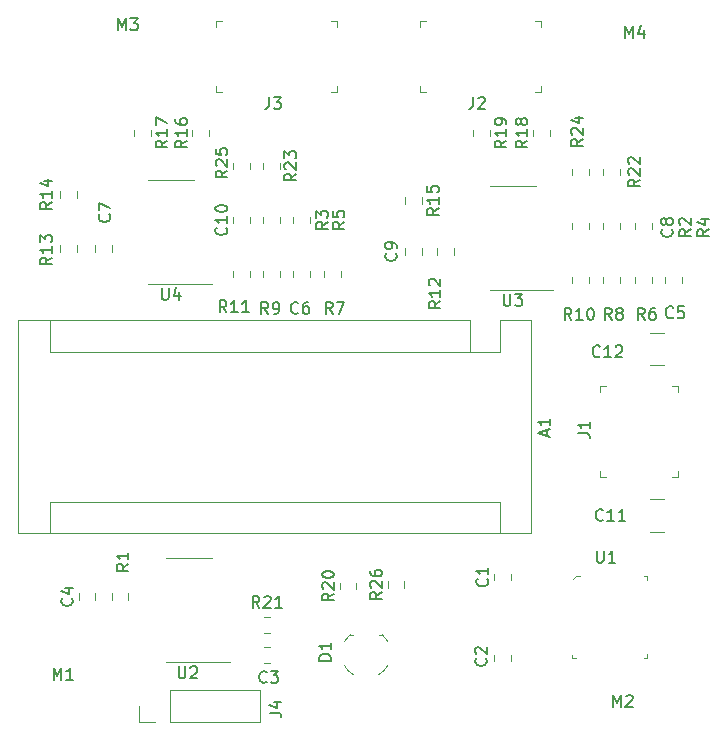
<source format=gto>
G04 #@! TF.GenerationSoftware,KiCad,Pcbnew,(5.1.2-1)-1*
G04 #@! TF.CreationDate,2019-06-15T18:23:21+02:00*
G04 #@! TF.ProjectId,laser_control,6c617365-725f-4636-9f6e-74726f6c2e6b,rev?*
G04 #@! TF.SameCoordinates,Original*
G04 #@! TF.FileFunction,Legend,Top*
G04 #@! TF.FilePolarity,Positive*
%FSLAX46Y46*%
G04 Gerber Fmt 4.6, Leading zero omitted, Abs format (unit mm)*
G04 Created by KiCad (PCBNEW (5.1.2-1)-1) date 2019-06-15 18:23:21*
%MOMM*%
%LPD*%
G04 APERTURE LIST*
%ADD10C,0.120000*%
%ADD11C,0.100000*%
%ADD12C,0.150000*%
%ADD13C,1.252000*%
%ADD14R,3.102000X1.702000*%
%ADD15R,6.302000X5.902000*%
%ADD16C,1.527000*%
%ADD17C,0.702000*%
%ADD18C,3.302000*%
%ADD19C,2.202000*%
%ADD20O,1.802000X1.802000*%
%ADD21R,1.802000X1.802000*%
%ADD22C,2.122000*%
%ADD23R,2.102000X2.102000*%
%ADD24C,2.102000*%
%ADD25O,1.702000X1.702000*%
%ADD26R,1.702000X1.702000*%
G04 APERTURE END LIST*
D10*
X130631000Y-111268252D02*
X130631000Y-110745748D01*
X129211000Y-111268252D02*
X129211000Y-110745748D01*
D11*
X151195000Y-117262000D02*
X151195000Y-116862000D01*
X150895000Y-117262000D02*
X151195000Y-117262000D01*
X144775000Y-117262000D02*
X144775000Y-116962000D01*
X145175000Y-117262000D02*
X144775000Y-117262000D01*
X145115000Y-110322000D02*
X144815000Y-110632000D01*
X145495000Y-110322000D02*
X145115000Y-110322000D01*
X151195000Y-110322000D02*
X150895000Y-110322000D01*
X151195000Y-110622000D02*
X151195000Y-110322000D01*
X144815000Y-110632000D02*
X144315000Y-110632000D01*
D10*
X152597064Y-89699000D02*
X151392936Y-89699000D01*
X152597064Y-92419000D02*
X151392936Y-92419000D01*
X151392936Y-106516000D02*
X152597064Y-106516000D01*
X151392936Y-103796000D02*
X152597064Y-103796000D01*
X139632000Y-110624252D02*
X139632000Y-110101748D01*
X138212000Y-110624252D02*
X138212000Y-110101748D01*
X112395000Y-117592000D02*
X115845000Y-117592000D01*
X112395000Y-117592000D02*
X110445000Y-117592000D01*
X112395000Y-108722000D02*
X114345000Y-108722000D01*
X112395000Y-108722000D02*
X110445000Y-108722000D01*
X139795000Y-86096000D02*
X143245000Y-86096000D01*
X139795000Y-86096000D02*
X137845000Y-86096000D01*
X139795000Y-77226000D02*
X141745000Y-77226000D01*
X139795000Y-77226000D02*
X137845000Y-77226000D01*
X110855000Y-85588000D02*
X114305000Y-85588000D01*
X110855000Y-85588000D02*
X108905000Y-85588000D01*
X110855000Y-76718000D02*
X112805000Y-76718000D01*
X110855000Y-76718000D02*
X108905000Y-76718000D01*
X116114000Y-75312748D02*
X116114000Y-75835252D01*
X117534000Y-75312748D02*
X117534000Y-75835252D01*
X144800000Y-75820748D02*
X144800000Y-76343252D01*
X146220000Y-75820748D02*
X146220000Y-76343252D01*
X118654000Y-75312748D02*
X118654000Y-75835252D01*
X120074000Y-75312748D02*
X120074000Y-75835252D01*
X147467000Y-75820748D02*
X147467000Y-76343252D01*
X148887000Y-75820748D02*
X148887000Y-76343252D01*
D11*
X124901000Y-63294000D02*
X124401000Y-63294000D01*
X124901000Y-63294000D02*
X124901000Y-63794000D01*
X124901000Y-69294000D02*
X124401000Y-69294000D01*
X124901000Y-69294000D02*
X124901000Y-68794000D01*
X114701000Y-69294000D02*
X115201000Y-69294000D01*
X114701000Y-69294000D02*
X114701000Y-68794000D01*
X114701000Y-63294000D02*
X114701000Y-63794000D01*
X114701000Y-63294000D02*
X115201000Y-63294000D01*
X142173000Y-63294000D02*
X141673000Y-63294000D01*
X142173000Y-63294000D02*
X142173000Y-63794000D01*
X142173000Y-69294000D02*
X141673000Y-69294000D01*
X142173000Y-69294000D02*
X142173000Y-68794000D01*
X131973000Y-69294000D02*
X132473000Y-69294000D01*
X131973000Y-69294000D02*
X131973000Y-68794000D01*
X131973000Y-63294000D02*
X131973000Y-63794000D01*
X131973000Y-63294000D02*
X132473000Y-63294000D01*
D10*
X117534000Y-80407252D02*
X117534000Y-79884748D01*
X116114000Y-80407252D02*
X116114000Y-79884748D01*
X134790000Y-83065252D02*
X134790000Y-82542748D01*
X133370000Y-83065252D02*
X133370000Y-82542748D01*
X126567000Y-111386252D02*
X126567000Y-110863748D01*
X125147000Y-111386252D02*
X125147000Y-110863748D01*
X117534000Y-84970252D02*
X117534000Y-84447748D01*
X116114000Y-84970252D02*
X116114000Y-84447748D01*
X146220000Y-85478252D02*
X146220000Y-84955748D01*
X144800000Y-85478252D02*
X144800000Y-84955748D01*
X118654000Y-84456748D02*
X118654000Y-84979252D01*
X120074000Y-84456748D02*
X120074000Y-84979252D01*
X147467000Y-84955748D02*
X147467000Y-85478252D01*
X148887000Y-84955748D02*
X148887000Y-85478252D01*
X123861000Y-84456748D02*
X123861000Y-84979252D01*
X125281000Y-84456748D02*
X125281000Y-84979252D01*
X150134000Y-84955748D02*
X150134000Y-85478252D01*
X151554000Y-84955748D02*
X151554000Y-85478252D01*
X122614000Y-80407252D02*
X122614000Y-79884748D01*
X121194000Y-80407252D02*
X121194000Y-79884748D01*
X151554000Y-80915252D02*
X151554000Y-80392748D01*
X150134000Y-80915252D02*
X150134000Y-80392748D01*
X118654000Y-79884748D02*
X118654000Y-80407252D01*
X120074000Y-79884748D02*
X120074000Y-80407252D01*
X148887000Y-80915252D02*
X148887000Y-80392748D01*
X147467000Y-80915252D02*
X147467000Y-80392748D01*
X105843000Y-111752748D02*
X105843000Y-112275252D01*
X107263000Y-111752748D02*
X107263000Y-112275252D01*
X108144000Y-122615000D02*
X108144000Y-121285000D01*
X109474000Y-122615000D02*
X108144000Y-122615000D01*
X110744000Y-122615000D02*
X110744000Y-119955000D01*
X110744000Y-119955000D02*
X118424000Y-119955000D01*
X110744000Y-122615000D02*
X118424000Y-122615000D01*
X118424000Y-122615000D02*
X118424000Y-119955000D01*
D11*
X153771000Y-94184000D02*
X153771000Y-94684000D01*
X153771000Y-94184000D02*
X153271000Y-94184000D01*
X153771000Y-101884000D02*
X153771000Y-101384000D01*
X153771000Y-101884000D02*
X153271000Y-101884000D01*
X147171000Y-101884000D02*
X147171000Y-101384000D01*
X147171000Y-101884000D02*
X147671000Y-101884000D01*
X147171000Y-94184000D02*
X147171000Y-94684000D01*
X147171000Y-94184000D02*
X147671000Y-94184000D01*
X125539385Y-115844533D02*
G75*
G02X126031000Y-115240000I1841615J-995467D01*
G01*
X128737147Y-115232715D02*
G75*
G02X129231000Y-115840000I-1356147J-1607285D01*
G01*
X126381000Y-118690000D02*
G75*
G02X125531000Y-117840000I1000000J1850000D01*
G01*
X129231000Y-117840000D02*
G75*
G02X128381000Y-118690000I-1850000J1000000D01*
G01*
X128731000Y-115240000D02*
X128481000Y-115240000D01*
X126031000Y-115240000D02*
X126281000Y-115240000D01*
D10*
X146220000Y-80906252D02*
X146220000Y-80383748D01*
X144800000Y-80906252D02*
X144800000Y-80383748D01*
X105850000Y-82811252D02*
X105850000Y-82288748D01*
X104430000Y-82811252D02*
X104430000Y-82288748D01*
X122614000Y-84979252D02*
X122614000Y-84456748D01*
X121194000Y-84979252D02*
X121194000Y-84456748D01*
X154094000Y-85487252D02*
X154094000Y-84964748D01*
X152674000Y-85487252D02*
X152674000Y-84964748D01*
X104469000Y-112275252D02*
X104469000Y-111752748D01*
X103049000Y-112275252D02*
X103049000Y-111752748D01*
X118737748Y-117677000D02*
X119260252Y-117677000D01*
X118737748Y-116257000D02*
X119260252Y-116257000D01*
X119260252Y-113717000D02*
X118737748Y-113717000D01*
X119260252Y-115137000D02*
X118737748Y-115137000D01*
X101509000Y-77716748D02*
X101509000Y-78239252D01*
X102929000Y-77716748D02*
X102929000Y-78239252D01*
X130703000Y-78224748D02*
X130703000Y-78747252D01*
X132123000Y-78224748D02*
X132123000Y-78747252D01*
X101509000Y-82288748D02*
X101509000Y-82811252D01*
X102929000Y-82288748D02*
X102929000Y-82811252D01*
X130703000Y-82542748D02*
X130703000Y-83065252D01*
X132123000Y-82542748D02*
X132123000Y-83065252D01*
X107748000Y-72509748D02*
X107748000Y-73032252D01*
X109168000Y-72509748D02*
X109168000Y-73032252D01*
X136450000Y-72509748D02*
X136450000Y-73032252D01*
X137870000Y-72509748D02*
X137870000Y-73032252D01*
X112685000Y-72509748D02*
X112685000Y-73032252D01*
X114105000Y-72509748D02*
X114105000Y-73032252D01*
X141498000Y-72509748D02*
X141498000Y-73032252D01*
X142918000Y-72509748D02*
X142918000Y-73032252D01*
X141354000Y-106683000D02*
X141354000Y-88643000D01*
X97914000Y-106683000D02*
X141354000Y-106683000D01*
X97914000Y-88643000D02*
X97914000Y-106683000D01*
X100584000Y-91313000D02*
X100584000Y-88643000D01*
X136144000Y-91313000D02*
X100584000Y-91313000D01*
X136144000Y-91313000D02*
X136144000Y-88643000D01*
X100584000Y-104013000D02*
X100584000Y-106683000D01*
X138684000Y-104013000D02*
X100584000Y-104013000D01*
X138684000Y-104013000D02*
X138684000Y-106683000D01*
X141354000Y-88643000D02*
X138684000Y-88643000D01*
X136144000Y-88643000D02*
X97914000Y-88643000D01*
X138684000Y-91313000D02*
X138684000Y-88643000D01*
X136144000Y-91313000D02*
X138684000Y-91313000D01*
X138212000Y-116959748D02*
X138212000Y-117482252D01*
X139632000Y-116959748D02*
X139632000Y-117482252D01*
D12*
X128723380Y-111649857D02*
X128247190Y-111983190D01*
X128723380Y-112221285D02*
X127723380Y-112221285D01*
X127723380Y-111840333D01*
X127771000Y-111745095D01*
X127818619Y-111697476D01*
X127913857Y-111649857D01*
X128056714Y-111649857D01*
X128151952Y-111697476D01*
X128199571Y-111745095D01*
X128247190Y-111840333D01*
X128247190Y-112221285D01*
X127818619Y-111268904D02*
X127771000Y-111221285D01*
X127723380Y-111126047D01*
X127723380Y-110887952D01*
X127771000Y-110792714D01*
X127818619Y-110745095D01*
X127913857Y-110697476D01*
X128009095Y-110697476D01*
X128151952Y-110745095D01*
X128723380Y-111316523D01*
X128723380Y-110697476D01*
X127723380Y-109840333D02*
X127723380Y-110030809D01*
X127771000Y-110126047D01*
X127818619Y-110173666D01*
X127961476Y-110268904D01*
X128151952Y-110316523D01*
X128532904Y-110316523D01*
X128628142Y-110268904D01*
X128675761Y-110221285D01*
X128723380Y-110126047D01*
X128723380Y-109935571D01*
X128675761Y-109840333D01*
X128628142Y-109792714D01*
X128532904Y-109745095D01*
X128294809Y-109745095D01*
X128199571Y-109792714D01*
X128151952Y-109840333D01*
X128104333Y-109935571D01*
X128104333Y-110126047D01*
X128151952Y-110221285D01*
X128199571Y-110268904D01*
X128294809Y-110316523D01*
X146923095Y-108144380D02*
X146923095Y-108953904D01*
X146970714Y-109049142D01*
X147018333Y-109096761D01*
X147113571Y-109144380D01*
X147304047Y-109144380D01*
X147399285Y-109096761D01*
X147446904Y-109049142D01*
X147494523Y-108953904D01*
X147494523Y-108144380D01*
X148494523Y-109144380D02*
X147923095Y-109144380D01*
X148208809Y-109144380D02*
X148208809Y-108144380D01*
X148113571Y-108287238D01*
X148018333Y-108382476D01*
X147923095Y-108430095D01*
X147185142Y-91670142D02*
X147137523Y-91717761D01*
X146994666Y-91765380D01*
X146899428Y-91765380D01*
X146756571Y-91717761D01*
X146661333Y-91622523D01*
X146613714Y-91527285D01*
X146566095Y-91336809D01*
X146566095Y-91193952D01*
X146613714Y-91003476D01*
X146661333Y-90908238D01*
X146756571Y-90813000D01*
X146899428Y-90765380D01*
X146994666Y-90765380D01*
X147137523Y-90813000D01*
X147185142Y-90860619D01*
X148137523Y-91765380D02*
X147566095Y-91765380D01*
X147851809Y-91765380D02*
X147851809Y-90765380D01*
X147756571Y-90908238D01*
X147661333Y-91003476D01*
X147566095Y-91051095D01*
X148518476Y-90860619D02*
X148566095Y-90813000D01*
X148661333Y-90765380D01*
X148899428Y-90765380D01*
X148994666Y-90813000D01*
X149042285Y-90860619D01*
X149089904Y-90955857D01*
X149089904Y-91051095D01*
X149042285Y-91193952D01*
X148470857Y-91765380D01*
X149089904Y-91765380D01*
X147439142Y-105513142D02*
X147391523Y-105560761D01*
X147248666Y-105608380D01*
X147153428Y-105608380D01*
X147010571Y-105560761D01*
X146915333Y-105465523D01*
X146867714Y-105370285D01*
X146820095Y-105179809D01*
X146820095Y-105036952D01*
X146867714Y-104846476D01*
X146915333Y-104751238D01*
X147010571Y-104656000D01*
X147153428Y-104608380D01*
X147248666Y-104608380D01*
X147391523Y-104656000D01*
X147439142Y-104703619D01*
X148391523Y-105608380D02*
X147820095Y-105608380D01*
X148105809Y-105608380D02*
X148105809Y-104608380D01*
X148010571Y-104751238D01*
X147915333Y-104846476D01*
X147820095Y-104894095D01*
X149343904Y-105608380D02*
X148772476Y-105608380D01*
X149058190Y-105608380D02*
X149058190Y-104608380D01*
X148962952Y-104751238D01*
X148867714Y-104846476D01*
X148772476Y-104894095D01*
X137629142Y-110529666D02*
X137676761Y-110577285D01*
X137724380Y-110720142D01*
X137724380Y-110815380D01*
X137676761Y-110958238D01*
X137581523Y-111053476D01*
X137486285Y-111101095D01*
X137295809Y-111148714D01*
X137152952Y-111148714D01*
X136962476Y-111101095D01*
X136867238Y-111053476D01*
X136772000Y-110958238D01*
X136724380Y-110815380D01*
X136724380Y-110720142D01*
X136772000Y-110577285D01*
X136819619Y-110529666D01*
X137724380Y-109577285D02*
X137724380Y-110148714D01*
X137724380Y-109863000D02*
X136724380Y-109863000D01*
X136867238Y-109958238D01*
X136962476Y-110053476D01*
X137010095Y-110148714D01*
X111506095Y-117943380D02*
X111506095Y-118752904D01*
X111553714Y-118848142D01*
X111601333Y-118895761D01*
X111696571Y-118943380D01*
X111887047Y-118943380D01*
X111982285Y-118895761D01*
X112029904Y-118848142D01*
X112077523Y-118752904D01*
X112077523Y-117943380D01*
X112506095Y-118038619D02*
X112553714Y-117991000D01*
X112648952Y-117943380D01*
X112887047Y-117943380D01*
X112982285Y-117991000D01*
X113029904Y-118038619D01*
X113077523Y-118133857D01*
X113077523Y-118229095D01*
X113029904Y-118371952D01*
X112458476Y-118943380D01*
X113077523Y-118943380D01*
X139033095Y-86393380D02*
X139033095Y-87202904D01*
X139080714Y-87298142D01*
X139128333Y-87345761D01*
X139223571Y-87393380D01*
X139414047Y-87393380D01*
X139509285Y-87345761D01*
X139556904Y-87298142D01*
X139604523Y-87202904D01*
X139604523Y-86393380D01*
X139985476Y-86393380D02*
X140604523Y-86393380D01*
X140271190Y-86774333D01*
X140414047Y-86774333D01*
X140509285Y-86821952D01*
X140556904Y-86869571D01*
X140604523Y-86964809D01*
X140604523Y-87202904D01*
X140556904Y-87298142D01*
X140509285Y-87345761D01*
X140414047Y-87393380D01*
X140128333Y-87393380D01*
X140033095Y-87345761D01*
X139985476Y-87298142D01*
X110093095Y-85885380D02*
X110093095Y-86694904D01*
X110140714Y-86790142D01*
X110188333Y-86837761D01*
X110283571Y-86885380D01*
X110474047Y-86885380D01*
X110569285Y-86837761D01*
X110616904Y-86790142D01*
X110664523Y-86694904D01*
X110664523Y-85885380D01*
X111569285Y-86218714D02*
X111569285Y-86885380D01*
X111331190Y-85837761D02*
X111093095Y-86552047D01*
X111712142Y-86552047D01*
X100917476Y-119070380D02*
X100917476Y-118070380D01*
X101250809Y-118784666D01*
X101584142Y-118070380D01*
X101584142Y-119070380D01*
X102584142Y-119070380D02*
X102012714Y-119070380D01*
X102298428Y-119070380D02*
X102298428Y-118070380D01*
X102203190Y-118213238D01*
X102107952Y-118308476D01*
X102012714Y-118356095D01*
X148288476Y-121356380D02*
X148288476Y-120356380D01*
X148621809Y-121070666D01*
X148955142Y-120356380D01*
X148955142Y-121356380D01*
X149383714Y-120451619D02*
X149431333Y-120404000D01*
X149526571Y-120356380D01*
X149764666Y-120356380D01*
X149859904Y-120404000D01*
X149907523Y-120451619D01*
X149955142Y-120546857D01*
X149955142Y-120642095D01*
X149907523Y-120784952D01*
X149336095Y-121356380D01*
X149955142Y-121356380D01*
X106378476Y-64079380D02*
X106378476Y-63079380D01*
X106711809Y-63793666D01*
X107045142Y-63079380D01*
X107045142Y-64079380D01*
X107426095Y-63079380D02*
X108045142Y-63079380D01*
X107711809Y-63460333D01*
X107854666Y-63460333D01*
X107949904Y-63507952D01*
X107997523Y-63555571D01*
X108045142Y-63650809D01*
X108045142Y-63888904D01*
X107997523Y-63984142D01*
X107949904Y-64031761D01*
X107854666Y-64079380D01*
X107568952Y-64079380D01*
X107473714Y-64031761D01*
X107426095Y-63984142D01*
X149304476Y-64714380D02*
X149304476Y-63714380D01*
X149637809Y-64428666D01*
X149971142Y-63714380D01*
X149971142Y-64714380D01*
X150875904Y-64047714D02*
X150875904Y-64714380D01*
X150637809Y-63666761D02*
X150399714Y-64381047D01*
X151018761Y-64381047D01*
X115641380Y-75953857D02*
X115165190Y-76287190D01*
X115641380Y-76525285D02*
X114641380Y-76525285D01*
X114641380Y-76144333D01*
X114689000Y-76049095D01*
X114736619Y-76001476D01*
X114831857Y-75953857D01*
X114974714Y-75953857D01*
X115069952Y-76001476D01*
X115117571Y-76049095D01*
X115165190Y-76144333D01*
X115165190Y-76525285D01*
X114736619Y-75572904D02*
X114689000Y-75525285D01*
X114641380Y-75430047D01*
X114641380Y-75191952D01*
X114689000Y-75096714D01*
X114736619Y-75049095D01*
X114831857Y-75001476D01*
X114927095Y-75001476D01*
X115069952Y-75049095D01*
X115641380Y-75620523D01*
X115641380Y-75001476D01*
X114641380Y-74096714D02*
X114641380Y-74572904D01*
X115117571Y-74620523D01*
X115069952Y-74572904D01*
X115022333Y-74477666D01*
X115022333Y-74239571D01*
X115069952Y-74144333D01*
X115117571Y-74096714D01*
X115212809Y-74049095D01*
X115450904Y-74049095D01*
X115546142Y-74096714D01*
X115593761Y-74144333D01*
X115641380Y-74239571D01*
X115641380Y-74477666D01*
X115593761Y-74572904D01*
X115546142Y-74620523D01*
X145740380Y-73286857D02*
X145264190Y-73620190D01*
X145740380Y-73858285D02*
X144740380Y-73858285D01*
X144740380Y-73477333D01*
X144788000Y-73382095D01*
X144835619Y-73334476D01*
X144930857Y-73286857D01*
X145073714Y-73286857D01*
X145168952Y-73334476D01*
X145216571Y-73382095D01*
X145264190Y-73477333D01*
X145264190Y-73858285D01*
X144835619Y-72905904D02*
X144788000Y-72858285D01*
X144740380Y-72763047D01*
X144740380Y-72524952D01*
X144788000Y-72429714D01*
X144835619Y-72382095D01*
X144930857Y-72334476D01*
X145026095Y-72334476D01*
X145168952Y-72382095D01*
X145740380Y-72953523D01*
X145740380Y-72334476D01*
X145073714Y-71477333D02*
X145740380Y-71477333D01*
X144692761Y-71715428D02*
X145407047Y-71953523D01*
X145407047Y-71334476D01*
X121466380Y-76216857D02*
X120990190Y-76550190D01*
X121466380Y-76788285D02*
X120466380Y-76788285D01*
X120466380Y-76407333D01*
X120514000Y-76312095D01*
X120561619Y-76264476D01*
X120656857Y-76216857D01*
X120799714Y-76216857D01*
X120894952Y-76264476D01*
X120942571Y-76312095D01*
X120990190Y-76407333D01*
X120990190Y-76788285D01*
X120561619Y-75835904D02*
X120514000Y-75788285D01*
X120466380Y-75693047D01*
X120466380Y-75454952D01*
X120514000Y-75359714D01*
X120561619Y-75312095D01*
X120656857Y-75264476D01*
X120752095Y-75264476D01*
X120894952Y-75312095D01*
X121466380Y-75883523D01*
X121466380Y-75264476D01*
X120466380Y-74931142D02*
X120466380Y-74312095D01*
X120847333Y-74645428D01*
X120847333Y-74502571D01*
X120894952Y-74407333D01*
X120942571Y-74359714D01*
X121037809Y-74312095D01*
X121275904Y-74312095D01*
X121371142Y-74359714D01*
X121418761Y-74407333D01*
X121466380Y-74502571D01*
X121466380Y-74788285D01*
X121418761Y-74883523D01*
X121371142Y-74931142D01*
X150566380Y-76715857D02*
X150090190Y-77049190D01*
X150566380Y-77287285D02*
X149566380Y-77287285D01*
X149566380Y-76906333D01*
X149614000Y-76811095D01*
X149661619Y-76763476D01*
X149756857Y-76715857D01*
X149899714Y-76715857D01*
X149994952Y-76763476D01*
X150042571Y-76811095D01*
X150090190Y-76906333D01*
X150090190Y-77287285D01*
X149661619Y-76334904D02*
X149614000Y-76287285D01*
X149566380Y-76192047D01*
X149566380Y-75953952D01*
X149614000Y-75858714D01*
X149661619Y-75811095D01*
X149756857Y-75763476D01*
X149852095Y-75763476D01*
X149994952Y-75811095D01*
X150566380Y-76382523D01*
X150566380Y-75763476D01*
X149661619Y-75382523D02*
X149614000Y-75334904D01*
X149566380Y-75239666D01*
X149566380Y-75001571D01*
X149614000Y-74906333D01*
X149661619Y-74858714D01*
X149756857Y-74811095D01*
X149852095Y-74811095D01*
X149994952Y-74858714D01*
X150566380Y-75430142D01*
X150566380Y-74811095D01*
X119167666Y-69746380D02*
X119167666Y-70460666D01*
X119120047Y-70603523D01*
X119024809Y-70698761D01*
X118881952Y-70746380D01*
X118786714Y-70746380D01*
X119548619Y-69746380D02*
X120167666Y-69746380D01*
X119834333Y-70127333D01*
X119977190Y-70127333D01*
X120072428Y-70174952D01*
X120120047Y-70222571D01*
X120167666Y-70317809D01*
X120167666Y-70555904D01*
X120120047Y-70651142D01*
X120072428Y-70698761D01*
X119977190Y-70746380D01*
X119691476Y-70746380D01*
X119596238Y-70698761D01*
X119548619Y-70651142D01*
X136439666Y-69746380D02*
X136439666Y-70460666D01*
X136392047Y-70603523D01*
X136296809Y-70698761D01*
X136153952Y-70746380D01*
X136058714Y-70746380D01*
X136868238Y-69841619D02*
X136915857Y-69794000D01*
X137011095Y-69746380D01*
X137249190Y-69746380D01*
X137344428Y-69794000D01*
X137392047Y-69841619D01*
X137439666Y-69936857D01*
X137439666Y-70032095D01*
X137392047Y-70174952D01*
X136820619Y-70746380D01*
X137439666Y-70746380D01*
X115531142Y-80788857D02*
X115578761Y-80836476D01*
X115626380Y-80979333D01*
X115626380Y-81074571D01*
X115578761Y-81217428D01*
X115483523Y-81312666D01*
X115388285Y-81360285D01*
X115197809Y-81407904D01*
X115054952Y-81407904D01*
X114864476Y-81360285D01*
X114769238Y-81312666D01*
X114674000Y-81217428D01*
X114626380Y-81074571D01*
X114626380Y-80979333D01*
X114674000Y-80836476D01*
X114721619Y-80788857D01*
X115626380Y-79836476D02*
X115626380Y-80407904D01*
X115626380Y-80122190D02*
X114626380Y-80122190D01*
X114769238Y-80217428D01*
X114864476Y-80312666D01*
X114912095Y-80407904D01*
X114626380Y-79217428D02*
X114626380Y-79122190D01*
X114674000Y-79026952D01*
X114721619Y-78979333D01*
X114816857Y-78931714D01*
X115007333Y-78884095D01*
X115245428Y-78884095D01*
X115435904Y-78931714D01*
X115531142Y-78979333D01*
X115578761Y-79026952D01*
X115626380Y-79122190D01*
X115626380Y-79217428D01*
X115578761Y-79312666D01*
X115531142Y-79360285D01*
X115435904Y-79407904D01*
X115245428Y-79455523D01*
X115007333Y-79455523D01*
X114816857Y-79407904D01*
X114721619Y-79360285D01*
X114674000Y-79312666D01*
X114626380Y-79217428D01*
X129897142Y-82970666D02*
X129944761Y-83018285D01*
X129992380Y-83161142D01*
X129992380Y-83256380D01*
X129944761Y-83399238D01*
X129849523Y-83494476D01*
X129754285Y-83542095D01*
X129563809Y-83589714D01*
X129420952Y-83589714D01*
X129230476Y-83542095D01*
X129135238Y-83494476D01*
X129040000Y-83399238D01*
X128992380Y-83256380D01*
X128992380Y-83161142D01*
X129040000Y-83018285D01*
X129087619Y-82970666D01*
X129992380Y-82494476D02*
X129992380Y-82304000D01*
X129944761Y-82208761D01*
X129897142Y-82161142D01*
X129754285Y-82065904D01*
X129563809Y-82018285D01*
X129182857Y-82018285D01*
X129087619Y-82065904D01*
X129040000Y-82113523D01*
X128992380Y-82208761D01*
X128992380Y-82399238D01*
X129040000Y-82494476D01*
X129087619Y-82542095D01*
X129182857Y-82589714D01*
X129420952Y-82589714D01*
X129516190Y-82542095D01*
X129563809Y-82494476D01*
X129611428Y-82399238D01*
X129611428Y-82208761D01*
X129563809Y-82113523D01*
X129516190Y-82065904D01*
X129420952Y-82018285D01*
X124659380Y-111767857D02*
X124183190Y-112101190D01*
X124659380Y-112339285D02*
X123659380Y-112339285D01*
X123659380Y-111958333D01*
X123707000Y-111863095D01*
X123754619Y-111815476D01*
X123849857Y-111767857D01*
X123992714Y-111767857D01*
X124087952Y-111815476D01*
X124135571Y-111863095D01*
X124183190Y-111958333D01*
X124183190Y-112339285D01*
X123754619Y-111386904D02*
X123707000Y-111339285D01*
X123659380Y-111244047D01*
X123659380Y-111005952D01*
X123707000Y-110910714D01*
X123754619Y-110863095D01*
X123849857Y-110815476D01*
X123945095Y-110815476D01*
X124087952Y-110863095D01*
X124659380Y-111434523D01*
X124659380Y-110815476D01*
X123659380Y-110196428D02*
X123659380Y-110101190D01*
X123707000Y-110005952D01*
X123754619Y-109958333D01*
X123849857Y-109910714D01*
X124040333Y-109863095D01*
X124278428Y-109863095D01*
X124468904Y-109910714D01*
X124564142Y-109958333D01*
X124611761Y-110005952D01*
X124659380Y-110101190D01*
X124659380Y-110196428D01*
X124611761Y-110291666D01*
X124564142Y-110339285D01*
X124468904Y-110386904D01*
X124278428Y-110434523D01*
X124040333Y-110434523D01*
X123849857Y-110386904D01*
X123754619Y-110339285D01*
X123707000Y-110291666D01*
X123659380Y-110196428D01*
X115562142Y-87955380D02*
X115228809Y-87479190D01*
X114990714Y-87955380D02*
X114990714Y-86955380D01*
X115371666Y-86955380D01*
X115466904Y-87003000D01*
X115514523Y-87050619D01*
X115562142Y-87145857D01*
X115562142Y-87288714D01*
X115514523Y-87383952D01*
X115466904Y-87431571D01*
X115371666Y-87479190D01*
X114990714Y-87479190D01*
X116514523Y-87955380D02*
X115943095Y-87955380D01*
X116228809Y-87955380D02*
X116228809Y-86955380D01*
X116133571Y-87098238D01*
X116038333Y-87193476D01*
X115943095Y-87241095D01*
X117466904Y-87955380D02*
X116895476Y-87955380D01*
X117181190Y-87955380D02*
X117181190Y-86955380D01*
X117085952Y-87098238D01*
X116990714Y-87193476D01*
X116895476Y-87241095D01*
X144772142Y-88590380D02*
X144438809Y-88114190D01*
X144200714Y-88590380D02*
X144200714Y-87590380D01*
X144581666Y-87590380D01*
X144676904Y-87638000D01*
X144724523Y-87685619D01*
X144772142Y-87780857D01*
X144772142Y-87923714D01*
X144724523Y-88018952D01*
X144676904Y-88066571D01*
X144581666Y-88114190D01*
X144200714Y-88114190D01*
X145724523Y-88590380D02*
X145153095Y-88590380D01*
X145438809Y-88590380D02*
X145438809Y-87590380D01*
X145343571Y-87733238D01*
X145248333Y-87828476D01*
X145153095Y-87876095D01*
X146343571Y-87590380D02*
X146438809Y-87590380D01*
X146534047Y-87638000D01*
X146581666Y-87685619D01*
X146629285Y-87780857D01*
X146676904Y-87971333D01*
X146676904Y-88209428D01*
X146629285Y-88399904D01*
X146581666Y-88495142D01*
X146534047Y-88542761D01*
X146438809Y-88590380D01*
X146343571Y-88590380D01*
X146248333Y-88542761D01*
X146200714Y-88495142D01*
X146153095Y-88399904D01*
X146105476Y-88209428D01*
X146105476Y-87971333D01*
X146153095Y-87780857D01*
X146200714Y-87685619D01*
X146248333Y-87638000D01*
X146343571Y-87590380D01*
X119086333Y-88082380D02*
X118753000Y-87606190D01*
X118514904Y-88082380D02*
X118514904Y-87082380D01*
X118895857Y-87082380D01*
X118991095Y-87130000D01*
X119038714Y-87177619D01*
X119086333Y-87272857D01*
X119086333Y-87415714D01*
X119038714Y-87510952D01*
X118991095Y-87558571D01*
X118895857Y-87606190D01*
X118514904Y-87606190D01*
X119562523Y-88082380D02*
X119753000Y-88082380D01*
X119848238Y-88034761D01*
X119895857Y-87987142D01*
X119991095Y-87844285D01*
X120038714Y-87653809D01*
X120038714Y-87272857D01*
X119991095Y-87177619D01*
X119943476Y-87130000D01*
X119848238Y-87082380D01*
X119657761Y-87082380D01*
X119562523Y-87130000D01*
X119514904Y-87177619D01*
X119467285Y-87272857D01*
X119467285Y-87510952D01*
X119514904Y-87606190D01*
X119562523Y-87653809D01*
X119657761Y-87701428D01*
X119848238Y-87701428D01*
X119943476Y-87653809D01*
X119991095Y-87606190D01*
X120038714Y-87510952D01*
X148169333Y-88590380D02*
X147836000Y-88114190D01*
X147597904Y-88590380D02*
X147597904Y-87590380D01*
X147978857Y-87590380D01*
X148074095Y-87638000D01*
X148121714Y-87685619D01*
X148169333Y-87780857D01*
X148169333Y-87923714D01*
X148121714Y-88018952D01*
X148074095Y-88066571D01*
X147978857Y-88114190D01*
X147597904Y-88114190D01*
X148740761Y-88018952D02*
X148645523Y-87971333D01*
X148597904Y-87923714D01*
X148550285Y-87828476D01*
X148550285Y-87780857D01*
X148597904Y-87685619D01*
X148645523Y-87638000D01*
X148740761Y-87590380D01*
X148931238Y-87590380D01*
X149026476Y-87638000D01*
X149074095Y-87685619D01*
X149121714Y-87780857D01*
X149121714Y-87828476D01*
X149074095Y-87923714D01*
X149026476Y-87971333D01*
X148931238Y-88018952D01*
X148740761Y-88018952D01*
X148645523Y-88066571D01*
X148597904Y-88114190D01*
X148550285Y-88209428D01*
X148550285Y-88399904D01*
X148597904Y-88495142D01*
X148645523Y-88542761D01*
X148740761Y-88590380D01*
X148931238Y-88590380D01*
X149026476Y-88542761D01*
X149074095Y-88495142D01*
X149121714Y-88399904D01*
X149121714Y-88209428D01*
X149074095Y-88114190D01*
X149026476Y-88066571D01*
X148931238Y-88018952D01*
X124547333Y-88082380D02*
X124214000Y-87606190D01*
X123975904Y-88082380D02*
X123975904Y-87082380D01*
X124356857Y-87082380D01*
X124452095Y-87130000D01*
X124499714Y-87177619D01*
X124547333Y-87272857D01*
X124547333Y-87415714D01*
X124499714Y-87510952D01*
X124452095Y-87558571D01*
X124356857Y-87606190D01*
X123975904Y-87606190D01*
X124880666Y-87082380D02*
X125547333Y-87082380D01*
X125118761Y-88082380D01*
X150963333Y-88590380D02*
X150630000Y-88114190D01*
X150391904Y-88590380D02*
X150391904Y-87590380D01*
X150772857Y-87590380D01*
X150868095Y-87638000D01*
X150915714Y-87685619D01*
X150963333Y-87780857D01*
X150963333Y-87923714D01*
X150915714Y-88018952D01*
X150868095Y-88066571D01*
X150772857Y-88114190D01*
X150391904Y-88114190D01*
X151820476Y-87590380D02*
X151630000Y-87590380D01*
X151534761Y-87638000D01*
X151487142Y-87685619D01*
X151391904Y-87828476D01*
X151344285Y-88018952D01*
X151344285Y-88399904D01*
X151391904Y-88495142D01*
X151439523Y-88542761D01*
X151534761Y-88590380D01*
X151725238Y-88590380D01*
X151820476Y-88542761D01*
X151868095Y-88495142D01*
X151915714Y-88399904D01*
X151915714Y-88161809D01*
X151868095Y-88066571D01*
X151820476Y-88018952D01*
X151725238Y-87971333D01*
X151534761Y-87971333D01*
X151439523Y-88018952D01*
X151391904Y-88066571D01*
X151344285Y-88161809D01*
X125547380Y-80303666D02*
X125071190Y-80637000D01*
X125547380Y-80875095D02*
X124547380Y-80875095D01*
X124547380Y-80494142D01*
X124595000Y-80398904D01*
X124642619Y-80351285D01*
X124737857Y-80303666D01*
X124880714Y-80303666D01*
X124975952Y-80351285D01*
X125023571Y-80398904D01*
X125071190Y-80494142D01*
X125071190Y-80875095D01*
X124547380Y-79398904D02*
X124547380Y-79875095D01*
X125023571Y-79922714D01*
X124975952Y-79875095D01*
X124928333Y-79779857D01*
X124928333Y-79541761D01*
X124975952Y-79446523D01*
X125023571Y-79398904D01*
X125118809Y-79351285D01*
X125356904Y-79351285D01*
X125452142Y-79398904D01*
X125499761Y-79446523D01*
X125547380Y-79541761D01*
X125547380Y-79779857D01*
X125499761Y-79875095D01*
X125452142Y-79922714D01*
X156408380Y-80938666D02*
X155932190Y-81272000D01*
X156408380Y-81510095D02*
X155408380Y-81510095D01*
X155408380Y-81129142D01*
X155456000Y-81033904D01*
X155503619Y-80986285D01*
X155598857Y-80938666D01*
X155741714Y-80938666D01*
X155836952Y-80986285D01*
X155884571Y-81033904D01*
X155932190Y-81129142D01*
X155932190Y-81510095D01*
X155741714Y-80081523D02*
X156408380Y-80081523D01*
X155360761Y-80319619D02*
X156075047Y-80557714D01*
X156075047Y-79938666D01*
X124150380Y-80303666D02*
X123674190Y-80637000D01*
X124150380Y-80875095D02*
X123150380Y-80875095D01*
X123150380Y-80494142D01*
X123198000Y-80398904D01*
X123245619Y-80351285D01*
X123340857Y-80303666D01*
X123483714Y-80303666D01*
X123578952Y-80351285D01*
X123626571Y-80398904D01*
X123674190Y-80494142D01*
X123674190Y-80875095D01*
X123150380Y-79970333D02*
X123150380Y-79351285D01*
X123531333Y-79684619D01*
X123531333Y-79541761D01*
X123578952Y-79446523D01*
X123626571Y-79398904D01*
X123721809Y-79351285D01*
X123959904Y-79351285D01*
X124055142Y-79398904D01*
X124102761Y-79446523D01*
X124150380Y-79541761D01*
X124150380Y-79827476D01*
X124102761Y-79922714D01*
X124055142Y-79970333D01*
X154884380Y-80938666D02*
X154408190Y-81272000D01*
X154884380Y-81510095D02*
X153884380Y-81510095D01*
X153884380Y-81129142D01*
X153932000Y-81033904D01*
X153979619Y-80986285D01*
X154074857Y-80938666D01*
X154217714Y-80938666D01*
X154312952Y-80986285D01*
X154360571Y-81033904D01*
X154408190Y-81129142D01*
X154408190Y-81510095D01*
X153979619Y-80557714D02*
X153932000Y-80510095D01*
X153884380Y-80414857D01*
X153884380Y-80176761D01*
X153932000Y-80081523D01*
X153979619Y-80033904D01*
X154074857Y-79986285D01*
X154170095Y-79986285D01*
X154312952Y-80033904D01*
X154884380Y-80605333D01*
X154884380Y-79986285D01*
X107259380Y-109259666D02*
X106783190Y-109593000D01*
X107259380Y-109831095D02*
X106259380Y-109831095D01*
X106259380Y-109450142D01*
X106307000Y-109354904D01*
X106354619Y-109307285D01*
X106449857Y-109259666D01*
X106592714Y-109259666D01*
X106687952Y-109307285D01*
X106735571Y-109354904D01*
X106783190Y-109450142D01*
X106783190Y-109831095D01*
X107259380Y-108307285D02*
X107259380Y-108878714D01*
X107259380Y-108593000D02*
X106259380Y-108593000D01*
X106402238Y-108688238D01*
X106497476Y-108783476D01*
X106545095Y-108878714D01*
X119213380Y-121872333D02*
X119927666Y-121872333D01*
X120070523Y-121919952D01*
X120165761Y-122015190D01*
X120213380Y-122158047D01*
X120213380Y-122253285D01*
X119546714Y-120967571D02*
X120213380Y-120967571D01*
X119165761Y-121205666D02*
X119880047Y-121443761D01*
X119880047Y-120824714D01*
X145333380Y-98207333D02*
X146047666Y-98207333D01*
X146190523Y-98254952D01*
X146285761Y-98350190D01*
X146333380Y-98493047D01*
X146333380Y-98588285D01*
X146333380Y-97207333D02*
X146333380Y-97778761D01*
X146333380Y-97493047D02*
X145333380Y-97493047D01*
X145476238Y-97588285D01*
X145571476Y-97683523D01*
X145619095Y-97778761D01*
X124404380Y-117451095D02*
X123404380Y-117451095D01*
X123404380Y-117213000D01*
X123452000Y-117070142D01*
X123547238Y-116974904D01*
X123642476Y-116927285D01*
X123832952Y-116879666D01*
X123975809Y-116879666D01*
X124166285Y-116927285D01*
X124261523Y-116974904D01*
X124356761Y-117070142D01*
X124404380Y-117213000D01*
X124404380Y-117451095D01*
X124404380Y-115927285D02*
X124404380Y-116498714D01*
X124404380Y-116213000D02*
X123404380Y-116213000D01*
X123547238Y-116308238D01*
X123642476Y-116403476D01*
X123690095Y-116498714D01*
X153265142Y-80938666D02*
X153312761Y-80986285D01*
X153360380Y-81129142D01*
X153360380Y-81224380D01*
X153312761Y-81367238D01*
X153217523Y-81462476D01*
X153122285Y-81510095D01*
X152931809Y-81557714D01*
X152788952Y-81557714D01*
X152598476Y-81510095D01*
X152503238Y-81462476D01*
X152408000Y-81367238D01*
X152360380Y-81224380D01*
X152360380Y-81129142D01*
X152408000Y-80986285D01*
X152455619Y-80938666D01*
X152788952Y-80367238D02*
X152741333Y-80462476D01*
X152693714Y-80510095D01*
X152598476Y-80557714D01*
X152550857Y-80557714D01*
X152455619Y-80510095D01*
X152408000Y-80462476D01*
X152360380Y-80367238D01*
X152360380Y-80176761D01*
X152408000Y-80081523D01*
X152455619Y-80033904D01*
X152550857Y-79986285D01*
X152598476Y-79986285D01*
X152693714Y-80033904D01*
X152741333Y-80081523D01*
X152788952Y-80176761D01*
X152788952Y-80367238D01*
X152836571Y-80462476D01*
X152884190Y-80510095D01*
X152979428Y-80557714D01*
X153169904Y-80557714D01*
X153265142Y-80510095D01*
X153312761Y-80462476D01*
X153360380Y-80367238D01*
X153360380Y-80176761D01*
X153312761Y-80081523D01*
X153265142Y-80033904D01*
X153169904Y-79986285D01*
X152979428Y-79986285D01*
X152884190Y-80033904D01*
X152836571Y-80081523D01*
X152788952Y-80176761D01*
X105640142Y-79668666D02*
X105687761Y-79716285D01*
X105735380Y-79859142D01*
X105735380Y-79954380D01*
X105687761Y-80097238D01*
X105592523Y-80192476D01*
X105497285Y-80240095D01*
X105306809Y-80287714D01*
X105163952Y-80287714D01*
X104973476Y-80240095D01*
X104878238Y-80192476D01*
X104783000Y-80097238D01*
X104735380Y-79954380D01*
X104735380Y-79859142D01*
X104783000Y-79716285D01*
X104830619Y-79668666D01*
X104735380Y-79335333D02*
X104735380Y-78668666D01*
X105735380Y-79097238D01*
X121626333Y-87987142D02*
X121578714Y-88034761D01*
X121435857Y-88082380D01*
X121340619Y-88082380D01*
X121197761Y-88034761D01*
X121102523Y-87939523D01*
X121054904Y-87844285D01*
X121007285Y-87653809D01*
X121007285Y-87510952D01*
X121054904Y-87320476D01*
X121102523Y-87225238D01*
X121197761Y-87130000D01*
X121340619Y-87082380D01*
X121435857Y-87082380D01*
X121578714Y-87130000D01*
X121626333Y-87177619D01*
X122483476Y-87082380D02*
X122293000Y-87082380D01*
X122197761Y-87130000D01*
X122150142Y-87177619D01*
X122054904Y-87320476D01*
X122007285Y-87510952D01*
X122007285Y-87891904D01*
X122054904Y-87987142D01*
X122102523Y-88034761D01*
X122197761Y-88082380D01*
X122388238Y-88082380D01*
X122483476Y-88034761D01*
X122531095Y-87987142D01*
X122578714Y-87891904D01*
X122578714Y-87653809D01*
X122531095Y-87558571D01*
X122483476Y-87510952D01*
X122388238Y-87463333D01*
X122197761Y-87463333D01*
X122102523Y-87510952D01*
X122054904Y-87558571D01*
X122007285Y-87653809D01*
X153376333Y-88368142D02*
X153328714Y-88415761D01*
X153185857Y-88463380D01*
X153090619Y-88463380D01*
X152947761Y-88415761D01*
X152852523Y-88320523D01*
X152804904Y-88225285D01*
X152757285Y-88034809D01*
X152757285Y-87891952D01*
X152804904Y-87701476D01*
X152852523Y-87606238D01*
X152947761Y-87511000D01*
X153090619Y-87463380D01*
X153185857Y-87463380D01*
X153328714Y-87511000D01*
X153376333Y-87558619D01*
X154281095Y-87463380D02*
X153804904Y-87463380D01*
X153757285Y-87939571D01*
X153804904Y-87891952D01*
X153900142Y-87844333D01*
X154138238Y-87844333D01*
X154233476Y-87891952D01*
X154281095Y-87939571D01*
X154328714Y-88034809D01*
X154328714Y-88272904D01*
X154281095Y-88368142D01*
X154233476Y-88415761D01*
X154138238Y-88463380D01*
X153900142Y-88463380D01*
X153804904Y-88415761D01*
X153757285Y-88368142D01*
X102466142Y-112180666D02*
X102513761Y-112228285D01*
X102561380Y-112371142D01*
X102561380Y-112466380D01*
X102513761Y-112609238D01*
X102418523Y-112704476D01*
X102323285Y-112752095D01*
X102132809Y-112799714D01*
X101989952Y-112799714D01*
X101799476Y-112752095D01*
X101704238Y-112704476D01*
X101609000Y-112609238D01*
X101561380Y-112466380D01*
X101561380Y-112371142D01*
X101609000Y-112228285D01*
X101656619Y-112180666D01*
X101894714Y-111323523D02*
X102561380Y-111323523D01*
X101513761Y-111561619D02*
X102228047Y-111799714D01*
X102228047Y-111180666D01*
X118959333Y-119229142D02*
X118911714Y-119276761D01*
X118768857Y-119324380D01*
X118673619Y-119324380D01*
X118530761Y-119276761D01*
X118435523Y-119181523D01*
X118387904Y-119086285D01*
X118340285Y-118895809D01*
X118340285Y-118752952D01*
X118387904Y-118562476D01*
X118435523Y-118467238D01*
X118530761Y-118372000D01*
X118673619Y-118324380D01*
X118768857Y-118324380D01*
X118911714Y-118372000D01*
X118959333Y-118419619D01*
X119292666Y-118324380D02*
X119911714Y-118324380D01*
X119578380Y-118705333D01*
X119721238Y-118705333D01*
X119816476Y-118752952D01*
X119864095Y-118800571D01*
X119911714Y-118895809D01*
X119911714Y-119133904D01*
X119864095Y-119229142D01*
X119816476Y-119276761D01*
X119721238Y-119324380D01*
X119435523Y-119324380D01*
X119340285Y-119276761D01*
X119292666Y-119229142D01*
X118356142Y-112974380D02*
X118022809Y-112498190D01*
X117784714Y-112974380D02*
X117784714Y-111974380D01*
X118165666Y-111974380D01*
X118260904Y-112022000D01*
X118308523Y-112069619D01*
X118356142Y-112164857D01*
X118356142Y-112307714D01*
X118308523Y-112402952D01*
X118260904Y-112450571D01*
X118165666Y-112498190D01*
X117784714Y-112498190D01*
X118737095Y-112069619D02*
X118784714Y-112022000D01*
X118879952Y-111974380D01*
X119118047Y-111974380D01*
X119213285Y-112022000D01*
X119260904Y-112069619D01*
X119308523Y-112164857D01*
X119308523Y-112260095D01*
X119260904Y-112402952D01*
X118689476Y-112974380D01*
X119308523Y-112974380D01*
X120260904Y-112974380D02*
X119689476Y-112974380D01*
X119975190Y-112974380D02*
X119975190Y-111974380D01*
X119879952Y-112117238D01*
X119784714Y-112212476D01*
X119689476Y-112260095D01*
X100782380Y-78620857D02*
X100306190Y-78954190D01*
X100782380Y-79192285D02*
X99782380Y-79192285D01*
X99782380Y-78811333D01*
X99830000Y-78716095D01*
X99877619Y-78668476D01*
X99972857Y-78620857D01*
X100115714Y-78620857D01*
X100210952Y-78668476D01*
X100258571Y-78716095D01*
X100306190Y-78811333D01*
X100306190Y-79192285D01*
X100782380Y-77668476D02*
X100782380Y-78239904D01*
X100782380Y-77954190D02*
X99782380Y-77954190D01*
X99925238Y-78049428D01*
X100020476Y-78144666D01*
X100068095Y-78239904D01*
X100115714Y-76811333D02*
X100782380Y-76811333D01*
X99734761Y-77049428D02*
X100449047Y-77287523D01*
X100449047Y-76668476D01*
X133515380Y-79128857D02*
X133039190Y-79462190D01*
X133515380Y-79700285D02*
X132515380Y-79700285D01*
X132515380Y-79319333D01*
X132563000Y-79224095D01*
X132610619Y-79176476D01*
X132705857Y-79128857D01*
X132848714Y-79128857D01*
X132943952Y-79176476D01*
X132991571Y-79224095D01*
X133039190Y-79319333D01*
X133039190Y-79700285D01*
X133515380Y-78176476D02*
X133515380Y-78747904D01*
X133515380Y-78462190D02*
X132515380Y-78462190D01*
X132658238Y-78557428D01*
X132753476Y-78652666D01*
X132801095Y-78747904D01*
X132515380Y-77271714D02*
X132515380Y-77747904D01*
X132991571Y-77795523D01*
X132943952Y-77747904D01*
X132896333Y-77652666D01*
X132896333Y-77414571D01*
X132943952Y-77319333D01*
X132991571Y-77271714D01*
X133086809Y-77224095D01*
X133324904Y-77224095D01*
X133420142Y-77271714D01*
X133467761Y-77319333D01*
X133515380Y-77414571D01*
X133515380Y-77652666D01*
X133467761Y-77747904D01*
X133420142Y-77795523D01*
X100782380Y-83319857D02*
X100306190Y-83653190D01*
X100782380Y-83891285D02*
X99782380Y-83891285D01*
X99782380Y-83510333D01*
X99830000Y-83415095D01*
X99877619Y-83367476D01*
X99972857Y-83319857D01*
X100115714Y-83319857D01*
X100210952Y-83367476D01*
X100258571Y-83415095D01*
X100306190Y-83510333D01*
X100306190Y-83891285D01*
X100782380Y-82367476D02*
X100782380Y-82938904D01*
X100782380Y-82653190D02*
X99782380Y-82653190D01*
X99925238Y-82748428D01*
X100020476Y-82843666D01*
X100068095Y-82938904D01*
X99782380Y-82034142D02*
X99782380Y-81415095D01*
X100163333Y-81748428D01*
X100163333Y-81605571D01*
X100210952Y-81510333D01*
X100258571Y-81462714D01*
X100353809Y-81415095D01*
X100591904Y-81415095D01*
X100687142Y-81462714D01*
X100734761Y-81510333D01*
X100782380Y-81605571D01*
X100782380Y-81891285D01*
X100734761Y-81986523D01*
X100687142Y-82034142D01*
X133675380Y-87002857D02*
X133199190Y-87336190D01*
X133675380Y-87574285D02*
X132675380Y-87574285D01*
X132675380Y-87193333D01*
X132723000Y-87098095D01*
X132770619Y-87050476D01*
X132865857Y-87002857D01*
X133008714Y-87002857D01*
X133103952Y-87050476D01*
X133151571Y-87098095D01*
X133199190Y-87193333D01*
X133199190Y-87574285D01*
X133675380Y-86050476D02*
X133675380Y-86621904D01*
X133675380Y-86336190D02*
X132675380Y-86336190D01*
X132818238Y-86431428D01*
X132913476Y-86526666D01*
X132961095Y-86621904D01*
X132770619Y-85669523D02*
X132723000Y-85621904D01*
X132675380Y-85526666D01*
X132675380Y-85288571D01*
X132723000Y-85193333D01*
X132770619Y-85145714D01*
X132865857Y-85098095D01*
X132961095Y-85098095D01*
X133103952Y-85145714D01*
X133675380Y-85717142D01*
X133675380Y-85098095D01*
X110560380Y-73413857D02*
X110084190Y-73747190D01*
X110560380Y-73985285D02*
X109560380Y-73985285D01*
X109560380Y-73604333D01*
X109608000Y-73509095D01*
X109655619Y-73461476D01*
X109750857Y-73413857D01*
X109893714Y-73413857D01*
X109988952Y-73461476D01*
X110036571Y-73509095D01*
X110084190Y-73604333D01*
X110084190Y-73985285D01*
X110560380Y-72461476D02*
X110560380Y-73032904D01*
X110560380Y-72747190D02*
X109560380Y-72747190D01*
X109703238Y-72842428D01*
X109798476Y-72937666D01*
X109846095Y-73032904D01*
X109560380Y-72128142D02*
X109560380Y-71461476D01*
X110560380Y-71890047D01*
X139262380Y-73413857D02*
X138786190Y-73747190D01*
X139262380Y-73985285D02*
X138262380Y-73985285D01*
X138262380Y-73604333D01*
X138310000Y-73509095D01*
X138357619Y-73461476D01*
X138452857Y-73413857D01*
X138595714Y-73413857D01*
X138690952Y-73461476D01*
X138738571Y-73509095D01*
X138786190Y-73604333D01*
X138786190Y-73985285D01*
X139262380Y-72461476D02*
X139262380Y-73032904D01*
X139262380Y-72747190D02*
X138262380Y-72747190D01*
X138405238Y-72842428D01*
X138500476Y-72937666D01*
X138548095Y-73032904D01*
X139262380Y-71985285D02*
X139262380Y-71794809D01*
X139214761Y-71699571D01*
X139167142Y-71651952D01*
X139024285Y-71556714D01*
X138833809Y-71509095D01*
X138452857Y-71509095D01*
X138357619Y-71556714D01*
X138310000Y-71604333D01*
X138262380Y-71699571D01*
X138262380Y-71890047D01*
X138310000Y-71985285D01*
X138357619Y-72032904D01*
X138452857Y-72080523D01*
X138690952Y-72080523D01*
X138786190Y-72032904D01*
X138833809Y-71985285D01*
X138881428Y-71890047D01*
X138881428Y-71699571D01*
X138833809Y-71604333D01*
X138786190Y-71556714D01*
X138690952Y-71509095D01*
X112212380Y-73413857D02*
X111736190Y-73747190D01*
X112212380Y-73985285D02*
X111212380Y-73985285D01*
X111212380Y-73604333D01*
X111260000Y-73509095D01*
X111307619Y-73461476D01*
X111402857Y-73413857D01*
X111545714Y-73413857D01*
X111640952Y-73461476D01*
X111688571Y-73509095D01*
X111736190Y-73604333D01*
X111736190Y-73985285D01*
X112212380Y-72461476D02*
X112212380Y-73032904D01*
X112212380Y-72747190D02*
X111212380Y-72747190D01*
X111355238Y-72842428D01*
X111450476Y-72937666D01*
X111498095Y-73032904D01*
X111212380Y-71604333D02*
X111212380Y-71794809D01*
X111260000Y-71890047D01*
X111307619Y-71937666D01*
X111450476Y-72032904D01*
X111640952Y-72080523D01*
X112021904Y-72080523D01*
X112117142Y-72032904D01*
X112164761Y-71985285D01*
X112212380Y-71890047D01*
X112212380Y-71699571D01*
X112164761Y-71604333D01*
X112117142Y-71556714D01*
X112021904Y-71509095D01*
X111783809Y-71509095D01*
X111688571Y-71556714D01*
X111640952Y-71604333D01*
X111593333Y-71699571D01*
X111593333Y-71890047D01*
X111640952Y-71985285D01*
X111688571Y-72032904D01*
X111783809Y-72080523D01*
X141041380Y-73413857D02*
X140565190Y-73747190D01*
X141041380Y-73985285D02*
X140041380Y-73985285D01*
X140041380Y-73604333D01*
X140089000Y-73509095D01*
X140136619Y-73461476D01*
X140231857Y-73413857D01*
X140374714Y-73413857D01*
X140469952Y-73461476D01*
X140517571Y-73509095D01*
X140565190Y-73604333D01*
X140565190Y-73985285D01*
X141041380Y-72461476D02*
X141041380Y-73032904D01*
X141041380Y-72747190D02*
X140041380Y-72747190D01*
X140184238Y-72842428D01*
X140279476Y-72937666D01*
X140327095Y-73032904D01*
X140469952Y-71890047D02*
X140422333Y-71985285D01*
X140374714Y-72032904D01*
X140279476Y-72080523D01*
X140231857Y-72080523D01*
X140136619Y-72032904D01*
X140089000Y-71985285D01*
X140041380Y-71890047D01*
X140041380Y-71699571D01*
X140089000Y-71604333D01*
X140136619Y-71556714D01*
X140231857Y-71509095D01*
X140279476Y-71509095D01*
X140374714Y-71556714D01*
X140422333Y-71604333D01*
X140469952Y-71699571D01*
X140469952Y-71890047D01*
X140517571Y-71985285D01*
X140565190Y-72032904D01*
X140660428Y-72080523D01*
X140850904Y-72080523D01*
X140946142Y-72032904D01*
X140993761Y-71985285D01*
X141041380Y-71890047D01*
X141041380Y-71699571D01*
X140993761Y-71604333D01*
X140946142Y-71556714D01*
X140850904Y-71509095D01*
X140660428Y-71509095D01*
X140565190Y-71556714D01*
X140517571Y-71604333D01*
X140469952Y-71699571D01*
X142660666Y-98377285D02*
X142660666Y-97901095D01*
X142946380Y-98472523D02*
X141946380Y-98139190D01*
X142946380Y-97805857D01*
X142946380Y-96948714D02*
X142946380Y-97520142D01*
X142946380Y-97234428D02*
X141946380Y-97234428D01*
X142089238Y-97329666D01*
X142184476Y-97424904D01*
X142232095Y-97520142D01*
X137517142Y-117260666D02*
X137564761Y-117308285D01*
X137612380Y-117451142D01*
X137612380Y-117546380D01*
X137564761Y-117689238D01*
X137469523Y-117784476D01*
X137374285Y-117832095D01*
X137183809Y-117879714D01*
X137040952Y-117879714D01*
X136850476Y-117832095D01*
X136755238Y-117784476D01*
X136660000Y-117689238D01*
X136612380Y-117546380D01*
X136612380Y-117451142D01*
X136660000Y-117308285D01*
X136707619Y-117260666D01*
X136707619Y-116879714D02*
X136660000Y-116832095D01*
X136612380Y-116736857D01*
X136612380Y-116498761D01*
X136660000Y-116403523D01*
X136707619Y-116355904D01*
X136802857Y-116308285D01*
X136898095Y-116308285D01*
X137040952Y-116355904D01*
X137612380Y-116927333D01*
X137612380Y-116308285D01*
%LPC*%
D11*
G36*
X130426505Y-109357311D02*
G01*
X130452925Y-109361230D01*
X130478835Y-109367720D01*
X130503983Y-109376718D01*
X130528128Y-109388138D01*
X130551038Y-109401869D01*
X130572492Y-109417780D01*
X130592282Y-109435718D01*
X130610220Y-109455508D01*
X130626131Y-109476962D01*
X130639862Y-109499872D01*
X130651282Y-109524017D01*
X130660280Y-109549165D01*
X130666770Y-109575075D01*
X130670689Y-109601495D01*
X130672000Y-109628173D01*
X130672000Y-110335827D01*
X130670689Y-110362505D01*
X130666770Y-110388925D01*
X130660280Y-110414835D01*
X130651282Y-110439983D01*
X130639862Y-110464128D01*
X130626131Y-110487038D01*
X130610220Y-110508492D01*
X130592282Y-110528282D01*
X130572492Y-110546220D01*
X130551038Y-110562131D01*
X130528128Y-110575862D01*
X130503983Y-110587282D01*
X130478835Y-110596280D01*
X130452925Y-110602770D01*
X130426505Y-110606689D01*
X130399827Y-110608000D01*
X129442173Y-110608000D01*
X129415495Y-110606689D01*
X129389075Y-110602770D01*
X129363165Y-110596280D01*
X129338017Y-110587282D01*
X129313872Y-110575862D01*
X129290962Y-110562131D01*
X129269508Y-110546220D01*
X129249718Y-110528282D01*
X129231780Y-110508492D01*
X129215869Y-110487038D01*
X129202138Y-110464128D01*
X129190718Y-110439983D01*
X129181720Y-110414835D01*
X129175230Y-110388925D01*
X129171311Y-110362505D01*
X129170000Y-110335827D01*
X129170000Y-109628173D01*
X129171311Y-109601495D01*
X129175230Y-109575075D01*
X129181720Y-109549165D01*
X129190718Y-109524017D01*
X129202138Y-109499872D01*
X129215869Y-109476962D01*
X129231780Y-109455508D01*
X129249718Y-109435718D01*
X129269508Y-109417780D01*
X129290962Y-109401869D01*
X129313872Y-109388138D01*
X129338017Y-109376718D01*
X129363165Y-109367720D01*
X129389075Y-109361230D01*
X129415495Y-109357311D01*
X129442173Y-109356000D01*
X130399827Y-109356000D01*
X130426505Y-109357311D01*
X130426505Y-109357311D01*
G37*
D13*
X129921000Y-109982000D03*
D11*
G36*
X130426505Y-111407311D02*
G01*
X130452925Y-111411230D01*
X130478835Y-111417720D01*
X130503983Y-111426718D01*
X130528128Y-111438138D01*
X130551038Y-111451869D01*
X130572492Y-111467780D01*
X130592282Y-111485718D01*
X130610220Y-111505508D01*
X130626131Y-111526962D01*
X130639862Y-111549872D01*
X130651282Y-111574017D01*
X130660280Y-111599165D01*
X130666770Y-111625075D01*
X130670689Y-111651495D01*
X130672000Y-111678173D01*
X130672000Y-112385827D01*
X130670689Y-112412505D01*
X130666770Y-112438925D01*
X130660280Y-112464835D01*
X130651282Y-112489983D01*
X130639862Y-112514128D01*
X130626131Y-112537038D01*
X130610220Y-112558492D01*
X130592282Y-112578282D01*
X130572492Y-112596220D01*
X130551038Y-112612131D01*
X130528128Y-112625862D01*
X130503983Y-112637282D01*
X130478835Y-112646280D01*
X130452925Y-112652770D01*
X130426505Y-112656689D01*
X130399827Y-112658000D01*
X129442173Y-112658000D01*
X129415495Y-112656689D01*
X129389075Y-112652770D01*
X129363165Y-112646280D01*
X129338017Y-112637282D01*
X129313872Y-112625862D01*
X129290962Y-112612131D01*
X129269508Y-112596220D01*
X129249718Y-112578282D01*
X129231780Y-112558492D01*
X129215869Y-112537038D01*
X129202138Y-112514128D01*
X129190718Y-112489983D01*
X129181720Y-112464835D01*
X129175230Y-112438925D01*
X129171311Y-112412505D01*
X129170000Y-112385827D01*
X129170000Y-111678173D01*
X129171311Y-111651495D01*
X129175230Y-111625075D01*
X129181720Y-111599165D01*
X129190718Y-111574017D01*
X129202138Y-111549872D01*
X129215869Y-111526962D01*
X129231780Y-111505508D01*
X129249718Y-111485718D01*
X129269508Y-111467780D01*
X129290962Y-111451869D01*
X129313872Y-111438138D01*
X129338017Y-111426718D01*
X129363165Y-111417720D01*
X129389075Y-111411230D01*
X129415495Y-111407311D01*
X129442173Y-111406000D01*
X130399827Y-111406000D01*
X130426505Y-111407311D01*
X130426505Y-111407311D01*
G37*
D13*
X129921000Y-112032000D03*
D14*
X143605000Y-116077000D03*
D15*
X150775000Y-113792000D03*
D14*
X143605000Y-111507000D03*
D11*
G36*
X151029363Y-89684290D02*
G01*
X151055369Y-89688148D01*
X151080871Y-89694535D01*
X151105624Y-89703392D01*
X151129390Y-89714633D01*
X151151939Y-89728148D01*
X151173056Y-89743809D01*
X151192535Y-89761465D01*
X151210191Y-89780944D01*
X151225852Y-89802061D01*
X151239367Y-89824610D01*
X151250608Y-89848376D01*
X151259465Y-89873129D01*
X151265852Y-89898631D01*
X151269710Y-89924637D01*
X151271000Y-89950895D01*
X151271000Y-92167105D01*
X151269710Y-92193363D01*
X151265852Y-92219369D01*
X151259465Y-92244871D01*
X151250608Y-92269624D01*
X151239367Y-92293390D01*
X151225852Y-92315939D01*
X151210191Y-92337056D01*
X151192535Y-92356535D01*
X151173056Y-92374191D01*
X151151939Y-92389852D01*
X151129390Y-92403367D01*
X151105624Y-92414608D01*
X151080871Y-92423465D01*
X151055369Y-92429852D01*
X151029363Y-92433710D01*
X151003105Y-92435000D01*
X150011895Y-92435000D01*
X149985637Y-92433710D01*
X149959631Y-92429852D01*
X149934129Y-92423465D01*
X149909376Y-92414608D01*
X149885610Y-92403367D01*
X149863061Y-92389852D01*
X149841944Y-92374191D01*
X149822465Y-92356535D01*
X149804809Y-92337056D01*
X149789148Y-92315939D01*
X149775633Y-92293390D01*
X149764392Y-92269624D01*
X149755535Y-92244871D01*
X149749148Y-92219369D01*
X149745290Y-92193363D01*
X149744000Y-92167105D01*
X149744000Y-89950895D01*
X149745290Y-89924637D01*
X149749148Y-89898631D01*
X149755535Y-89873129D01*
X149764392Y-89848376D01*
X149775633Y-89824610D01*
X149789148Y-89802061D01*
X149804809Y-89780944D01*
X149822465Y-89761465D01*
X149841944Y-89743809D01*
X149863061Y-89728148D01*
X149885610Y-89714633D01*
X149909376Y-89703392D01*
X149934129Y-89694535D01*
X149959631Y-89688148D01*
X149985637Y-89684290D01*
X150011895Y-89683000D01*
X151003105Y-89683000D01*
X151029363Y-89684290D01*
X151029363Y-89684290D01*
G37*
D16*
X150507500Y-91059000D03*
D11*
G36*
X154004363Y-89684290D02*
G01*
X154030369Y-89688148D01*
X154055871Y-89694535D01*
X154080624Y-89703392D01*
X154104390Y-89714633D01*
X154126939Y-89728148D01*
X154148056Y-89743809D01*
X154167535Y-89761465D01*
X154185191Y-89780944D01*
X154200852Y-89802061D01*
X154214367Y-89824610D01*
X154225608Y-89848376D01*
X154234465Y-89873129D01*
X154240852Y-89898631D01*
X154244710Y-89924637D01*
X154246000Y-89950895D01*
X154246000Y-92167105D01*
X154244710Y-92193363D01*
X154240852Y-92219369D01*
X154234465Y-92244871D01*
X154225608Y-92269624D01*
X154214367Y-92293390D01*
X154200852Y-92315939D01*
X154185191Y-92337056D01*
X154167535Y-92356535D01*
X154148056Y-92374191D01*
X154126939Y-92389852D01*
X154104390Y-92403367D01*
X154080624Y-92414608D01*
X154055871Y-92423465D01*
X154030369Y-92429852D01*
X154004363Y-92433710D01*
X153978105Y-92435000D01*
X152986895Y-92435000D01*
X152960637Y-92433710D01*
X152934631Y-92429852D01*
X152909129Y-92423465D01*
X152884376Y-92414608D01*
X152860610Y-92403367D01*
X152838061Y-92389852D01*
X152816944Y-92374191D01*
X152797465Y-92356535D01*
X152779809Y-92337056D01*
X152764148Y-92315939D01*
X152750633Y-92293390D01*
X152739392Y-92269624D01*
X152730535Y-92244871D01*
X152724148Y-92219369D01*
X152720290Y-92193363D01*
X152719000Y-92167105D01*
X152719000Y-89950895D01*
X152720290Y-89924637D01*
X152724148Y-89898631D01*
X152730535Y-89873129D01*
X152739392Y-89848376D01*
X152750633Y-89824610D01*
X152764148Y-89802061D01*
X152779809Y-89780944D01*
X152797465Y-89761465D01*
X152816944Y-89743809D01*
X152838061Y-89728148D01*
X152860610Y-89714633D01*
X152884376Y-89703392D01*
X152909129Y-89694535D01*
X152934631Y-89688148D01*
X152960637Y-89684290D01*
X152986895Y-89683000D01*
X153978105Y-89683000D01*
X154004363Y-89684290D01*
X154004363Y-89684290D01*
G37*
D16*
X153482500Y-91059000D03*
D11*
G36*
X154004363Y-103781290D02*
G01*
X154030369Y-103785148D01*
X154055871Y-103791535D01*
X154080624Y-103800392D01*
X154104390Y-103811633D01*
X154126939Y-103825148D01*
X154148056Y-103840809D01*
X154167535Y-103858465D01*
X154185191Y-103877944D01*
X154200852Y-103899061D01*
X154214367Y-103921610D01*
X154225608Y-103945376D01*
X154234465Y-103970129D01*
X154240852Y-103995631D01*
X154244710Y-104021637D01*
X154246000Y-104047895D01*
X154246000Y-106264105D01*
X154244710Y-106290363D01*
X154240852Y-106316369D01*
X154234465Y-106341871D01*
X154225608Y-106366624D01*
X154214367Y-106390390D01*
X154200852Y-106412939D01*
X154185191Y-106434056D01*
X154167535Y-106453535D01*
X154148056Y-106471191D01*
X154126939Y-106486852D01*
X154104390Y-106500367D01*
X154080624Y-106511608D01*
X154055871Y-106520465D01*
X154030369Y-106526852D01*
X154004363Y-106530710D01*
X153978105Y-106532000D01*
X152986895Y-106532000D01*
X152960637Y-106530710D01*
X152934631Y-106526852D01*
X152909129Y-106520465D01*
X152884376Y-106511608D01*
X152860610Y-106500367D01*
X152838061Y-106486852D01*
X152816944Y-106471191D01*
X152797465Y-106453535D01*
X152779809Y-106434056D01*
X152764148Y-106412939D01*
X152750633Y-106390390D01*
X152739392Y-106366624D01*
X152730535Y-106341871D01*
X152724148Y-106316369D01*
X152720290Y-106290363D01*
X152719000Y-106264105D01*
X152719000Y-104047895D01*
X152720290Y-104021637D01*
X152724148Y-103995631D01*
X152730535Y-103970129D01*
X152739392Y-103945376D01*
X152750633Y-103921610D01*
X152764148Y-103899061D01*
X152779809Y-103877944D01*
X152797465Y-103858465D01*
X152816944Y-103840809D01*
X152838061Y-103825148D01*
X152860610Y-103811633D01*
X152884376Y-103800392D01*
X152909129Y-103791535D01*
X152934631Y-103785148D01*
X152960637Y-103781290D01*
X152986895Y-103780000D01*
X153978105Y-103780000D01*
X154004363Y-103781290D01*
X154004363Y-103781290D01*
G37*
D16*
X153482500Y-105156000D03*
D11*
G36*
X151029363Y-103781290D02*
G01*
X151055369Y-103785148D01*
X151080871Y-103791535D01*
X151105624Y-103800392D01*
X151129390Y-103811633D01*
X151151939Y-103825148D01*
X151173056Y-103840809D01*
X151192535Y-103858465D01*
X151210191Y-103877944D01*
X151225852Y-103899061D01*
X151239367Y-103921610D01*
X151250608Y-103945376D01*
X151259465Y-103970129D01*
X151265852Y-103995631D01*
X151269710Y-104021637D01*
X151271000Y-104047895D01*
X151271000Y-106264105D01*
X151269710Y-106290363D01*
X151265852Y-106316369D01*
X151259465Y-106341871D01*
X151250608Y-106366624D01*
X151239367Y-106390390D01*
X151225852Y-106412939D01*
X151210191Y-106434056D01*
X151192535Y-106453535D01*
X151173056Y-106471191D01*
X151151939Y-106486852D01*
X151129390Y-106500367D01*
X151105624Y-106511608D01*
X151080871Y-106520465D01*
X151055369Y-106526852D01*
X151029363Y-106530710D01*
X151003105Y-106532000D01*
X150011895Y-106532000D01*
X149985637Y-106530710D01*
X149959631Y-106526852D01*
X149934129Y-106520465D01*
X149909376Y-106511608D01*
X149885610Y-106500367D01*
X149863061Y-106486852D01*
X149841944Y-106471191D01*
X149822465Y-106453535D01*
X149804809Y-106434056D01*
X149789148Y-106412939D01*
X149775633Y-106390390D01*
X149764392Y-106366624D01*
X149755535Y-106341871D01*
X149749148Y-106316369D01*
X149745290Y-106290363D01*
X149744000Y-106264105D01*
X149744000Y-104047895D01*
X149745290Y-104021637D01*
X149749148Y-103995631D01*
X149755535Y-103970129D01*
X149764392Y-103945376D01*
X149775633Y-103921610D01*
X149789148Y-103899061D01*
X149804809Y-103877944D01*
X149822465Y-103858465D01*
X149841944Y-103840809D01*
X149863061Y-103825148D01*
X149885610Y-103811633D01*
X149909376Y-103800392D01*
X149934129Y-103791535D01*
X149959631Y-103785148D01*
X149985637Y-103781290D01*
X150011895Y-103780000D01*
X151003105Y-103780000D01*
X151029363Y-103781290D01*
X151029363Y-103781290D01*
G37*
D16*
X150507500Y-105156000D03*
D11*
G36*
X139427505Y-108713311D02*
G01*
X139453925Y-108717230D01*
X139479835Y-108723720D01*
X139504983Y-108732718D01*
X139529128Y-108744138D01*
X139552038Y-108757869D01*
X139573492Y-108773780D01*
X139593282Y-108791718D01*
X139611220Y-108811508D01*
X139627131Y-108832962D01*
X139640862Y-108855872D01*
X139652282Y-108880017D01*
X139661280Y-108905165D01*
X139667770Y-108931075D01*
X139671689Y-108957495D01*
X139673000Y-108984173D01*
X139673000Y-109691827D01*
X139671689Y-109718505D01*
X139667770Y-109744925D01*
X139661280Y-109770835D01*
X139652282Y-109795983D01*
X139640862Y-109820128D01*
X139627131Y-109843038D01*
X139611220Y-109864492D01*
X139593282Y-109884282D01*
X139573492Y-109902220D01*
X139552038Y-109918131D01*
X139529128Y-109931862D01*
X139504983Y-109943282D01*
X139479835Y-109952280D01*
X139453925Y-109958770D01*
X139427505Y-109962689D01*
X139400827Y-109964000D01*
X138443173Y-109964000D01*
X138416495Y-109962689D01*
X138390075Y-109958770D01*
X138364165Y-109952280D01*
X138339017Y-109943282D01*
X138314872Y-109931862D01*
X138291962Y-109918131D01*
X138270508Y-109902220D01*
X138250718Y-109884282D01*
X138232780Y-109864492D01*
X138216869Y-109843038D01*
X138203138Y-109820128D01*
X138191718Y-109795983D01*
X138182720Y-109770835D01*
X138176230Y-109744925D01*
X138172311Y-109718505D01*
X138171000Y-109691827D01*
X138171000Y-108984173D01*
X138172311Y-108957495D01*
X138176230Y-108931075D01*
X138182720Y-108905165D01*
X138191718Y-108880017D01*
X138203138Y-108855872D01*
X138216869Y-108832962D01*
X138232780Y-108811508D01*
X138250718Y-108791718D01*
X138270508Y-108773780D01*
X138291962Y-108757869D01*
X138314872Y-108744138D01*
X138339017Y-108732718D01*
X138364165Y-108723720D01*
X138390075Y-108717230D01*
X138416495Y-108713311D01*
X138443173Y-108712000D01*
X139400827Y-108712000D01*
X139427505Y-108713311D01*
X139427505Y-108713311D01*
G37*
D13*
X138922000Y-109338000D03*
D11*
G36*
X139427505Y-110763311D02*
G01*
X139453925Y-110767230D01*
X139479835Y-110773720D01*
X139504983Y-110782718D01*
X139529128Y-110794138D01*
X139552038Y-110807869D01*
X139573492Y-110823780D01*
X139593282Y-110841718D01*
X139611220Y-110861508D01*
X139627131Y-110882962D01*
X139640862Y-110905872D01*
X139652282Y-110930017D01*
X139661280Y-110955165D01*
X139667770Y-110981075D01*
X139671689Y-111007495D01*
X139673000Y-111034173D01*
X139673000Y-111741827D01*
X139671689Y-111768505D01*
X139667770Y-111794925D01*
X139661280Y-111820835D01*
X139652282Y-111845983D01*
X139640862Y-111870128D01*
X139627131Y-111893038D01*
X139611220Y-111914492D01*
X139593282Y-111934282D01*
X139573492Y-111952220D01*
X139552038Y-111968131D01*
X139529128Y-111981862D01*
X139504983Y-111993282D01*
X139479835Y-112002280D01*
X139453925Y-112008770D01*
X139427505Y-112012689D01*
X139400827Y-112014000D01*
X138443173Y-112014000D01*
X138416495Y-112012689D01*
X138390075Y-112008770D01*
X138364165Y-112002280D01*
X138339017Y-111993282D01*
X138314872Y-111981862D01*
X138291962Y-111968131D01*
X138270508Y-111952220D01*
X138250718Y-111934282D01*
X138232780Y-111914492D01*
X138216869Y-111893038D01*
X138203138Y-111870128D01*
X138191718Y-111845983D01*
X138182720Y-111820835D01*
X138176230Y-111794925D01*
X138172311Y-111768505D01*
X138171000Y-111741827D01*
X138171000Y-111034173D01*
X138172311Y-111007495D01*
X138176230Y-110981075D01*
X138182720Y-110955165D01*
X138191718Y-110930017D01*
X138203138Y-110905872D01*
X138216869Y-110882962D01*
X138232780Y-110861508D01*
X138250718Y-110841718D01*
X138270508Y-110823780D01*
X138291962Y-110807869D01*
X138314872Y-110794138D01*
X138339017Y-110782718D01*
X138364165Y-110773720D01*
X138390075Y-110767230D01*
X138416495Y-110763311D01*
X138443173Y-110762000D01*
X139400827Y-110762000D01*
X139427505Y-110763311D01*
X139427505Y-110763311D01*
G37*
D13*
X138922000Y-111388000D03*
D11*
G36*
X110787702Y-116616845D02*
G01*
X110804738Y-116619372D01*
X110821445Y-116623557D01*
X110837661Y-116629359D01*
X110853230Y-116636723D01*
X110868003Y-116645577D01*
X110881836Y-116655837D01*
X110894597Y-116667403D01*
X110906163Y-116680164D01*
X110916423Y-116693997D01*
X110925277Y-116708770D01*
X110932641Y-116724339D01*
X110938443Y-116740555D01*
X110942628Y-116757262D01*
X110945155Y-116774298D01*
X110946000Y-116791500D01*
X110946000Y-117142500D01*
X110945155Y-117159702D01*
X110942628Y-117176738D01*
X110938443Y-117193445D01*
X110932641Y-117209661D01*
X110925277Y-117225230D01*
X110916423Y-117240003D01*
X110906163Y-117253836D01*
X110894597Y-117266597D01*
X110881836Y-117278163D01*
X110868003Y-117288423D01*
X110853230Y-117297277D01*
X110837661Y-117304641D01*
X110821445Y-117310443D01*
X110804738Y-117314628D01*
X110787702Y-117317155D01*
X110770500Y-117318000D01*
X109069500Y-117318000D01*
X109052298Y-117317155D01*
X109035262Y-117314628D01*
X109018555Y-117310443D01*
X109002339Y-117304641D01*
X108986770Y-117297277D01*
X108971997Y-117288423D01*
X108958164Y-117278163D01*
X108945403Y-117266597D01*
X108933837Y-117253836D01*
X108923577Y-117240003D01*
X108914723Y-117225230D01*
X108907359Y-117209661D01*
X108901557Y-117193445D01*
X108897372Y-117176738D01*
X108894845Y-117159702D01*
X108894000Y-117142500D01*
X108894000Y-116791500D01*
X108894845Y-116774298D01*
X108897372Y-116757262D01*
X108901557Y-116740555D01*
X108907359Y-116724339D01*
X108914723Y-116708770D01*
X108923577Y-116693997D01*
X108933837Y-116680164D01*
X108945403Y-116667403D01*
X108958164Y-116655837D01*
X108971997Y-116645577D01*
X108986770Y-116636723D01*
X109002339Y-116629359D01*
X109018555Y-116623557D01*
X109035262Y-116619372D01*
X109052298Y-116616845D01*
X109069500Y-116616000D01*
X110770500Y-116616000D01*
X110787702Y-116616845D01*
X110787702Y-116616845D01*
G37*
D17*
X109920000Y-116967000D03*
D11*
G36*
X110787702Y-115346845D02*
G01*
X110804738Y-115349372D01*
X110821445Y-115353557D01*
X110837661Y-115359359D01*
X110853230Y-115366723D01*
X110868003Y-115375577D01*
X110881836Y-115385837D01*
X110894597Y-115397403D01*
X110906163Y-115410164D01*
X110916423Y-115423997D01*
X110925277Y-115438770D01*
X110932641Y-115454339D01*
X110938443Y-115470555D01*
X110942628Y-115487262D01*
X110945155Y-115504298D01*
X110946000Y-115521500D01*
X110946000Y-115872500D01*
X110945155Y-115889702D01*
X110942628Y-115906738D01*
X110938443Y-115923445D01*
X110932641Y-115939661D01*
X110925277Y-115955230D01*
X110916423Y-115970003D01*
X110906163Y-115983836D01*
X110894597Y-115996597D01*
X110881836Y-116008163D01*
X110868003Y-116018423D01*
X110853230Y-116027277D01*
X110837661Y-116034641D01*
X110821445Y-116040443D01*
X110804738Y-116044628D01*
X110787702Y-116047155D01*
X110770500Y-116048000D01*
X109069500Y-116048000D01*
X109052298Y-116047155D01*
X109035262Y-116044628D01*
X109018555Y-116040443D01*
X109002339Y-116034641D01*
X108986770Y-116027277D01*
X108971997Y-116018423D01*
X108958164Y-116008163D01*
X108945403Y-115996597D01*
X108933837Y-115983836D01*
X108923577Y-115970003D01*
X108914723Y-115955230D01*
X108907359Y-115939661D01*
X108901557Y-115923445D01*
X108897372Y-115906738D01*
X108894845Y-115889702D01*
X108894000Y-115872500D01*
X108894000Y-115521500D01*
X108894845Y-115504298D01*
X108897372Y-115487262D01*
X108901557Y-115470555D01*
X108907359Y-115454339D01*
X108914723Y-115438770D01*
X108923577Y-115423997D01*
X108933837Y-115410164D01*
X108945403Y-115397403D01*
X108958164Y-115385837D01*
X108971997Y-115375577D01*
X108986770Y-115366723D01*
X109002339Y-115359359D01*
X109018555Y-115353557D01*
X109035262Y-115349372D01*
X109052298Y-115346845D01*
X109069500Y-115346000D01*
X110770500Y-115346000D01*
X110787702Y-115346845D01*
X110787702Y-115346845D01*
G37*
D17*
X109920000Y-115697000D03*
D11*
G36*
X110787702Y-114076845D02*
G01*
X110804738Y-114079372D01*
X110821445Y-114083557D01*
X110837661Y-114089359D01*
X110853230Y-114096723D01*
X110868003Y-114105577D01*
X110881836Y-114115837D01*
X110894597Y-114127403D01*
X110906163Y-114140164D01*
X110916423Y-114153997D01*
X110925277Y-114168770D01*
X110932641Y-114184339D01*
X110938443Y-114200555D01*
X110942628Y-114217262D01*
X110945155Y-114234298D01*
X110946000Y-114251500D01*
X110946000Y-114602500D01*
X110945155Y-114619702D01*
X110942628Y-114636738D01*
X110938443Y-114653445D01*
X110932641Y-114669661D01*
X110925277Y-114685230D01*
X110916423Y-114700003D01*
X110906163Y-114713836D01*
X110894597Y-114726597D01*
X110881836Y-114738163D01*
X110868003Y-114748423D01*
X110853230Y-114757277D01*
X110837661Y-114764641D01*
X110821445Y-114770443D01*
X110804738Y-114774628D01*
X110787702Y-114777155D01*
X110770500Y-114778000D01*
X109069500Y-114778000D01*
X109052298Y-114777155D01*
X109035262Y-114774628D01*
X109018555Y-114770443D01*
X109002339Y-114764641D01*
X108986770Y-114757277D01*
X108971997Y-114748423D01*
X108958164Y-114738163D01*
X108945403Y-114726597D01*
X108933837Y-114713836D01*
X108923577Y-114700003D01*
X108914723Y-114685230D01*
X108907359Y-114669661D01*
X108901557Y-114653445D01*
X108897372Y-114636738D01*
X108894845Y-114619702D01*
X108894000Y-114602500D01*
X108894000Y-114251500D01*
X108894845Y-114234298D01*
X108897372Y-114217262D01*
X108901557Y-114200555D01*
X108907359Y-114184339D01*
X108914723Y-114168770D01*
X108923577Y-114153997D01*
X108933837Y-114140164D01*
X108945403Y-114127403D01*
X108958164Y-114115837D01*
X108971997Y-114105577D01*
X108986770Y-114096723D01*
X109002339Y-114089359D01*
X109018555Y-114083557D01*
X109035262Y-114079372D01*
X109052298Y-114076845D01*
X109069500Y-114076000D01*
X110770500Y-114076000D01*
X110787702Y-114076845D01*
X110787702Y-114076845D01*
G37*
D17*
X109920000Y-114427000D03*
D11*
G36*
X110787702Y-112806845D02*
G01*
X110804738Y-112809372D01*
X110821445Y-112813557D01*
X110837661Y-112819359D01*
X110853230Y-112826723D01*
X110868003Y-112835577D01*
X110881836Y-112845837D01*
X110894597Y-112857403D01*
X110906163Y-112870164D01*
X110916423Y-112883997D01*
X110925277Y-112898770D01*
X110932641Y-112914339D01*
X110938443Y-112930555D01*
X110942628Y-112947262D01*
X110945155Y-112964298D01*
X110946000Y-112981500D01*
X110946000Y-113332500D01*
X110945155Y-113349702D01*
X110942628Y-113366738D01*
X110938443Y-113383445D01*
X110932641Y-113399661D01*
X110925277Y-113415230D01*
X110916423Y-113430003D01*
X110906163Y-113443836D01*
X110894597Y-113456597D01*
X110881836Y-113468163D01*
X110868003Y-113478423D01*
X110853230Y-113487277D01*
X110837661Y-113494641D01*
X110821445Y-113500443D01*
X110804738Y-113504628D01*
X110787702Y-113507155D01*
X110770500Y-113508000D01*
X109069500Y-113508000D01*
X109052298Y-113507155D01*
X109035262Y-113504628D01*
X109018555Y-113500443D01*
X109002339Y-113494641D01*
X108986770Y-113487277D01*
X108971997Y-113478423D01*
X108958164Y-113468163D01*
X108945403Y-113456597D01*
X108933837Y-113443836D01*
X108923577Y-113430003D01*
X108914723Y-113415230D01*
X108907359Y-113399661D01*
X108901557Y-113383445D01*
X108897372Y-113366738D01*
X108894845Y-113349702D01*
X108894000Y-113332500D01*
X108894000Y-112981500D01*
X108894845Y-112964298D01*
X108897372Y-112947262D01*
X108901557Y-112930555D01*
X108907359Y-112914339D01*
X108914723Y-112898770D01*
X108923577Y-112883997D01*
X108933837Y-112870164D01*
X108945403Y-112857403D01*
X108958164Y-112845837D01*
X108971997Y-112835577D01*
X108986770Y-112826723D01*
X109002339Y-112819359D01*
X109018555Y-112813557D01*
X109035262Y-112809372D01*
X109052298Y-112806845D01*
X109069500Y-112806000D01*
X110770500Y-112806000D01*
X110787702Y-112806845D01*
X110787702Y-112806845D01*
G37*
D17*
X109920000Y-113157000D03*
D11*
G36*
X110787702Y-111536845D02*
G01*
X110804738Y-111539372D01*
X110821445Y-111543557D01*
X110837661Y-111549359D01*
X110853230Y-111556723D01*
X110868003Y-111565577D01*
X110881836Y-111575837D01*
X110894597Y-111587403D01*
X110906163Y-111600164D01*
X110916423Y-111613997D01*
X110925277Y-111628770D01*
X110932641Y-111644339D01*
X110938443Y-111660555D01*
X110942628Y-111677262D01*
X110945155Y-111694298D01*
X110946000Y-111711500D01*
X110946000Y-112062500D01*
X110945155Y-112079702D01*
X110942628Y-112096738D01*
X110938443Y-112113445D01*
X110932641Y-112129661D01*
X110925277Y-112145230D01*
X110916423Y-112160003D01*
X110906163Y-112173836D01*
X110894597Y-112186597D01*
X110881836Y-112198163D01*
X110868003Y-112208423D01*
X110853230Y-112217277D01*
X110837661Y-112224641D01*
X110821445Y-112230443D01*
X110804738Y-112234628D01*
X110787702Y-112237155D01*
X110770500Y-112238000D01*
X109069500Y-112238000D01*
X109052298Y-112237155D01*
X109035262Y-112234628D01*
X109018555Y-112230443D01*
X109002339Y-112224641D01*
X108986770Y-112217277D01*
X108971997Y-112208423D01*
X108958164Y-112198163D01*
X108945403Y-112186597D01*
X108933837Y-112173836D01*
X108923577Y-112160003D01*
X108914723Y-112145230D01*
X108907359Y-112129661D01*
X108901557Y-112113445D01*
X108897372Y-112096738D01*
X108894845Y-112079702D01*
X108894000Y-112062500D01*
X108894000Y-111711500D01*
X108894845Y-111694298D01*
X108897372Y-111677262D01*
X108901557Y-111660555D01*
X108907359Y-111644339D01*
X108914723Y-111628770D01*
X108923577Y-111613997D01*
X108933837Y-111600164D01*
X108945403Y-111587403D01*
X108958164Y-111575837D01*
X108971997Y-111565577D01*
X108986770Y-111556723D01*
X109002339Y-111549359D01*
X109018555Y-111543557D01*
X109035262Y-111539372D01*
X109052298Y-111536845D01*
X109069500Y-111536000D01*
X110770500Y-111536000D01*
X110787702Y-111536845D01*
X110787702Y-111536845D01*
G37*
D17*
X109920000Y-111887000D03*
D11*
G36*
X110787702Y-110266845D02*
G01*
X110804738Y-110269372D01*
X110821445Y-110273557D01*
X110837661Y-110279359D01*
X110853230Y-110286723D01*
X110868003Y-110295577D01*
X110881836Y-110305837D01*
X110894597Y-110317403D01*
X110906163Y-110330164D01*
X110916423Y-110343997D01*
X110925277Y-110358770D01*
X110932641Y-110374339D01*
X110938443Y-110390555D01*
X110942628Y-110407262D01*
X110945155Y-110424298D01*
X110946000Y-110441500D01*
X110946000Y-110792500D01*
X110945155Y-110809702D01*
X110942628Y-110826738D01*
X110938443Y-110843445D01*
X110932641Y-110859661D01*
X110925277Y-110875230D01*
X110916423Y-110890003D01*
X110906163Y-110903836D01*
X110894597Y-110916597D01*
X110881836Y-110928163D01*
X110868003Y-110938423D01*
X110853230Y-110947277D01*
X110837661Y-110954641D01*
X110821445Y-110960443D01*
X110804738Y-110964628D01*
X110787702Y-110967155D01*
X110770500Y-110968000D01*
X109069500Y-110968000D01*
X109052298Y-110967155D01*
X109035262Y-110964628D01*
X109018555Y-110960443D01*
X109002339Y-110954641D01*
X108986770Y-110947277D01*
X108971997Y-110938423D01*
X108958164Y-110928163D01*
X108945403Y-110916597D01*
X108933837Y-110903836D01*
X108923577Y-110890003D01*
X108914723Y-110875230D01*
X108907359Y-110859661D01*
X108901557Y-110843445D01*
X108897372Y-110826738D01*
X108894845Y-110809702D01*
X108894000Y-110792500D01*
X108894000Y-110441500D01*
X108894845Y-110424298D01*
X108897372Y-110407262D01*
X108901557Y-110390555D01*
X108907359Y-110374339D01*
X108914723Y-110358770D01*
X108923577Y-110343997D01*
X108933837Y-110330164D01*
X108945403Y-110317403D01*
X108958164Y-110305837D01*
X108971997Y-110295577D01*
X108986770Y-110286723D01*
X109002339Y-110279359D01*
X109018555Y-110273557D01*
X109035262Y-110269372D01*
X109052298Y-110266845D01*
X109069500Y-110266000D01*
X110770500Y-110266000D01*
X110787702Y-110266845D01*
X110787702Y-110266845D01*
G37*
D17*
X109920000Y-110617000D03*
D11*
G36*
X110787702Y-108996845D02*
G01*
X110804738Y-108999372D01*
X110821445Y-109003557D01*
X110837661Y-109009359D01*
X110853230Y-109016723D01*
X110868003Y-109025577D01*
X110881836Y-109035837D01*
X110894597Y-109047403D01*
X110906163Y-109060164D01*
X110916423Y-109073997D01*
X110925277Y-109088770D01*
X110932641Y-109104339D01*
X110938443Y-109120555D01*
X110942628Y-109137262D01*
X110945155Y-109154298D01*
X110946000Y-109171500D01*
X110946000Y-109522500D01*
X110945155Y-109539702D01*
X110942628Y-109556738D01*
X110938443Y-109573445D01*
X110932641Y-109589661D01*
X110925277Y-109605230D01*
X110916423Y-109620003D01*
X110906163Y-109633836D01*
X110894597Y-109646597D01*
X110881836Y-109658163D01*
X110868003Y-109668423D01*
X110853230Y-109677277D01*
X110837661Y-109684641D01*
X110821445Y-109690443D01*
X110804738Y-109694628D01*
X110787702Y-109697155D01*
X110770500Y-109698000D01*
X109069500Y-109698000D01*
X109052298Y-109697155D01*
X109035262Y-109694628D01*
X109018555Y-109690443D01*
X109002339Y-109684641D01*
X108986770Y-109677277D01*
X108971997Y-109668423D01*
X108958164Y-109658163D01*
X108945403Y-109646597D01*
X108933837Y-109633836D01*
X108923577Y-109620003D01*
X108914723Y-109605230D01*
X108907359Y-109589661D01*
X108901557Y-109573445D01*
X108897372Y-109556738D01*
X108894845Y-109539702D01*
X108894000Y-109522500D01*
X108894000Y-109171500D01*
X108894845Y-109154298D01*
X108897372Y-109137262D01*
X108901557Y-109120555D01*
X108907359Y-109104339D01*
X108914723Y-109088770D01*
X108923577Y-109073997D01*
X108933837Y-109060164D01*
X108945403Y-109047403D01*
X108958164Y-109035837D01*
X108971997Y-109025577D01*
X108986770Y-109016723D01*
X109002339Y-109009359D01*
X109018555Y-109003557D01*
X109035262Y-108999372D01*
X109052298Y-108996845D01*
X109069500Y-108996000D01*
X110770500Y-108996000D01*
X110787702Y-108996845D01*
X110787702Y-108996845D01*
G37*
D17*
X109920000Y-109347000D03*
D11*
G36*
X115737702Y-108996845D02*
G01*
X115754738Y-108999372D01*
X115771445Y-109003557D01*
X115787661Y-109009359D01*
X115803230Y-109016723D01*
X115818003Y-109025577D01*
X115831836Y-109035837D01*
X115844597Y-109047403D01*
X115856163Y-109060164D01*
X115866423Y-109073997D01*
X115875277Y-109088770D01*
X115882641Y-109104339D01*
X115888443Y-109120555D01*
X115892628Y-109137262D01*
X115895155Y-109154298D01*
X115896000Y-109171500D01*
X115896000Y-109522500D01*
X115895155Y-109539702D01*
X115892628Y-109556738D01*
X115888443Y-109573445D01*
X115882641Y-109589661D01*
X115875277Y-109605230D01*
X115866423Y-109620003D01*
X115856163Y-109633836D01*
X115844597Y-109646597D01*
X115831836Y-109658163D01*
X115818003Y-109668423D01*
X115803230Y-109677277D01*
X115787661Y-109684641D01*
X115771445Y-109690443D01*
X115754738Y-109694628D01*
X115737702Y-109697155D01*
X115720500Y-109698000D01*
X114019500Y-109698000D01*
X114002298Y-109697155D01*
X113985262Y-109694628D01*
X113968555Y-109690443D01*
X113952339Y-109684641D01*
X113936770Y-109677277D01*
X113921997Y-109668423D01*
X113908164Y-109658163D01*
X113895403Y-109646597D01*
X113883837Y-109633836D01*
X113873577Y-109620003D01*
X113864723Y-109605230D01*
X113857359Y-109589661D01*
X113851557Y-109573445D01*
X113847372Y-109556738D01*
X113844845Y-109539702D01*
X113844000Y-109522500D01*
X113844000Y-109171500D01*
X113844845Y-109154298D01*
X113847372Y-109137262D01*
X113851557Y-109120555D01*
X113857359Y-109104339D01*
X113864723Y-109088770D01*
X113873577Y-109073997D01*
X113883837Y-109060164D01*
X113895403Y-109047403D01*
X113908164Y-109035837D01*
X113921997Y-109025577D01*
X113936770Y-109016723D01*
X113952339Y-109009359D01*
X113968555Y-109003557D01*
X113985262Y-108999372D01*
X114002298Y-108996845D01*
X114019500Y-108996000D01*
X115720500Y-108996000D01*
X115737702Y-108996845D01*
X115737702Y-108996845D01*
G37*
D17*
X114870000Y-109347000D03*
D11*
G36*
X115737702Y-110266845D02*
G01*
X115754738Y-110269372D01*
X115771445Y-110273557D01*
X115787661Y-110279359D01*
X115803230Y-110286723D01*
X115818003Y-110295577D01*
X115831836Y-110305837D01*
X115844597Y-110317403D01*
X115856163Y-110330164D01*
X115866423Y-110343997D01*
X115875277Y-110358770D01*
X115882641Y-110374339D01*
X115888443Y-110390555D01*
X115892628Y-110407262D01*
X115895155Y-110424298D01*
X115896000Y-110441500D01*
X115896000Y-110792500D01*
X115895155Y-110809702D01*
X115892628Y-110826738D01*
X115888443Y-110843445D01*
X115882641Y-110859661D01*
X115875277Y-110875230D01*
X115866423Y-110890003D01*
X115856163Y-110903836D01*
X115844597Y-110916597D01*
X115831836Y-110928163D01*
X115818003Y-110938423D01*
X115803230Y-110947277D01*
X115787661Y-110954641D01*
X115771445Y-110960443D01*
X115754738Y-110964628D01*
X115737702Y-110967155D01*
X115720500Y-110968000D01*
X114019500Y-110968000D01*
X114002298Y-110967155D01*
X113985262Y-110964628D01*
X113968555Y-110960443D01*
X113952339Y-110954641D01*
X113936770Y-110947277D01*
X113921997Y-110938423D01*
X113908164Y-110928163D01*
X113895403Y-110916597D01*
X113883837Y-110903836D01*
X113873577Y-110890003D01*
X113864723Y-110875230D01*
X113857359Y-110859661D01*
X113851557Y-110843445D01*
X113847372Y-110826738D01*
X113844845Y-110809702D01*
X113844000Y-110792500D01*
X113844000Y-110441500D01*
X113844845Y-110424298D01*
X113847372Y-110407262D01*
X113851557Y-110390555D01*
X113857359Y-110374339D01*
X113864723Y-110358770D01*
X113873577Y-110343997D01*
X113883837Y-110330164D01*
X113895403Y-110317403D01*
X113908164Y-110305837D01*
X113921997Y-110295577D01*
X113936770Y-110286723D01*
X113952339Y-110279359D01*
X113968555Y-110273557D01*
X113985262Y-110269372D01*
X114002298Y-110266845D01*
X114019500Y-110266000D01*
X115720500Y-110266000D01*
X115737702Y-110266845D01*
X115737702Y-110266845D01*
G37*
D17*
X114870000Y-110617000D03*
D11*
G36*
X115737702Y-111536845D02*
G01*
X115754738Y-111539372D01*
X115771445Y-111543557D01*
X115787661Y-111549359D01*
X115803230Y-111556723D01*
X115818003Y-111565577D01*
X115831836Y-111575837D01*
X115844597Y-111587403D01*
X115856163Y-111600164D01*
X115866423Y-111613997D01*
X115875277Y-111628770D01*
X115882641Y-111644339D01*
X115888443Y-111660555D01*
X115892628Y-111677262D01*
X115895155Y-111694298D01*
X115896000Y-111711500D01*
X115896000Y-112062500D01*
X115895155Y-112079702D01*
X115892628Y-112096738D01*
X115888443Y-112113445D01*
X115882641Y-112129661D01*
X115875277Y-112145230D01*
X115866423Y-112160003D01*
X115856163Y-112173836D01*
X115844597Y-112186597D01*
X115831836Y-112198163D01*
X115818003Y-112208423D01*
X115803230Y-112217277D01*
X115787661Y-112224641D01*
X115771445Y-112230443D01*
X115754738Y-112234628D01*
X115737702Y-112237155D01*
X115720500Y-112238000D01*
X114019500Y-112238000D01*
X114002298Y-112237155D01*
X113985262Y-112234628D01*
X113968555Y-112230443D01*
X113952339Y-112224641D01*
X113936770Y-112217277D01*
X113921997Y-112208423D01*
X113908164Y-112198163D01*
X113895403Y-112186597D01*
X113883837Y-112173836D01*
X113873577Y-112160003D01*
X113864723Y-112145230D01*
X113857359Y-112129661D01*
X113851557Y-112113445D01*
X113847372Y-112096738D01*
X113844845Y-112079702D01*
X113844000Y-112062500D01*
X113844000Y-111711500D01*
X113844845Y-111694298D01*
X113847372Y-111677262D01*
X113851557Y-111660555D01*
X113857359Y-111644339D01*
X113864723Y-111628770D01*
X113873577Y-111613997D01*
X113883837Y-111600164D01*
X113895403Y-111587403D01*
X113908164Y-111575837D01*
X113921997Y-111565577D01*
X113936770Y-111556723D01*
X113952339Y-111549359D01*
X113968555Y-111543557D01*
X113985262Y-111539372D01*
X114002298Y-111536845D01*
X114019500Y-111536000D01*
X115720500Y-111536000D01*
X115737702Y-111536845D01*
X115737702Y-111536845D01*
G37*
D17*
X114870000Y-111887000D03*
D11*
G36*
X115737702Y-112806845D02*
G01*
X115754738Y-112809372D01*
X115771445Y-112813557D01*
X115787661Y-112819359D01*
X115803230Y-112826723D01*
X115818003Y-112835577D01*
X115831836Y-112845837D01*
X115844597Y-112857403D01*
X115856163Y-112870164D01*
X115866423Y-112883997D01*
X115875277Y-112898770D01*
X115882641Y-112914339D01*
X115888443Y-112930555D01*
X115892628Y-112947262D01*
X115895155Y-112964298D01*
X115896000Y-112981500D01*
X115896000Y-113332500D01*
X115895155Y-113349702D01*
X115892628Y-113366738D01*
X115888443Y-113383445D01*
X115882641Y-113399661D01*
X115875277Y-113415230D01*
X115866423Y-113430003D01*
X115856163Y-113443836D01*
X115844597Y-113456597D01*
X115831836Y-113468163D01*
X115818003Y-113478423D01*
X115803230Y-113487277D01*
X115787661Y-113494641D01*
X115771445Y-113500443D01*
X115754738Y-113504628D01*
X115737702Y-113507155D01*
X115720500Y-113508000D01*
X114019500Y-113508000D01*
X114002298Y-113507155D01*
X113985262Y-113504628D01*
X113968555Y-113500443D01*
X113952339Y-113494641D01*
X113936770Y-113487277D01*
X113921997Y-113478423D01*
X113908164Y-113468163D01*
X113895403Y-113456597D01*
X113883837Y-113443836D01*
X113873577Y-113430003D01*
X113864723Y-113415230D01*
X113857359Y-113399661D01*
X113851557Y-113383445D01*
X113847372Y-113366738D01*
X113844845Y-113349702D01*
X113844000Y-113332500D01*
X113844000Y-112981500D01*
X113844845Y-112964298D01*
X113847372Y-112947262D01*
X113851557Y-112930555D01*
X113857359Y-112914339D01*
X113864723Y-112898770D01*
X113873577Y-112883997D01*
X113883837Y-112870164D01*
X113895403Y-112857403D01*
X113908164Y-112845837D01*
X113921997Y-112835577D01*
X113936770Y-112826723D01*
X113952339Y-112819359D01*
X113968555Y-112813557D01*
X113985262Y-112809372D01*
X114002298Y-112806845D01*
X114019500Y-112806000D01*
X115720500Y-112806000D01*
X115737702Y-112806845D01*
X115737702Y-112806845D01*
G37*
D17*
X114870000Y-113157000D03*
D11*
G36*
X115737702Y-114076845D02*
G01*
X115754738Y-114079372D01*
X115771445Y-114083557D01*
X115787661Y-114089359D01*
X115803230Y-114096723D01*
X115818003Y-114105577D01*
X115831836Y-114115837D01*
X115844597Y-114127403D01*
X115856163Y-114140164D01*
X115866423Y-114153997D01*
X115875277Y-114168770D01*
X115882641Y-114184339D01*
X115888443Y-114200555D01*
X115892628Y-114217262D01*
X115895155Y-114234298D01*
X115896000Y-114251500D01*
X115896000Y-114602500D01*
X115895155Y-114619702D01*
X115892628Y-114636738D01*
X115888443Y-114653445D01*
X115882641Y-114669661D01*
X115875277Y-114685230D01*
X115866423Y-114700003D01*
X115856163Y-114713836D01*
X115844597Y-114726597D01*
X115831836Y-114738163D01*
X115818003Y-114748423D01*
X115803230Y-114757277D01*
X115787661Y-114764641D01*
X115771445Y-114770443D01*
X115754738Y-114774628D01*
X115737702Y-114777155D01*
X115720500Y-114778000D01*
X114019500Y-114778000D01*
X114002298Y-114777155D01*
X113985262Y-114774628D01*
X113968555Y-114770443D01*
X113952339Y-114764641D01*
X113936770Y-114757277D01*
X113921997Y-114748423D01*
X113908164Y-114738163D01*
X113895403Y-114726597D01*
X113883837Y-114713836D01*
X113873577Y-114700003D01*
X113864723Y-114685230D01*
X113857359Y-114669661D01*
X113851557Y-114653445D01*
X113847372Y-114636738D01*
X113844845Y-114619702D01*
X113844000Y-114602500D01*
X113844000Y-114251500D01*
X113844845Y-114234298D01*
X113847372Y-114217262D01*
X113851557Y-114200555D01*
X113857359Y-114184339D01*
X113864723Y-114168770D01*
X113873577Y-114153997D01*
X113883837Y-114140164D01*
X113895403Y-114127403D01*
X113908164Y-114115837D01*
X113921997Y-114105577D01*
X113936770Y-114096723D01*
X113952339Y-114089359D01*
X113968555Y-114083557D01*
X113985262Y-114079372D01*
X114002298Y-114076845D01*
X114019500Y-114076000D01*
X115720500Y-114076000D01*
X115737702Y-114076845D01*
X115737702Y-114076845D01*
G37*
D17*
X114870000Y-114427000D03*
D11*
G36*
X115737702Y-115346845D02*
G01*
X115754738Y-115349372D01*
X115771445Y-115353557D01*
X115787661Y-115359359D01*
X115803230Y-115366723D01*
X115818003Y-115375577D01*
X115831836Y-115385837D01*
X115844597Y-115397403D01*
X115856163Y-115410164D01*
X115866423Y-115423997D01*
X115875277Y-115438770D01*
X115882641Y-115454339D01*
X115888443Y-115470555D01*
X115892628Y-115487262D01*
X115895155Y-115504298D01*
X115896000Y-115521500D01*
X115896000Y-115872500D01*
X115895155Y-115889702D01*
X115892628Y-115906738D01*
X115888443Y-115923445D01*
X115882641Y-115939661D01*
X115875277Y-115955230D01*
X115866423Y-115970003D01*
X115856163Y-115983836D01*
X115844597Y-115996597D01*
X115831836Y-116008163D01*
X115818003Y-116018423D01*
X115803230Y-116027277D01*
X115787661Y-116034641D01*
X115771445Y-116040443D01*
X115754738Y-116044628D01*
X115737702Y-116047155D01*
X115720500Y-116048000D01*
X114019500Y-116048000D01*
X114002298Y-116047155D01*
X113985262Y-116044628D01*
X113968555Y-116040443D01*
X113952339Y-116034641D01*
X113936770Y-116027277D01*
X113921997Y-116018423D01*
X113908164Y-116008163D01*
X113895403Y-115996597D01*
X113883837Y-115983836D01*
X113873577Y-115970003D01*
X113864723Y-115955230D01*
X113857359Y-115939661D01*
X113851557Y-115923445D01*
X113847372Y-115906738D01*
X113844845Y-115889702D01*
X113844000Y-115872500D01*
X113844000Y-115521500D01*
X113844845Y-115504298D01*
X113847372Y-115487262D01*
X113851557Y-115470555D01*
X113857359Y-115454339D01*
X113864723Y-115438770D01*
X113873577Y-115423997D01*
X113883837Y-115410164D01*
X113895403Y-115397403D01*
X113908164Y-115385837D01*
X113921997Y-115375577D01*
X113936770Y-115366723D01*
X113952339Y-115359359D01*
X113968555Y-115353557D01*
X113985262Y-115349372D01*
X114002298Y-115346845D01*
X114019500Y-115346000D01*
X115720500Y-115346000D01*
X115737702Y-115346845D01*
X115737702Y-115346845D01*
G37*
D17*
X114870000Y-115697000D03*
D11*
G36*
X115737702Y-116616845D02*
G01*
X115754738Y-116619372D01*
X115771445Y-116623557D01*
X115787661Y-116629359D01*
X115803230Y-116636723D01*
X115818003Y-116645577D01*
X115831836Y-116655837D01*
X115844597Y-116667403D01*
X115856163Y-116680164D01*
X115866423Y-116693997D01*
X115875277Y-116708770D01*
X115882641Y-116724339D01*
X115888443Y-116740555D01*
X115892628Y-116757262D01*
X115895155Y-116774298D01*
X115896000Y-116791500D01*
X115896000Y-117142500D01*
X115895155Y-117159702D01*
X115892628Y-117176738D01*
X115888443Y-117193445D01*
X115882641Y-117209661D01*
X115875277Y-117225230D01*
X115866423Y-117240003D01*
X115856163Y-117253836D01*
X115844597Y-117266597D01*
X115831836Y-117278163D01*
X115818003Y-117288423D01*
X115803230Y-117297277D01*
X115787661Y-117304641D01*
X115771445Y-117310443D01*
X115754738Y-117314628D01*
X115737702Y-117317155D01*
X115720500Y-117318000D01*
X114019500Y-117318000D01*
X114002298Y-117317155D01*
X113985262Y-117314628D01*
X113968555Y-117310443D01*
X113952339Y-117304641D01*
X113936770Y-117297277D01*
X113921997Y-117288423D01*
X113908164Y-117278163D01*
X113895403Y-117266597D01*
X113883837Y-117253836D01*
X113873577Y-117240003D01*
X113864723Y-117225230D01*
X113857359Y-117209661D01*
X113851557Y-117193445D01*
X113847372Y-117176738D01*
X113844845Y-117159702D01*
X113844000Y-117142500D01*
X113844000Y-116791500D01*
X113844845Y-116774298D01*
X113847372Y-116757262D01*
X113851557Y-116740555D01*
X113857359Y-116724339D01*
X113864723Y-116708770D01*
X113873577Y-116693997D01*
X113883837Y-116680164D01*
X113895403Y-116667403D01*
X113908164Y-116655837D01*
X113921997Y-116645577D01*
X113936770Y-116636723D01*
X113952339Y-116629359D01*
X113968555Y-116623557D01*
X113985262Y-116619372D01*
X114002298Y-116616845D01*
X114019500Y-116616000D01*
X115720500Y-116616000D01*
X115737702Y-116616845D01*
X115737702Y-116616845D01*
G37*
D17*
X114870000Y-116967000D03*
D11*
G36*
X138187702Y-85120845D02*
G01*
X138204738Y-85123372D01*
X138221445Y-85127557D01*
X138237661Y-85133359D01*
X138253230Y-85140723D01*
X138268003Y-85149577D01*
X138281836Y-85159837D01*
X138294597Y-85171403D01*
X138306163Y-85184164D01*
X138316423Y-85197997D01*
X138325277Y-85212770D01*
X138332641Y-85228339D01*
X138338443Y-85244555D01*
X138342628Y-85261262D01*
X138345155Y-85278298D01*
X138346000Y-85295500D01*
X138346000Y-85646500D01*
X138345155Y-85663702D01*
X138342628Y-85680738D01*
X138338443Y-85697445D01*
X138332641Y-85713661D01*
X138325277Y-85729230D01*
X138316423Y-85744003D01*
X138306163Y-85757836D01*
X138294597Y-85770597D01*
X138281836Y-85782163D01*
X138268003Y-85792423D01*
X138253230Y-85801277D01*
X138237661Y-85808641D01*
X138221445Y-85814443D01*
X138204738Y-85818628D01*
X138187702Y-85821155D01*
X138170500Y-85822000D01*
X136469500Y-85822000D01*
X136452298Y-85821155D01*
X136435262Y-85818628D01*
X136418555Y-85814443D01*
X136402339Y-85808641D01*
X136386770Y-85801277D01*
X136371997Y-85792423D01*
X136358164Y-85782163D01*
X136345403Y-85770597D01*
X136333837Y-85757836D01*
X136323577Y-85744003D01*
X136314723Y-85729230D01*
X136307359Y-85713661D01*
X136301557Y-85697445D01*
X136297372Y-85680738D01*
X136294845Y-85663702D01*
X136294000Y-85646500D01*
X136294000Y-85295500D01*
X136294845Y-85278298D01*
X136297372Y-85261262D01*
X136301557Y-85244555D01*
X136307359Y-85228339D01*
X136314723Y-85212770D01*
X136323577Y-85197997D01*
X136333837Y-85184164D01*
X136345403Y-85171403D01*
X136358164Y-85159837D01*
X136371997Y-85149577D01*
X136386770Y-85140723D01*
X136402339Y-85133359D01*
X136418555Y-85127557D01*
X136435262Y-85123372D01*
X136452298Y-85120845D01*
X136469500Y-85120000D01*
X138170500Y-85120000D01*
X138187702Y-85120845D01*
X138187702Y-85120845D01*
G37*
D17*
X137320000Y-85471000D03*
D11*
G36*
X138187702Y-83850845D02*
G01*
X138204738Y-83853372D01*
X138221445Y-83857557D01*
X138237661Y-83863359D01*
X138253230Y-83870723D01*
X138268003Y-83879577D01*
X138281836Y-83889837D01*
X138294597Y-83901403D01*
X138306163Y-83914164D01*
X138316423Y-83927997D01*
X138325277Y-83942770D01*
X138332641Y-83958339D01*
X138338443Y-83974555D01*
X138342628Y-83991262D01*
X138345155Y-84008298D01*
X138346000Y-84025500D01*
X138346000Y-84376500D01*
X138345155Y-84393702D01*
X138342628Y-84410738D01*
X138338443Y-84427445D01*
X138332641Y-84443661D01*
X138325277Y-84459230D01*
X138316423Y-84474003D01*
X138306163Y-84487836D01*
X138294597Y-84500597D01*
X138281836Y-84512163D01*
X138268003Y-84522423D01*
X138253230Y-84531277D01*
X138237661Y-84538641D01*
X138221445Y-84544443D01*
X138204738Y-84548628D01*
X138187702Y-84551155D01*
X138170500Y-84552000D01*
X136469500Y-84552000D01*
X136452298Y-84551155D01*
X136435262Y-84548628D01*
X136418555Y-84544443D01*
X136402339Y-84538641D01*
X136386770Y-84531277D01*
X136371997Y-84522423D01*
X136358164Y-84512163D01*
X136345403Y-84500597D01*
X136333837Y-84487836D01*
X136323577Y-84474003D01*
X136314723Y-84459230D01*
X136307359Y-84443661D01*
X136301557Y-84427445D01*
X136297372Y-84410738D01*
X136294845Y-84393702D01*
X136294000Y-84376500D01*
X136294000Y-84025500D01*
X136294845Y-84008298D01*
X136297372Y-83991262D01*
X136301557Y-83974555D01*
X136307359Y-83958339D01*
X136314723Y-83942770D01*
X136323577Y-83927997D01*
X136333837Y-83914164D01*
X136345403Y-83901403D01*
X136358164Y-83889837D01*
X136371997Y-83879577D01*
X136386770Y-83870723D01*
X136402339Y-83863359D01*
X136418555Y-83857557D01*
X136435262Y-83853372D01*
X136452298Y-83850845D01*
X136469500Y-83850000D01*
X138170500Y-83850000D01*
X138187702Y-83850845D01*
X138187702Y-83850845D01*
G37*
D17*
X137320000Y-84201000D03*
D11*
G36*
X138187702Y-82580845D02*
G01*
X138204738Y-82583372D01*
X138221445Y-82587557D01*
X138237661Y-82593359D01*
X138253230Y-82600723D01*
X138268003Y-82609577D01*
X138281836Y-82619837D01*
X138294597Y-82631403D01*
X138306163Y-82644164D01*
X138316423Y-82657997D01*
X138325277Y-82672770D01*
X138332641Y-82688339D01*
X138338443Y-82704555D01*
X138342628Y-82721262D01*
X138345155Y-82738298D01*
X138346000Y-82755500D01*
X138346000Y-83106500D01*
X138345155Y-83123702D01*
X138342628Y-83140738D01*
X138338443Y-83157445D01*
X138332641Y-83173661D01*
X138325277Y-83189230D01*
X138316423Y-83204003D01*
X138306163Y-83217836D01*
X138294597Y-83230597D01*
X138281836Y-83242163D01*
X138268003Y-83252423D01*
X138253230Y-83261277D01*
X138237661Y-83268641D01*
X138221445Y-83274443D01*
X138204738Y-83278628D01*
X138187702Y-83281155D01*
X138170500Y-83282000D01*
X136469500Y-83282000D01*
X136452298Y-83281155D01*
X136435262Y-83278628D01*
X136418555Y-83274443D01*
X136402339Y-83268641D01*
X136386770Y-83261277D01*
X136371997Y-83252423D01*
X136358164Y-83242163D01*
X136345403Y-83230597D01*
X136333837Y-83217836D01*
X136323577Y-83204003D01*
X136314723Y-83189230D01*
X136307359Y-83173661D01*
X136301557Y-83157445D01*
X136297372Y-83140738D01*
X136294845Y-83123702D01*
X136294000Y-83106500D01*
X136294000Y-82755500D01*
X136294845Y-82738298D01*
X136297372Y-82721262D01*
X136301557Y-82704555D01*
X136307359Y-82688339D01*
X136314723Y-82672770D01*
X136323577Y-82657997D01*
X136333837Y-82644164D01*
X136345403Y-82631403D01*
X136358164Y-82619837D01*
X136371997Y-82609577D01*
X136386770Y-82600723D01*
X136402339Y-82593359D01*
X136418555Y-82587557D01*
X136435262Y-82583372D01*
X136452298Y-82580845D01*
X136469500Y-82580000D01*
X138170500Y-82580000D01*
X138187702Y-82580845D01*
X138187702Y-82580845D01*
G37*
D17*
X137320000Y-82931000D03*
D11*
G36*
X138187702Y-81310845D02*
G01*
X138204738Y-81313372D01*
X138221445Y-81317557D01*
X138237661Y-81323359D01*
X138253230Y-81330723D01*
X138268003Y-81339577D01*
X138281836Y-81349837D01*
X138294597Y-81361403D01*
X138306163Y-81374164D01*
X138316423Y-81387997D01*
X138325277Y-81402770D01*
X138332641Y-81418339D01*
X138338443Y-81434555D01*
X138342628Y-81451262D01*
X138345155Y-81468298D01*
X138346000Y-81485500D01*
X138346000Y-81836500D01*
X138345155Y-81853702D01*
X138342628Y-81870738D01*
X138338443Y-81887445D01*
X138332641Y-81903661D01*
X138325277Y-81919230D01*
X138316423Y-81934003D01*
X138306163Y-81947836D01*
X138294597Y-81960597D01*
X138281836Y-81972163D01*
X138268003Y-81982423D01*
X138253230Y-81991277D01*
X138237661Y-81998641D01*
X138221445Y-82004443D01*
X138204738Y-82008628D01*
X138187702Y-82011155D01*
X138170500Y-82012000D01*
X136469500Y-82012000D01*
X136452298Y-82011155D01*
X136435262Y-82008628D01*
X136418555Y-82004443D01*
X136402339Y-81998641D01*
X136386770Y-81991277D01*
X136371997Y-81982423D01*
X136358164Y-81972163D01*
X136345403Y-81960597D01*
X136333837Y-81947836D01*
X136323577Y-81934003D01*
X136314723Y-81919230D01*
X136307359Y-81903661D01*
X136301557Y-81887445D01*
X136297372Y-81870738D01*
X136294845Y-81853702D01*
X136294000Y-81836500D01*
X136294000Y-81485500D01*
X136294845Y-81468298D01*
X136297372Y-81451262D01*
X136301557Y-81434555D01*
X136307359Y-81418339D01*
X136314723Y-81402770D01*
X136323577Y-81387997D01*
X136333837Y-81374164D01*
X136345403Y-81361403D01*
X136358164Y-81349837D01*
X136371997Y-81339577D01*
X136386770Y-81330723D01*
X136402339Y-81323359D01*
X136418555Y-81317557D01*
X136435262Y-81313372D01*
X136452298Y-81310845D01*
X136469500Y-81310000D01*
X138170500Y-81310000D01*
X138187702Y-81310845D01*
X138187702Y-81310845D01*
G37*
D17*
X137320000Y-81661000D03*
D11*
G36*
X138187702Y-80040845D02*
G01*
X138204738Y-80043372D01*
X138221445Y-80047557D01*
X138237661Y-80053359D01*
X138253230Y-80060723D01*
X138268003Y-80069577D01*
X138281836Y-80079837D01*
X138294597Y-80091403D01*
X138306163Y-80104164D01*
X138316423Y-80117997D01*
X138325277Y-80132770D01*
X138332641Y-80148339D01*
X138338443Y-80164555D01*
X138342628Y-80181262D01*
X138345155Y-80198298D01*
X138346000Y-80215500D01*
X138346000Y-80566500D01*
X138345155Y-80583702D01*
X138342628Y-80600738D01*
X138338443Y-80617445D01*
X138332641Y-80633661D01*
X138325277Y-80649230D01*
X138316423Y-80664003D01*
X138306163Y-80677836D01*
X138294597Y-80690597D01*
X138281836Y-80702163D01*
X138268003Y-80712423D01*
X138253230Y-80721277D01*
X138237661Y-80728641D01*
X138221445Y-80734443D01*
X138204738Y-80738628D01*
X138187702Y-80741155D01*
X138170500Y-80742000D01*
X136469500Y-80742000D01*
X136452298Y-80741155D01*
X136435262Y-80738628D01*
X136418555Y-80734443D01*
X136402339Y-80728641D01*
X136386770Y-80721277D01*
X136371997Y-80712423D01*
X136358164Y-80702163D01*
X136345403Y-80690597D01*
X136333837Y-80677836D01*
X136323577Y-80664003D01*
X136314723Y-80649230D01*
X136307359Y-80633661D01*
X136301557Y-80617445D01*
X136297372Y-80600738D01*
X136294845Y-80583702D01*
X136294000Y-80566500D01*
X136294000Y-80215500D01*
X136294845Y-80198298D01*
X136297372Y-80181262D01*
X136301557Y-80164555D01*
X136307359Y-80148339D01*
X136314723Y-80132770D01*
X136323577Y-80117997D01*
X136333837Y-80104164D01*
X136345403Y-80091403D01*
X136358164Y-80079837D01*
X136371997Y-80069577D01*
X136386770Y-80060723D01*
X136402339Y-80053359D01*
X136418555Y-80047557D01*
X136435262Y-80043372D01*
X136452298Y-80040845D01*
X136469500Y-80040000D01*
X138170500Y-80040000D01*
X138187702Y-80040845D01*
X138187702Y-80040845D01*
G37*
D17*
X137320000Y-80391000D03*
D11*
G36*
X138187702Y-78770845D02*
G01*
X138204738Y-78773372D01*
X138221445Y-78777557D01*
X138237661Y-78783359D01*
X138253230Y-78790723D01*
X138268003Y-78799577D01*
X138281836Y-78809837D01*
X138294597Y-78821403D01*
X138306163Y-78834164D01*
X138316423Y-78847997D01*
X138325277Y-78862770D01*
X138332641Y-78878339D01*
X138338443Y-78894555D01*
X138342628Y-78911262D01*
X138345155Y-78928298D01*
X138346000Y-78945500D01*
X138346000Y-79296500D01*
X138345155Y-79313702D01*
X138342628Y-79330738D01*
X138338443Y-79347445D01*
X138332641Y-79363661D01*
X138325277Y-79379230D01*
X138316423Y-79394003D01*
X138306163Y-79407836D01*
X138294597Y-79420597D01*
X138281836Y-79432163D01*
X138268003Y-79442423D01*
X138253230Y-79451277D01*
X138237661Y-79458641D01*
X138221445Y-79464443D01*
X138204738Y-79468628D01*
X138187702Y-79471155D01*
X138170500Y-79472000D01*
X136469500Y-79472000D01*
X136452298Y-79471155D01*
X136435262Y-79468628D01*
X136418555Y-79464443D01*
X136402339Y-79458641D01*
X136386770Y-79451277D01*
X136371997Y-79442423D01*
X136358164Y-79432163D01*
X136345403Y-79420597D01*
X136333837Y-79407836D01*
X136323577Y-79394003D01*
X136314723Y-79379230D01*
X136307359Y-79363661D01*
X136301557Y-79347445D01*
X136297372Y-79330738D01*
X136294845Y-79313702D01*
X136294000Y-79296500D01*
X136294000Y-78945500D01*
X136294845Y-78928298D01*
X136297372Y-78911262D01*
X136301557Y-78894555D01*
X136307359Y-78878339D01*
X136314723Y-78862770D01*
X136323577Y-78847997D01*
X136333837Y-78834164D01*
X136345403Y-78821403D01*
X136358164Y-78809837D01*
X136371997Y-78799577D01*
X136386770Y-78790723D01*
X136402339Y-78783359D01*
X136418555Y-78777557D01*
X136435262Y-78773372D01*
X136452298Y-78770845D01*
X136469500Y-78770000D01*
X138170500Y-78770000D01*
X138187702Y-78770845D01*
X138187702Y-78770845D01*
G37*
D17*
X137320000Y-79121000D03*
D11*
G36*
X138187702Y-77500845D02*
G01*
X138204738Y-77503372D01*
X138221445Y-77507557D01*
X138237661Y-77513359D01*
X138253230Y-77520723D01*
X138268003Y-77529577D01*
X138281836Y-77539837D01*
X138294597Y-77551403D01*
X138306163Y-77564164D01*
X138316423Y-77577997D01*
X138325277Y-77592770D01*
X138332641Y-77608339D01*
X138338443Y-77624555D01*
X138342628Y-77641262D01*
X138345155Y-77658298D01*
X138346000Y-77675500D01*
X138346000Y-78026500D01*
X138345155Y-78043702D01*
X138342628Y-78060738D01*
X138338443Y-78077445D01*
X138332641Y-78093661D01*
X138325277Y-78109230D01*
X138316423Y-78124003D01*
X138306163Y-78137836D01*
X138294597Y-78150597D01*
X138281836Y-78162163D01*
X138268003Y-78172423D01*
X138253230Y-78181277D01*
X138237661Y-78188641D01*
X138221445Y-78194443D01*
X138204738Y-78198628D01*
X138187702Y-78201155D01*
X138170500Y-78202000D01*
X136469500Y-78202000D01*
X136452298Y-78201155D01*
X136435262Y-78198628D01*
X136418555Y-78194443D01*
X136402339Y-78188641D01*
X136386770Y-78181277D01*
X136371997Y-78172423D01*
X136358164Y-78162163D01*
X136345403Y-78150597D01*
X136333837Y-78137836D01*
X136323577Y-78124003D01*
X136314723Y-78109230D01*
X136307359Y-78093661D01*
X136301557Y-78077445D01*
X136297372Y-78060738D01*
X136294845Y-78043702D01*
X136294000Y-78026500D01*
X136294000Y-77675500D01*
X136294845Y-77658298D01*
X136297372Y-77641262D01*
X136301557Y-77624555D01*
X136307359Y-77608339D01*
X136314723Y-77592770D01*
X136323577Y-77577997D01*
X136333837Y-77564164D01*
X136345403Y-77551403D01*
X136358164Y-77539837D01*
X136371997Y-77529577D01*
X136386770Y-77520723D01*
X136402339Y-77513359D01*
X136418555Y-77507557D01*
X136435262Y-77503372D01*
X136452298Y-77500845D01*
X136469500Y-77500000D01*
X138170500Y-77500000D01*
X138187702Y-77500845D01*
X138187702Y-77500845D01*
G37*
D17*
X137320000Y-77851000D03*
D11*
G36*
X143137702Y-77500845D02*
G01*
X143154738Y-77503372D01*
X143171445Y-77507557D01*
X143187661Y-77513359D01*
X143203230Y-77520723D01*
X143218003Y-77529577D01*
X143231836Y-77539837D01*
X143244597Y-77551403D01*
X143256163Y-77564164D01*
X143266423Y-77577997D01*
X143275277Y-77592770D01*
X143282641Y-77608339D01*
X143288443Y-77624555D01*
X143292628Y-77641262D01*
X143295155Y-77658298D01*
X143296000Y-77675500D01*
X143296000Y-78026500D01*
X143295155Y-78043702D01*
X143292628Y-78060738D01*
X143288443Y-78077445D01*
X143282641Y-78093661D01*
X143275277Y-78109230D01*
X143266423Y-78124003D01*
X143256163Y-78137836D01*
X143244597Y-78150597D01*
X143231836Y-78162163D01*
X143218003Y-78172423D01*
X143203230Y-78181277D01*
X143187661Y-78188641D01*
X143171445Y-78194443D01*
X143154738Y-78198628D01*
X143137702Y-78201155D01*
X143120500Y-78202000D01*
X141419500Y-78202000D01*
X141402298Y-78201155D01*
X141385262Y-78198628D01*
X141368555Y-78194443D01*
X141352339Y-78188641D01*
X141336770Y-78181277D01*
X141321997Y-78172423D01*
X141308164Y-78162163D01*
X141295403Y-78150597D01*
X141283837Y-78137836D01*
X141273577Y-78124003D01*
X141264723Y-78109230D01*
X141257359Y-78093661D01*
X141251557Y-78077445D01*
X141247372Y-78060738D01*
X141244845Y-78043702D01*
X141244000Y-78026500D01*
X141244000Y-77675500D01*
X141244845Y-77658298D01*
X141247372Y-77641262D01*
X141251557Y-77624555D01*
X141257359Y-77608339D01*
X141264723Y-77592770D01*
X141273577Y-77577997D01*
X141283837Y-77564164D01*
X141295403Y-77551403D01*
X141308164Y-77539837D01*
X141321997Y-77529577D01*
X141336770Y-77520723D01*
X141352339Y-77513359D01*
X141368555Y-77507557D01*
X141385262Y-77503372D01*
X141402298Y-77500845D01*
X141419500Y-77500000D01*
X143120500Y-77500000D01*
X143137702Y-77500845D01*
X143137702Y-77500845D01*
G37*
D17*
X142270000Y-77851000D03*
D11*
G36*
X143137702Y-78770845D02*
G01*
X143154738Y-78773372D01*
X143171445Y-78777557D01*
X143187661Y-78783359D01*
X143203230Y-78790723D01*
X143218003Y-78799577D01*
X143231836Y-78809837D01*
X143244597Y-78821403D01*
X143256163Y-78834164D01*
X143266423Y-78847997D01*
X143275277Y-78862770D01*
X143282641Y-78878339D01*
X143288443Y-78894555D01*
X143292628Y-78911262D01*
X143295155Y-78928298D01*
X143296000Y-78945500D01*
X143296000Y-79296500D01*
X143295155Y-79313702D01*
X143292628Y-79330738D01*
X143288443Y-79347445D01*
X143282641Y-79363661D01*
X143275277Y-79379230D01*
X143266423Y-79394003D01*
X143256163Y-79407836D01*
X143244597Y-79420597D01*
X143231836Y-79432163D01*
X143218003Y-79442423D01*
X143203230Y-79451277D01*
X143187661Y-79458641D01*
X143171445Y-79464443D01*
X143154738Y-79468628D01*
X143137702Y-79471155D01*
X143120500Y-79472000D01*
X141419500Y-79472000D01*
X141402298Y-79471155D01*
X141385262Y-79468628D01*
X141368555Y-79464443D01*
X141352339Y-79458641D01*
X141336770Y-79451277D01*
X141321997Y-79442423D01*
X141308164Y-79432163D01*
X141295403Y-79420597D01*
X141283837Y-79407836D01*
X141273577Y-79394003D01*
X141264723Y-79379230D01*
X141257359Y-79363661D01*
X141251557Y-79347445D01*
X141247372Y-79330738D01*
X141244845Y-79313702D01*
X141244000Y-79296500D01*
X141244000Y-78945500D01*
X141244845Y-78928298D01*
X141247372Y-78911262D01*
X141251557Y-78894555D01*
X141257359Y-78878339D01*
X141264723Y-78862770D01*
X141273577Y-78847997D01*
X141283837Y-78834164D01*
X141295403Y-78821403D01*
X141308164Y-78809837D01*
X141321997Y-78799577D01*
X141336770Y-78790723D01*
X141352339Y-78783359D01*
X141368555Y-78777557D01*
X141385262Y-78773372D01*
X141402298Y-78770845D01*
X141419500Y-78770000D01*
X143120500Y-78770000D01*
X143137702Y-78770845D01*
X143137702Y-78770845D01*
G37*
D17*
X142270000Y-79121000D03*
D11*
G36*
X143137702Y-80040845D02*
G01*
X143154738Y-80043372D01*
X143171445Y-80047557D01*
X143187661Y-80053359D01*
X143203230Y-80060723D01*
X143218003Y-80069577D01*
X143231836Y-80079837D01*
X143244597Y-80091403D01*
X143256163Y-80104164D01*
X143266423Y-80117997D01*
X143275277Y-80132770D01*
X143282641Y-80148339D01*
X143288443Y-80164555D01*
X143292628Y-80181262D01*
X143295155Y-80198298D01*
X143296000Y-80215500D01*
X143296000Y-80566500D01*
X143295155Y-80583702D01*
X143292628Y-80600738D01*
X143288443Y-80617445D01*
X143282641Y-80633661D01*
X143275277Y-80649230D01*
X143266423Y-80664003D01*
X143256163Y-80677836D01*
X143244597Y-80690597D01*
X143231836Y-80702163D01*
X143218003Y-80712423D01*
X143203230Y-80721277D01*
X143187661Y-80728641D01*
X143171445Y-80734443D01*
X143154738Y-80738628D01*
X143137702Y-80741155D01*
X143120500Y-80742000D01*
X141419500Y-80742000D01*
X141402298Y-80741155D01*
X141385262Y-80738628D01*
X141368555Y-80734443D01*
X141352339Y-80728641D01*
X141336770Y-80721277D01*
X141321997Y-80712423D01*
X141308164Y-80702163D01*
X141295403Y-80690597D01*
X141283837Y-80677836D01*
X141273577Y-80664003D01*
X141264723Y-80649230D01*
X141257359Y-80633661D01*
X141251557Y-80617445D01*
X141247372Y-80600738D01*
X141244845Y-80583702D01*
X141244000Y-80566500D01*
X141244000Y-80215500D01*
X141244845Y-80198298D01*
X141247372Y-80181262D01*
X141251557Y-80164555D01*
X141257359Y-80148339D01*
X141264723Y-80132770D01*
X141273577Y-80117997D01*
X141283837Y-80104164D01*
X141295403Y-80091403D01*
X141308164Y-80079837D01*
X141321997Y-80069577D01*
X141336770Y-80060723D01*
X141352339Y-80053359D01*
X141368555Y-80047557D01*
X141385262Y-80043372D01*
X141402298Y-80040845D01*
X141419500Y-80040000D01*
X143120500Y-80040000D01*
X143137702Y-80040845D01*
X143137702Y-80040845D01*
G37*
D17*
X142270000Y-80391000D03*
D11*
G36*
X143137702Y-81310845D02*
G01*
X143154738Y-81313372D01*
X143171445Y-81317557D01*
X143187661Y-81323359D01*
X143203230Y-81330723D01*
X143218003Y-81339577D01*
X143231836Y-81349837D01*
X143244597Y-81361403D01*
X143256163Y-81374164D01*
X143266423Y-81387997D01*
X143275277Y-81402770D01*
X143282641Y-81418339D01*
X143288443Y-81434555D01*
X143292628Y-81451262D01*
X143295155Y-81468298D01*
X143296000Y-81485500D01*
X143296000Y-81836500D01*
X143295155Y-81853702D01*
X143292628Y-81870738D01*
X143288443Y-81887445D01*
X143282641Y-81903661D01*
X143275277Y-81919230D01*
X143266423Y-81934003D01*
X143256163Y-81947836D01*
X143244597Y-81960597D01*
X143231836Y-81972163D01*
X143218003Y-81982423D01*
X143203230Y-81991277D01*
X143187661Y-81998641D01*
X143171445Y-82004443D01*
X143154738Y-82008628D01*
X143137702Y-82011155D01*
X143120500Y-82012000D01*
X141419500Y-82012000D01*
X141402298Y-82011155D01*
X141385262Y-82008628D01*
X141368555Y-82004443D01*
X141352339Y-81998641D01*
X141336770Y-81991277D01*
X141321997Y-81982423D01*
X141308164Y-81972163D01*
X141295403Y-81960597D01*
X141283837Y-81947836D01*
X141273577Y-81934003D01*
X141264723Y-81919230D01*
X141257359Y-81903661D01*
X141251557Y-81887445D01*
X141247372Y-81870738D01*
X141244845Y-81853702D01*
X141244000Y-81836500D01*
X141244000Y-81485500D01*
X141244845Y-81468298D01*
X141247372Y-81451262D01*
X141251557Y-81434555D01*
X141257359Y-81418339D01*
X141264723Y-81402770D01*
X141273577Y-81387997D01*
X141283837Y-81374164D01*
X141295403Y-81361403D01*
X141308164Y-81349837D01*
X141321997Y-81339577D01*
X141336770Y-81330723D01*
X141352339Y-81323359D01*
X141368555Y-81317557D01*
X141385262Y-81313372D01*
X141402298Y-81310845D01*
X141419500Y-81310000D01*
X143120500Y-81310000D01*
X143137702Y-81310845D01*
X143137702Y-81310845D01*
G37*
D17*
X142270000Y-81661000D03*
D11*
G36*
X143137702Y-82580845D02*
G01*
X143154738Y-82583372D01*
X143171445Y-82587557D01*
X143187661Y-82593359D01*
X143203230Y-82600723D01*
X143218003Y-82609577D01*
X143231836Y-82619837D01*
X143244597Y-82631403D01*
X143256163Y-82644164D01*
X143266423Y-82657997D01*
X143275277Y-82672770D01*
X143282641Y-82688339D01*
X143288443Y-82704555D01*
X143292628Y-82721262D01*
X143295155Y-82738298D01*
X143296000Y-82755500D01*
X143296000Y-83106500D01*
X143295155Y-83123702D01*
X143292628Y-83140738D01*
X143288443Y-83157445D01*
X143282641Y-83173661D01*
X143275277Y-83189230D01*
X143266423Y-83204003D01*
X143256163Y-83217836D01*
X143244597Y-83230597D01*
X143231836Y-83242163D01*
X143218003Y-83252423D01*
X143203230Y-83261277D01*
X143187661Y-83268641D01*
X143171445Y-83274443D01*
X143154738Y-83278628D01*
X143137702Y-83281155D01*
X143120500Y-83282000D01*
X141419500Y-83282000D01*
X141402298Y-83281155D01*
X141385262Y-83278628D01*
X141368555Y-83274443D01*
X141352339Y-83268641D01*
X141336770Y-83261277D01*
X141321997Y-83252423D01*
X141308164Y-83242163D01*
X141295403Y-83230597D01*
X141283837Y-83217836D01*
X141273577Y-83204003D01*
X141264723Y-83189230D01*
X141257359Y-83173661D01*
X141251557Y-83157445D01*
X141247372Y-83140738D01*
X141244845Y-83123702D01*
X141244000Y-83106500D01*
X141244000Y-82755500D01*
X141244845Y-82738298D01*
X141247372Y-82721262D01*
X141251557Y-82704555D01*
X141257359Y-82688339D01*
X141264723Y-82672770D01*
X141273577Y-82657997D01*
X141283837Y-82644164D01*
X141295403Y-82631403D01*
X141308164Y-82619837D01*
X141321997Y-82609577D01*
X141336770Y-82600723D01*
X141352339Y-82593359D01*
X141368555Y-82587557D01*
X141385262Y-82583372D01*
X141402298Y-82580845D01*
X141419500Y-82580000D01*
X143120500Y-82580000D01*
X143137702Y-82580845D01*
X143137702Y-82580845D01*
G37*
D17*
X142270000Y-82931000D03*
D11*
G36*
X143137702Y-83850845D02*
G01*
X143154738Y-83853372D01*
X143171445Y-83857557D01*
X143187661Y-83863359D01*
X143203230Y-83870723D01*
X143218003Y-83879577D01*
X143231836Y-83889837D01*
X143244597Y-83901403D01*
X143256163Y-83914164D01*
X143266423Y-83927997D01*
X143275277Y-83942770D01*
X143282641Y-83958339D01*
X143288443Y-83974555D01*
X143292628Y-83991262D01*
X143295155Y-84008298D01*
X143296000Y-84025500D01*
X143296000Y-84376500D01*
X143295155Y-84393702D01*
X143292628Y-84410738D01*
X143288443Y-84427445D01*
X143282641Y-84443661D01*
X143275277Y-84459230D01*
X143266423Y-84474003D01*
X143256163Y-84487836D01*
X143244597Y-84500597D01*
X143231836Y-84512163D01*
X143218003Y-84522423D01*
X143203230Y-84531277D01*
X143187661Y-84538641D01*
X143171445Y-84544443D01*
X143154738Y-84548628D01*
X143137702Y-84551155D01*
X143120500Y-84552000D01*
X141419500Y-84552000D01*
X141402298Y-84551155D01*
X141385262Y-84548628D01*
X141368555Y-84544443D01*
X141352339Y-84538641D01*
X141336770Y-84531277D01*
X141321997Y-84522423D01*
X141308164Y-84512163D01*
X141295403Y-84500597D01*
X141283837Y-84487836D01*
X141273577Y-84474003D01*
X141264723Y-84459230D01*
X141257359Y-84443661D01*
X141251557Y-84427445D01*
X141247372Y-84410738D01*
X141244845Y-84393702D01*
X141244000Y-84376500D01*
X141244000Y-84025500D01*
X141244845Y-84008298D01*
X141247372Y-83991262D01*
X141251557Y-83974555D01*
X141257359Y-83958339D01*
X141264723Y-83942770D01*
X141273577Y-83927997D01*
X141283837Y-83914164D01*
X141295403Y-83901403D01*
X141308164Y-83889837D01*
X141321997Y-83879577D01*
X141336770Y-83870723D01*
X141352339Y-83863359D01*
X141368555Y-83857557D01*
X141385262Y-83853372D01*
X141402298Y-83850845D01*
X141419500Y-83850000D01*
X143120500Y-83850000D01*
X143137702Y-83850845D01*
X143137702Y-83850845D01*
G37*
D17*
X142270000Y-84201000D03*
D11*
G36*
X143137702Y-85120845D02*
G01*
X143154738Y-85123372D01*
X143171445Y-85127557D01*
X143187661Y-85133359D01*
X143203230Y-85140723D01*
X143218003Y-85149577D01*
X143231836Y-85159837D01*
X143244597Y-85171403D01*
X143256163Y-85184164D01*
X143266423Y-85197997D01*
X143275277Y-85212770D01*
X143282641Y-85228339D01*
X143288443Y-85244555D01*
X143292628Y-85261262D01*
X143295155Y-85278298D01*
X143296000Y-85295500D01*
X143296000Y-85646500D01*
X143295155Y-85663702D01*
X143292628Y-85680738D01*
X143288443Y-85697445D01*
X143282641Y-85713661D01*
X143275277Y-85729230D01*
X143266423Y-85744003D01*
X143256163Y-85757836D01*
X143244597Y-85770597D01*
X143231836Y-85782163D01*
X143218003Y-85792423D01*
X143203230Y-85801277D01*
X143187661Y-85808641D01*
X143171445Y-85814443D01*
X143154738Y-85818628D01*
X143137702Y-85821155D01*
X143120500Y-85822000D01*
X141419500Y-85822000D01*
X141402298Y-85821155D01*
X141385262Y-85818628D01*
X141368555Y-85814443D01*
X141352339Y-85808641D01*
X141336770Y-85801277D01*
X141321997Y-85792423D01*
X141308164Y-85782163D01*
X141295403Y-85770597D01*
X141283837Y-85757836D01*
X141273577Y-85744003D01*
X141264723Y-85729230D01*
X141257359Y-85713661D01*
X141251557Y-85697445D01*
X141247372Y-85680738D01*
X141244845Y-85663702D01*
X141244000Y-85646500D01*
X141244000Y-85295500D01*
X141244845Y-85278298D01*
X141247372Y-85261262D01*
X141251557Y-85244555D01*
X141257359Y-85228339D01*
X141264723Y-85212770D01*
X141273577Y-85197997D01*
X141283837Y-85184164D01*
X141295403Y-85171403D01*
X141308164Y-85159837D01*
X141321997Y-85149577D01*
X141336770Y-85140723D01*
X141352339Y-85133359D01*
X141368555Y-85127557D01*
X141385262Y-85123372D01*
X141402298Y-85120845D01*
X141419500Y-85120000D01*
X143120500Y-85120000D01*
X143137702Y-85120845D01*
X143137702Y-85120845D01*
G37*
D17*
X142270000Y-85471000D03*
D11*
G36*
X109247702Y-84612845D02*
G01*
X109264738Y-84615372D01*
X109281445Y-84619557D01*
X109297661Y-84625359D01*
X109313230Y-84632723D01*
X109328003Y-84641577D01*
X109341836Y-84651837D01*
X109354597Y-84663403D01*
X109366163Y-84676164D01*
X109376423Y-84689997D01*
X109385277Y-84704770D01*
X109392641Y-84720339D01*
X109398443Y-84736555D01*
X109402628Y-84753262D01*
X109405155Y-84770298D01*
X109406000Y-84787500D01*
X109406000Y-85138500D01*
X109405155Y-85155702D01*
X109402628Y-85172738D01*
X109398443Y-85189445D01*
X109392641Y-85205661D01*
X109385277Y-85221230D01*
X109376423Y-85236003D01*
X109366163Y-85249836D01*
X109354597Y-85262597D01*
X109341836Y-85274163D01*
X109328003Y-85284423D01*
X109313230Y-85293277D01*
X109297661Y-85300641D01*
X109281445Y-85306443D01*
X109264738Y-85310628D01*
X109247702Y-85313155D01*
X109230500Y-85314000D01*
X107529500Y-85314000D01*
X107512298Y-85313155D01*
X107495262Y-85310628D01*
X107478555Y-85306443D01*
X107462339Y-85300641D01*
X107446770Y-85293277D01*
X107431997Y-85284423D01*
X107418164Y-85274163D01*
X107405403Y-85262597D01*
X107393837Y-85249836D01*
X107383577Y-85236003D01*
X107374723Y-85221230D01*
X107367359Y-85205661D01*
X107361557Y-85189445D01*
X107357372Y-85172738D01*
X107354845Y-85155702D01*
X107354000Y-85138500D01*
X107354000Y-84787500D01*
X107354845Y-84770298D01*
X107357372Y-84753262D01*
X107361557Y-84736555D01*
X107367359Y-84720339D01*
X107374723Y-84704770D01*
X107383577Y-84689997D01*
X107393837Y-84676164D01*
X107405403Y-84663403D01*
X107418164Y-84651837D01*
X107431997Y-84641577D01*
X107446770Y-84632723D01*
X107462339Y-84625359D01*
X107478555Y-84619557D01*
X107495262Y-84615372D01*
X107512298Y-84612845D01*
X107529500Y-84612000D01*
X109230500Y-84612000D01*
X109247702Y-84612845D01*
X109247702Y-84612845D01*
G37*
D17*
X108380000Y-84963000D03*
D11*
G36*
X109247702Y-83342845D02*
G01*
X109264738Y-83345372D01*
X109281445Y-83349557D01*
X109297661Y-83355359D01*
X109313230Y-83362723D01*
X109328003Y-83371577D01*
X109341836Y-83381837D01*
X109354597Y-83393403D01*
X109366163Y-83406164D01*
X109376423Y-83419997D01*
X109385277Y-83434770D01*
X109392641Y-83450339D01*
X109398443Y-83466555D01*
X109402628Y-83483262D01*
X109405155Y-83500298D01*
X109406000Y-83517500D01*
X109406000Y-83868500D01*
X109405155Y-83885702D01*
X109402628Y-83902738D01*
X109398443Y-83919445D01*
X109392641Y-83935661D01*
X109385277Y-83951230D01*
X109376423Y-83966003D01*
X109366163Y-83979836D01*
X109354597Y-83992597D01*
X109341836Y-84004163D01*
X109328003Y-84014423D01*
X109313230Y-84023277D01*
X109297661Y-84030641D01*
X109281445Y-84036443D01*
X109264738Y-84040628D01*
X109247702Y-84043155D01*
X109230500Y-84044000D01*
X107529500Y-84044000D01*
X107512298Y-84043155D01*
X107495262Y-84040628D01*
X107478555Y-84036443D01*
X107462339Y-84030641D01*
X107446770Y-84023277D01*
X107431997Y-84014423D01*
X107418164Y-84004163D01*
X107405403Y-83992597D01*
X107393837Y-83979836D01*
X107383577Y-83966003D01*
X107374723Y-83951230D01*
X107367359Y-83935661D01*
X107361557Y-83919445D01*
X107357372Y-83902738D01*
X107354845Y-83885702D01*
X107354000Y-83868500D01*
X107354000Y-83517500D01*
X107354845Y-83500298D01*
X107357372Y-83483262D01*
X107361557Y-83466555D01*
X107367359Y-83450339D01*
X107374723Y-83434770D01*
X107383577Y-83419997D01*
X107393837Y-83406164D01*
X107405403Y-83393403D01*
X107418164Y-83381837D01*
X107431997Y-83371577D01*
X107446770Y-83362723D01*
X107462339Y-83355359D01*
X107478555Y-83349557D01*
X107495262Y-83345372D01*
X107512298Y-83342845D01*
X107529500Y-83342000D01*
X109230500Y-83342000D01*
X109247702Y-83342845D01*
X109247702Y-83342845D01*
G37*
D17*
X108380000Y-83693000D03*
D11*
G36*
X109247702Y-82072845D02*
G01*
X109264738Y-82075372D01*
X109281445Y-82079557D01*
X109297661Y-82085359D01*
X109313230Y-82092723D01*
X109328003Y-82101577D01*
X109341836Y-82111837D01*
X109354597Y-82123403D01*
X109366163Y-82136164D01*
X109376423Y-82149997D01*
X109385277Y-82164770D01*
X109392641Y-82180339D01*
X109398443Y-82196555D01*
X109402628Y-82213262D01*
X109405155Y-82230298D01*
X109406000Y-82247500D01*
X109406000Y-82598500D01*
X109405155Y-82615702D01*
X109402628Y-82632738D01*
X109398443Y-82649445D01*
X109392641Y-82665661D01*
X109385277Y-82681230D01*
X109376423Y-82696003D01*
X109366163Y-82709836D01*
X109354597Y-82722597D01*
X109341836Y-82734163D01*
X109328003Y-82744423D01*
X109313230Y-82753277D01*
X109297661Y-82760641D01*
X109281445Y-82766443D01*
X109264738Y-82770628D01*
X109247702Y-82773155D01*
X109230500Y-82774000D01*
X107529500Y-82774000D01*
X107512298Y-82773155D01*
X107495262Y-82770628D01*
X107478555Y-82766443D01*
X107462339Y-82760641D01*
X107446770Y-82753277D01*
X107431997Y-82744423D01*
X107418164Y-82734163D01*
X107405403Y-82722597D01*
X107393837Y-82709836D01*
X107383577Y-82696003D01*
X107374723Y-82681230D01*
X107367359Y-82665661D01*
X107361557Y-82649445D01*
X107357372Y-82632738D01*
X107354845Y-82615702D01*
X107354000Y-82598500D01*
X107354000Y-82247500D01*
X107354845Y-82230298D01*
X107357372Y-82213262D01*
X107361557Y-82196555D01*
X107367359Y-82180339D01*
X107374723Y-82164770D01*
X107383577Y-82149997D01*
X107393837Y-82136164D01*
X107405403Y-82123403D01*
X107418164Y-82111837D01*
X107431997Y-82101577D01*
X107446770Y-82092723D01*
X107462339Y-82085359D01*
X107478555Y-82079557D01*
X107495262Y-82075372D01*
X107512298Y-82072845D01*
X107529500Y-82072000D01*
X109230500Y-82072000D01*
X109247702Y-82072845D01*
X109247702Y-82072845D01*
G37*
D17*
X108380000Y-82423000D03*
D11*
G36*
X109247702Y-80802845D02*
G01*
X109264738Y-80805372D01*
X109281445Y-80809557D01*
X109297661Y-80815359D01*
X109313230Y-80822723D01*
X109328003Y-80831577D01*
X109341836Y-80841837D01*
X109354597Y-80853403D01*
X109366163Y-80866164D01*
X109376423Y-80879997D01*
X109385277Y-80894770D01*
X109392641Y-80910339D01*
X109398443Y-80926555D01*
X109402628Y-80943262D01*
X109405155Y-80960298D01*
X109406000Y-80977500D01*
X109406000Y-81328500D01*
X109405155Y-81345702D01*
X109402628Y-81362738D01*
X109398443Y-81379445D01*
X109392641Y-81395661D01*
X109385277Y-81411230D01*
X109376423Y-81426003D01*
X109366163Y-81439836D01*
X109354597Y-81452597D01*
X109341836Y-81464163D01*
X109328003Y-81474423D01*
X109313230Y-81483277D01*
X109297661Y-81490641D01*
X109281445Y-81496443D01*
X109264738Y-81500628D01*
X109247702Y-81503155D01*
X109230500Y-81504000D01*
X107529500Y-81504000D01*
X107512298Y-81503155D01*
X107495262Y-81500628D01*
X107478555Y-81496443D01*
X107462339Y-81490641D01*
X107446770Y-81483277D01*
X107431997Y-81474423D01*
X107418164Y-81464163D01*
X107405403Y-81452597D01*
X107393837Y-81439836D01*
X107383577Y-81426003D01*
X107374723Y-81411230D01*
X107367359Y-81395661D01*
X107361557Y-81379445D01*
X107357372Y-81362738D01*
X107354845Y-81345702D01*
X107354000Y-81328500D01*
X107354000Y-80977500D01*
X107354845Y-80960298D01*
X107357372Y-80943262D01*
X107361557Y-80926555D01*
X107367359Y-80910339D01*
X107374723Y-80894770D01*
X107383577Y-80879997D01*
X107393837Y-80866164D01*
X107405403Y-80853403D01*
X107418164Y-80841837D01*
X107431997Y-80831577D01*
X107446770Y-80822723D01*
X107462339Y-80815359D01*
X107478555Y-80809557D01*
X107495262Y-80805372D01*
X107512298Y-80802845D01*
X107529500Y-80802000D01*
X109230500Y-80802000D01*
X109247702Y-80802845D01*
X109247702Y-80802845D01*
G37*
D17*
X108380000Y-81153000D03*
D11*
G36*
X109247702Y-79532845D02*
G01*
X109264738Y-79535372D01*
X109281445Y-79539557D01*
X109297661Y-79545359D01*
X109313230Y-79552723D01*
X109328003Y-79561577D01*
X109341836Y-79571837D01*
X109354597Y-79583403D01*
X109366163Y-79596164D01*
X109376423Y-79609997D01*
X109385277Y-79624770D01*
X109392641Y-79640339D01*
X109398443Y-79656555D01*
X109402628Y-79673262D01*
X109405155Y-79690298D01*
X109406000Y-79707500D01*
X109406000Y-80058500D01*
X109405155Y-80075702D01*
X109402628Y-80092738D01*
X109398443Y-80109445D01*
X109392641Y-80125661D01*
X109385277Y-80141230D01*
X109376423Y-80156003D01*
X109366163Y-80169836D01*
X109354597Y-80182597D01*
X109341836Y-80194163D01*
X109328003Y-80204423D01*
X109313230Y-80213277D01*
X109297661Y-80220641D01*
X109281445Y-80226443D01*
X109264738Y-80230628D01*
X109247702Y-80233155D01*
X109230500Y-80234000D01*
X107529500Y-80234000D01*
X107512298Y-80233155D01*
X107495262Y-80230628D01*
X107478555Y-80226443D01*
X107462339Y-80220641D01*
X107446770Y-80213277D01*
X107431997Y-80204423D01*
X107418164Y-80194163D01*
X107405403Y-80182597D01*
X107393837Y-80169836D01*
X107383577Y-80156003D01*
X107374723Y-80141230D01*
X107367359Y-80125661D01*
X107361557Y-80109445D01*
X107357372Y-80092738D01*
X107354845Y-80075702D01*
X107354000Y-80058500D01*
X107354000Y-79707500D01*
X107354845Y-79690298D01*
X107357372Y-79673262D01*
X107361557Y-79656555D01*
X107367359Y-79640339D01*
X107374723Y-79624770D01*
X107383577Y-79609997D01*
X107393837Y-79596164D01*
X107405403Y-79583403D01*
X107418164Y-79571837D01*
X107431997Y-79561577D01*
X107446770Y-79552723D01*
X107462339Y-79545359D01*
X107478555Y-79539557D01*
X107495262Y-79535372D01*
X107512298Y-79532845D01*
X107529500Y-79532000D01*
X109230500Y-79532000D01*
X109247702Y-79532845D01*
X109247702Y-79532845D01*
G37*
D17*
X108380000Y-79883000D03*
D11*
G36*
X109247702Y-78262845D02*
G01*
X109264738Y-78265372D01*
X109281445Y-78269557D01*
X109297661Y-78275359D01*
X109313230Y-78282723D01*
X109328003Y-78291577D01*
X109341836Y-78301837D01*
X109354597Y-78313403D01*
X109366163Y-78326164D01*
X109376423Y-78339997D01*
X109385277Y-78354770D01*
X109392641Y-78370339D01*
X109398443Y-78386555D01*
X109402628Y-78403262D01*
X109405155Y-78420298D01*
X109406000Y-78437500D01*
X109406000Y-78788500D01*
X109405155Y-78805702D01*
X109402628Y-78822738D01*
X109398443Y-78839445D01*
X109392641Y-78855661D01*
X109385277Y-78871230D01*
X109376423Y-78886003D01*
X109366163Y-78899836D01*
X109354597Y-78912597D01*
X109341836Y-78924163D01*
X109328003Y-78934423D01*
X109313230Y-78943277D01*
X109297661Y-78950641D01*
X109281445Y-78956443D01*
X109264738Y-78960628D01*
X109247702Y-78963155D01*
X109230500Y-78964000D01*
X107529500Y-78964000D01*
X107512298Y-78963155D01*
X107495262Y-78960628D01*
X107478555Y-78956443D01*
X107462339Y-78950641D01*
X107446770Y-78943277D01*
X107431997Y-78934423D01*
X107418164Y-78924163D01*
X107405403Y-78912597D01*
X107393837Y-78899836D01*
X107383577Y-78886003D01*
X107374723Y-78871230D01*
X107367359Y-78855661D01*
X107361557Y-78839445D01*
X107357372Y-78822738D01*
X107354845Y-78805702D01*
X107354000Y-78788500D01*
X107354000Y-78437500D01*
X107354845Y-78420298D01*
X107357372Y-78403262D01*
X107361557Y-78386555D01*
X107367359Y-78370339D01*
X107374723Y-78354770D01*
X107383577Y-78339997D01*
X107393837Y-78326164D01*
X107405403Y-78313403D01*
X107418164Y-78301837D01*
X107431997Y-78291577D01*
X107446770Y-78282723D01*
X107462339Y-78275359D01*
X107478555Y-78269557D01*
X107495262Y-78265372D01*
X107512298Y-78262845D01*
X107529500Y-78262000D01*
X109230500Y-78262000D01*
X109247702Y-78262845D01*
X109247702Y-78262845D01*
G37*
D17*
X108380000Y-78613000D03*
D11*
G36*
X109247702Y-76992845D02*
G01*
X109264738Y-76995372D01*
X109281445Y-76999557D01*
X109297661Y-77005359D01*
X109313230Y-77012723D01*
X109328003Y-77021577D01*
X109341836Y-77031837D01*
X109354597Y-77043403D01*
X109366163Y-77056164D01*
X109376423Y-77069997D01*
X109385277Y-77084770D01*
X109392641Y-77100339D01*
X109398443Y-77116555D01*
X109402628Y-77133262D01*
X109405155Y-77150298D01*
X109406000Y-77167500D01*
X109406000Y-77518500D01*
X109405155Y-77535702D01*
X109402628Y-77552738D01*
X109398443Y-77569445D01*
X109392641Y-77585661D01*
X109385277Y-77601230D01*
X109376423Y-77616003D01*
X109366163Y-77629836D01*
X109354597Y-77642597D01*
X109341836Y-77654163D01*
X109328003Y-77664423D01*
X109313230Y-77673277D01*
X109297661Y-77680641D01*
X109281445Y-77686443D01*
X109264738Y-77690628D01*
X109247702Y-77693155D01*
X109230500Y-77694000D01*
X107529500Y-77694000D01*
X107512298Y-77693155D01*
X107495262Y-77690628D01*
X107478555Y-77686443D01*
X107462339Y-77680641D01*
X107446770Y-77673277D01*
X107431997Y-77664423D01*
X107418164Y-77654163D01*
X107405403Y-77642597D01*
X107393837Y-77629836D01*
X107383577Y-77616003D01*
X107374723Y-77601230D01*
X107367359Y-77585661D01*
X107361557Y-77569445D01*
X107357372Y-77552738D01*
X107354845Y-77535702D01*
X107354000Y-77518500D01*
X107354000Y-77167500D01*
X107354845Y-77150298D01*
X107357372Y-77133262D01*
X107361557Y-77116555D01*
X107367359Y-77100339D01*
X107374723Y-77084770D01*
X107383577Y-77069997D01*
X107393837Y-77056164D01*
X107405403Y-77043403D01*
X107418164Y-77031837D01*
X107431997Y-77021577D01*
X107446770Y-77012723D01*
X107462339Y-77005359D01*
X107478555Y-76999557D01*
X107495262Y-76995372D01*
X107512298Y-76992845D01*
X107529500Y-76992000D01*
X109230500Y-76992000D01*
X109247702Y-76992845D01*
X109247702Y-76992845D01*
G37*
D17*
X108380000Y-77343000D03*
D11*
G36*
X114197702Y-76992845D02*
G01*
X114214738Y-76995372D01*
X114231445Y-76999557D01*
X114247661Y-77005359D01*
X114263230Y-77012723D01*
X114278003Y-77021577D01*
X114291836Y-77031837D01*
X114304597Y-77043403D01*
X114316163Y-77056164D01*
X114326423Y-77069997D01*
X114335277Y-77084770D01*
X114342641Y-77100339D01*
X114348443Y-77116555D01*
X114352628Y-77133262D01*
X114355155Y-77150298D01*
X114356000Y-77167500D01*
X114356000Y-77518500D01*
X114355155Y-77535702D01*
X114352628Y-77552738D01*
X114348443Y-77569445D01*
X114342641Y-77585661D01*
X114335277Y-77601230D01*
X114326423Y-77616003D01*
X114316163Y-77629836D01*
X114304597Y-77642597D01*
X114291836Y-77654163D01*
X114278003Y-77664423D01*
X114263230Y-77673277D01*
X114247661Y-77680641D01*
X114231445Y-77686443D01*
X114214738Y-77690628D01*
X114197702Y-77693155D01*
X114180500Y-77694000D01*
X112479500Y-77694000D01*
X112462298Y-77693155D01*
X112445262Y-77690628D01*
X112428555Y-77686443D01*
X112412339Y-77680641D01*
X112396770Y-77673277D01*
X112381997Y-77664423D01*
X112368164Y-77654163D01*
X112355403Y-77642597D01*
X112343837Y-77629836D01*
X112333577Y-77616003D01*
X112324723Y-77601230D01*
X112317359Y-77585661D01*
X112311557Y-77569445D01*
X112307372Y-77552738D01*
X112304845Y-77535702D01*
X112304000Y-77518500D01*
X112304000Y-77167500D01*
X112304845Y-77150298D01*
X112307372Y-77133262D01*
X112311557Y-77116555D01*
X112317359Y-77100339D01*
X112324723Y-77084770D01*
X112333577Y-77069997D01*
X112343837Y-77056164D01*
X112355403Y-77043403D01*
X112368164Y-77031837D01*
X112381997Y-77021577D01*
X112396770Y-77012723D01*
X112412339Y-77005359D01*
X112428555Y-76999557D01*
X112445262Y-76995372D01*
X112462298Y-76992845D01*
X112479500Y-76992000D01*
X114180500Y-76992000D01*
X114197702Y-76992845D01*
X114197702Y-76992845D01*
G37*
D17*
X113330000Y-77343000D03*
D11*
G36*
X114197702Y-78262845D02*
G01*
X114214738Y-78265372D01*
X114231445Y-78269557D01*
X114247661Y-78275359D01*
X114263230Y-78282723D01*
X114278003Y-78291577D01*
X114291836Y-78301837D01*
X114304597Y-78313403D01*
X114316163Y-78326164D01*
X114326423Y-78339997D01*
X114335277Y-78354770D01*
X114342641Y-78370339D01*
X114348443Y-78386555D01*
X114352628Y-78403262D01*
X114355155Y-78420298D01*
X114356000Y-78437500D01*
X114356000Y-78788500D01*
X114355155Y-78805702D01*
X114352628Y-78822738D01*
X114348443Y-78839445D01*
X114342641Y-78855661D01*
X114335277Y-78871230D01*
X114326423Y-78886003D01*
X114316163Y-78899836D01*
X114304597Y-78912597D01*
X114291836Y-78924163D01*
X114278003Y-78934423D01*
X114263230Y-78943277D01*
X114247661Y-78950641D01*
X114231445Y-78956443D01*
X114214738Y-78960628D01*
X114197702Y-78963155D01*
X114180500Y-78964000D01*
X112479500Y-78964000D01*
X112462298Y-78963155D01*
X112445262Y-78960628D01*
X112428555Y-78956443D01*
X112412339Y-78950641D01*
X112396770Y-78943277D01*
X112381997Y-78934423D01*
X112368164Y-78924163D01*
X112355403Y-78912597D01*
X112343837Y-78899836D01*
X112333577Y-78886003D01*
X112324723Y-78871230D01*
X112317359Y-78855661D01*
X112311557Y-78839445D01*
X112307372Y-78822738D01*
X112304845Y-78805702D01*
X112304000Y-78788500D01*
X112304000Y-78437500D01*
X112304845Y-78420298D01*
X112307372Y-78403262D01*
X112311557Y-78386555D01*
X112317359Y-78370339D01*
X112324723Y-78354770D01*
X112333577Y-78339997D01*
X112343837Y-78326164D01*
X112355403Y-78313403D01*
X112368164Y-78301837D01*
X112381997Y-78291577D01*
X112396770Y-78282723D01*
X112412339Y-78275359D01*
X112428555Y-78269557D01*
X112445262Y-78265372D01*
X112462298Y-78262845D01*
X112479500Y-78262000D01*
X114180500Y-78262000D01*
X114197702Y-78262845D01*
X114197702Y-78262845D01*
G37*
D17*
X113330000Y-78613000D03*
D11*
G36*
X114197702Y-79532845D02*
G01*
X114214738Y-79535372D01*
X114231445Y-79539557D01*
X114247661Y-79545359D01*
X114263230Y-79552723D01*
X114278003Y-79561577D01*
X114291836Y-79571837D01*
X114304597Y-79583403D01*
X114316163Y-79596164D01*
X114326423Y-79609997D01*
X114335277Y-79624770D01*
X114342641Y-79640339D01*
X114348443Y-79656555D01*
X114352628Y-79673262D01*
X114355155Y-79690298D01*
X114356000Y-79707500D01*
X114356000Y-80058500D01*
X114355155Y-80075702D01*
X114352628Y-80092738D01*
X114348443Y-80109445D01*
X114342641Y-80125661D01*
X114335277Y-80141230D01*
X114326423Y-80156003D01*
X114316163Y-80169836D01*
X114304597Y-80182597D01*
X114291836Y-80194163D01*
X114278003Y-80204423D01*
X114263230Y-80213277D01*
X114247661Y-80220641D01*
X114231445Y-80226443D01*
X114214738Y-80230628D01*
X114197702Y-80233155D01*
X114180500Y-80234000D01*
X112479500Y-80234000D01*
X112462298Y-80233155D01*
X112445262Y-80230628D01*
X112428555Y-80226443D01*
X112412339Y-80220641D01*
X112396770Y-80213277D01*
X112381997Y-80204423D01*
X112368164Y-80194163D01*
X112355403Y-80182597D01*
X112343837Y-80169836D01*
X112333577Y-80156003D01*
X112324723Y-80141230D01*
X112317359Y-80125661D01*
X112311557Y-80109445D01*
X112307372Y-80092738D01*
X112304845Y-80075702D01*
X112304000Y-80058500D01*
X112304000Y-79707500D01*
X112304845Y-79690298D01*
X112307372Y-79673262D01*
X112311557Y-79656555D01*
X112317359Y-79640339D01*
X112324723Y-79624770D01*
X112333577Y-79609997D01*
X112343837Y-79596164D01*
X112355403Y-79583403D01*
X112368164Y-79571837D01*
X112381997Y-79561577D01*
X112396770Y-79552723D01*
X112412339Y-79545359D01*
X112428555Y-79539557D01*
X112445262Y-79535372D01*
X112462298Y-79532845D01*
X112479500Y-79532000D01*
X114180500Y-79532000D01*
X114197702Y-79532845D01*
X114197702Y-79532845D01*
G37*
D17*
X113330000Y-79883000D03*
D11*
G36*
X114197702Y-80802845D02*
G01*
X114214738Y-80805372D01*
X114231445Y-80809557D01*
X114247661Y-80815359D01*
X114263230Y-80822723D01*
X114278003Y-80831577D01*
X114291836Y-80841837D01*
X114304597Y-80853403D01*
X114316163Y-80866164D01*
X114326423Y-80879997D01*
X114335277Y-80894770D01*
X114342641Y-80910339D01*
X114348443Y-80926555D01*
X114352628Y-80943262D01*
X114355155Y-80960298D01*
X114356000Y-80977500D01*
X114356000Y-81328500D01*
X114355155Y-81345702D01*
X114352628Y-81362738D01*
X114348443Y-81379445D01*
X114342641Y-81395661D01*
X114335277Y-81411230D01*
X114326423Y-81426003D01*
X114316163Y-81439836D01*
X114304597Y-81452597D01*
X114291836Y-81464163D01*
X114278003Y-81474423D01*
X114263230Y-81483277D01*
X114247661Y-81490641D01*
X114231445Y-81496443D01*
X114214738Y-81500628D01*
X114197702Y-81503155D01*
X114180500Y-81504000D01*
X112479500Y-81504000D01*
X112462298Y-81503155D01*
X112445262Y-81500628D01*
X112428555Y-81496443D01*
X112412339Y-81490641D01*
X112396770Y-81483277D01*
X112381997Y-81474423D01*
X112368164Y-81464163D01*
X112355403Y-81452597D01*
X112343837Y-81439836D01*
X112333577Y-81426003D01*
X112324723Y-81411230D01*
X112317359Y-81395661D01*
X112311557Y-81379445D01*
X112307372Y-81362738D01*
X112304845Y-81345702D01*
X112304000Y-81328500D01*
X112304000Y-80977500D01*
X112304845Y-80960298D01*
X112307372Y-80943262D01*
X112311557Y-80926555D01*
X112317359Y-80910339D01*
X112324723Y-80894770D01*
X112333577Y-80879997D01*
X112343837Y-80866164D01*
X112355403Y-80853403D01*
X112368164Y-80841837D01*
X112381997Y-80831577D01*
X112396770Y-80822723D01*
X112412339Y-80815359D01*
X112428555Y-80809557D01*
X112445262Y-80805372D01*
X112462298Y-80802845D01*
X112479500Y-80802000D01*
X114180500Y-80802000D01*
X114197702Y-80802845D01*
X114197702Y-80802845D01*
G37*
D17*
X113330000Y-81153000D03*
D11*
G36*
X114197702Y-82072845D02*
G01*
X114214738Y-82075372D01*
X114231445Y-82079557D01*
X114247661Y-82085359D01*
X114263230Y-82092723D01*
X114278003Y-82101577D01*
X114291836Y-82111837D01*
X114304597Y-82123403D01*
X114316163Y-82136164D01*
X114326423Y-82149997D01*
X114335277Y-82164770D01*
X114342641Y-82180339D01*
X114348443Y-82196555D01*
X114352628Y-82213262D01*
X114355155Y-82230298D01*
X114356000Y-82247500D01*
X114356000Y-82598500D01*
X114355155Y-82615702D01*
X114352628Y-82632738D01*
X114348443Y-82649445D01*
X114342641Y-82665661D01*
X114335277Y-82681230D01*
X114326423Y-82696003D01*
X114316163Y-82709836D01*
X114304597Y-82722597D01*
X114291836Y-82734163D01*
X114278003Y-82744423D01*
X114263230Y-82753277D01*
X114247661Y-82760641D01*
X114231445Y-82766443D01*
X114214738Y-82770628D01*
X114197702Y-82773155D01*
X114180500Y-82774000D01*
X112479500Y-82774000D01*
X112462298Y-82773155D01*
X112445262Y-82770628D01*
X112428555Y-82766443D01*
X112412339Y-82760641D01*
X112396770Y-82753277D01*
X112381997Y-82744423D01*
X112368164Y-82734163D01*
X112355403Y-82722597D01*
X112343837Y-82709836D01*
X112333577Y-82696003D01*
X112324723Y-82681230D01*
X112317359Y-82665661D01*
X112311557Y-82649445D01*
X112307372Y-82632738D01*
X112304845Y-82615702D01*
X112304000Y-82598500D01*
X112304000Y-82247500D01*
X112304845Y-82230298D01*
X112307372Y-82213262D01*
X112311557Y-82196555D01*
X112317359Y-82180339D01*
X112324723Y-82164770D01*
X112333577Y-82149997D01*
X112343837Y-82136164D01*
X112355403Y-82123403D01*
X112368164Y-82111837D01*
X112381997Y-82101577D01*
X112396770Y-82092723D01*
X112412339Y-82085359D01*
X112428555Y-82079557D01*
X112445262Y-82075372D01*
X112462298Y-82072845D01*
X112479500Y-82072000D01*
X114180500Y-82072000D01*
X114197702Y-82072845D01*
X114197702Y-82072845D01*
G37*
D17*
X113330000Y-82423000D03*
D11*
G36*
X114197702Y-83342845D02*
G01*
X114214738Y-83345372D01*
X114231445Y-83349557D01*
X114247661Y-83355359D01*
X114263230Y-83362723D01*
X114278003Y-83371577D01*
X114291836Y-83381837D01*
X114304597Y-83393403D01*
X114316163Y-83406164D01*
X114326423Y-83419997D01*
X114335277Y-83434770D01*
X114342641Y-83450339D01*
X114348443Y-83466555D01*
X114352628Y-83483262D01*
X114355155Y-83500298D01*
X114356000Y-83517500D01*
X114356000Y-83868500D01*
X114355155Y-83885702D01*
X114352628Y-83902738D01*
X114348443Y-83919445D01*
X114342641Y-83935661D01*
X114335277Y-83951230D01*
X114326423Y-83966003D01*
X114316163Y-83979836D01*
X114304597Y-83992597D01*
X114291836Y-84004163D01*
X114278003Y-84014423D01*
X114263230Y-84023277D01*
X114247661Y-84030641D01*
X114231445Y-84036443D01*
X114214738Y-84040628D01*
X114197702Y-84043155D01*
X114180500Y-84044000D01*
X112479500Y-84044000D01*
X112462298Y-84043155D01*
X112445262Y-84040628D01*
X112428555Y-84036443D01*
X112412339Y-84030641D01*
X112396770Y-84023277D01*
X112381997Y-84014423D01*
X112368164Y-84004163D01*
X112355403Y-83992597D01*
X112343837Y-83979836D01*
X112333577Y-83966003D01*
X112324723Y-83951230D01*
X112317359Y-83935661D01*
X112311557Y-83919445D01*
X112307372Y-83902738D01*
X112304845Y-83885702D01*
X112304000Y-83868500D01*
X112304000Y-83517500D01*
X112304845Y-83500298D01*
X112307372Y-83483262D01*
X112311557Y-83466555D01*
X112317359Y-83450339D01*
X112324723Y-83434770D01*
X112333577Y-83419997D01*
X112343837Y-83406164D01*
X112355403Y-83393403D01*
X112368164Y-83381837D01*
X112381997Y-83371577D01*
X112396770Y-83362723D01*
X112412339Y-83355359D01*
X112428555Y-83349557D01*
X112445262Y-83345372D01*
X112462298Y-83342845D01*
X112479500Y-83342000D01*
X114180500Y-83342000D01*
X114197702Y-83342845D01*
X114197702Y-83342845D01*
G37*
D17*
X113330000Y-83693000D03*
D11*
G36*
X114197702Y-84612845D02*
G01*
X114214738Y-84615372D01*
X114231445Y-84619557D01*
X114247661Y-84625359D01*
X114263230Y-84632723D01*
X114278003Y-84641577D01*
X114291836Y-84651837D01*
X114304597Y-84663403D01*
X114316163Y-84676164D01*
X114326423Y-84689997D01*
X114335277Y-84704770D01*
X114342641Y-84720339D01*
X114348443Y-84736555D01*
X114352628Y-84753262D01*
X114355155Y-84770298D01*
X114356000Y-84787500D01*
X114356000Y-85138500D01*
X114355155Y-85155702D01*
X114352628Y-85172738D01*
X114348443Y-85189445D01*
X114342641Y-85205661D01*
X114335277Y-85221230D01*
X114326423Y-85236003D01*
X114316163Y-85249836D01*
X114304597Y-85262597D01*
X114291836Y-85274163D01*
X114278003Y-85284423D01*
X114263230Y-85293277D01*
X114247661Y-85300641D01*
X114231445Y-85306443D01*
X114214738Y-85310628D01*
X114197702Y-85313155D01*
X114180500Y-85314000D01*
X112479500Y-85314000D01*
X112462298Y-85313155D01*
X112445262Y-85310628D01*
X112428555Y-85306443D01*
X112412339Y-85300641D01*
X112396770Y-85293277D01*
X112381997Y-85284423D01*
X112368164Y-85274163D01*
X112355403Y-85262597D01*
X112343837Y-85249836D01*
X112333577Y-85236003D01*
X112324723Y-85221230D01*
X112317359Y-85205661D01*
X112311557Y-85189445D01*
X112307372Y-85172738D01*
X112304845Y-85155702D01*
X112304000Y-85138500D01*
X112304000Y-84787500D01*
X112304845Y-84770298D01*
X112307372Y-84753262D01*
X112311557Y-84736555D01*
X112317359Y-84720339D01*
X112324723Y-84704770D01*
X112333577Y-84689997D01*
X112343837Y-84676164D01*
X112355403Y-84663403D01*
X112368164Y-84651837D01*
X112381997Y-84641577D01*
X112396770Y-84632723D01*
X112412339Y-84625359D01*
X112428555Y-84619557D01*
X112445262Y-84615372D01*
X112462298Y-84612845D01*
X112479500Y-84612000D01*
X114180500Y-84612000D01*
X114197702Y-84612845D01*
X114197702Y-84612845D01*
G37*
D17*
X113330000Y-84963000D03*
D18*
X103124000Y-121600000D03*
X153162000Y-121600000D03*
X103124000Y-66600000D03*
X153162000Y-66600000D03*
D11*
G36*
X117329505Y-75974311D02*
G01*
X117355925Y-75978230D01*
X117381835Y-75984720D01*
X117406983Y-75993718D01*
X117431128Y-76005138D01*
X117454038Y-76018869D01*
X117475492Y-76034780D01*
X117495282Y-76052718D01*
X117513220Y-76072508D01*
X117529131Y-76093962D01*
X117542862Y-76116872D01*
X117554282Y-76141017D01*
X117563280Y-76166165D01*
X117569770Y-76192075D01*
X117573689Y-76218495D01*
X117575000Y-76245173D01*
X117575000Y-76952827D01*
X117573689Y-76979505D01*
X117569770Y-77005925D01*
X117563280Y-77031835D01*
X117554282Y-77056983D01*
X117542862Y-77081128D01*
X117529131Y-77104038D01*
X117513220Y-77125492D01*
X117495282Y-77145282D01*
X117475492Y-77163220D01*
X117454038Y-77179131D01*
X117431128Y-77192862D01*
X117406983Y-77204282D01*
X117381835Y-77213280D01*
X117355925Y-77219770D01*
X117329505Y-77223689D01*
X117302827Y-77225000D01*
X116345173Y-77225000D01*
X116318495Y-77223689D01*
X116292075Y-77219770D01*
X116266165Y-77213280D01*
X116241017Y-77204282D01*
X116216872Y-77192862D01*
X116193962Y-77179131D01*
X116172508Y-77163220D01*
X116152718Y-77145282D01*
X116134780Y-77125492D01*
X116118869Y-77104038D01*
X116105138Y-77081128D01*
X116093718Y-77056983D01*
X116084720Y-77031835D01*
X116078230Y-77005925D01*
X116074311Y-76979505D01*
X116073000Y-76952827D01*
X116073000Y-76245173D01*
X116074311Y-76218495D01*
X116078230Y-76192075D01*
X116084720Y-76166165D01*
X116093718Y-76141017D01*
X116105138Y-76116872D01*
X116118869Y-76093962D01*
X116134780Y-76072508D01*
X116152718Y-76052718D01*
X116172508Y-76034780D01*
X116193962Y-76018869D01*
X116216872Y-76005138D01*
X116241017Y-75993718D01*
X116266165Y-75984720D01*
X116292075Y-75978230D01*
X116318495Y-75974311D01*
X116345173Y-75973000D01*
X117302827Y-75973000D01*
X117329505Y-75974311D01*
X117329505Y-75974311D01*
G37*
D13*
X116824000Y-76599000D03*
D11*
G36*
X117329505Y-73924311D02*
G01*
X117355925Y-73928230D01*
X117381835Y-73934720D01*
X117406983Y-73943718D01*
X117431128Y-73955138D01*
X117454038Y-73968869D01*
X117475492Y-73984780D01*
X117495282Y-74002718D01*
X117513220Y-74022508D01*
X117529131Y-74043962D01*
X117542862Y-74066872D01*
X117554282Y-74091017D01*
X117563280Y-74116165D01*
X117569770Y-74142075D01*
X117573689Y-74168495D01*
X117575000Y-74195173D01*
X117575000Y-74902827D01*
X117573689Y-74929505D01*
X117569770Y-74955925D01*
X117563280Y-74981835D01*
X117554282Y-75006983D01*
X117542862Y-75031128D01*
X117529131Y-75054038D01*
X117513220Y-75075492D01*
X117495282Y-75095282D01*
X117475492Y-75113220D01*
X117454038Y-75129131D01*
X117431128Y-75142862D01*
X117406983Y-75154282D01*
X117381835Y-75163280D01*
X117355925Y-75169770D01*
X117329505Y-75173689D01*
X117302827Y-75175000D01*
X116345173Y-75175000D01*
X116318495Y-75173689D01*
X116292075Y-75169770D01*
X116266165Y-75163280D01*
X116241017Y-75154282D01*
X116216872Y-75142862D01*
X116193962Y-75129131D01*
X116172508Y-75113220D01*
X116152718Y-75095282D01*
X116134780Y-75075492D01*
X116118869Y-75054038D01*
X116105138Y-75031128D01*
X116093718Y-75006983D01*
X116084720Y-74981835D01*
X116078230Y-74955925D01*
X116074311Y-74929505D01*
X116073000Y-74902827D01*
X116073000Y-74195173D01*
X116074311Y-74168495D01*
X116078230Y-74142075D01*
X116084720Y-74116165D01*
X116093718Y-74091017D01*
X116105138Y-74066872D01*
X116118869Y-74043962D01*
X116134780Y-74022508D01*
X116152718Y-74002718D01*
X116172508Y-73984780D01*
X116193962Y-73968869D01*
X116216872Y-73955138D01*
X116241017Y-73943718D01*
X116266165Y-73934720D01*
X116292075Y-73928230D01*
X116318495Y-73924311D01*
X116345173Y-73923000D01*
X117302827Y-73923000D01*
X117329505Y-73924311D01*
X117329505Y-73924311D01*
G37*
D13*
X116824000Y-74549000D03*
D11*
G36*
X146015505Y-76482311D02*
G01*
X146041925Y-76486230D01*
X146067835Y-76492720D01*
X146092983Y-76501718D01*
X146117128Y-76513138D01*
X146140038Y-76526869D01*
X146161492Y-76542780D01*
X146181282Y-76560718D01*
X146199220Y-76580508D01*
X146215131Y-76601962D01*
X146228862Y-76624872D01*
X146240282Y-76649017D01*
X146249280Y-76674165D01*
X146255770Y-76700075D01*
X146259689Y-76726495D01*
X146261000Y-76753173D01*
X146261000Y-77460827D01*
X146259689Y-77487505D01*
X146255770Y-77513925D01*
X146249280Y-77539835D01*
X146240282Y-77564983D01*
X146228862Y-77589128D01*
X146215131Y-77612038D01*
X146199220Y-77633492D01*
X146181282Y-77653282D01*
X146161492Y-77671220D01*
X146140038Y-77687131D01*
X146117128Y-77700862D01*
X146092983Y-77712282D01*
X146067835Y-77721280D01*
X146041925Y-77727770D01*
X146015505Y-77731689D01*
X145988827Y-77733000D01*
X145031173Y-77733000D01*
X145004495Y-77731689D01*
X144978075Y-77727770D01*
X144952165Y-77721280D01*
X144927017Y-77712282D01*
X144902872Y-77700862D01*
X144879962Y-77687131D01*
X144858508Y-77671220D01*
X144838718Y-77653282D01*
X144820780Y-77633492D01*
X144804869Y-77612038D01*
X144791138Y-77589128D01*
X144779718Y-77564983D01*
X144770720Y-77539835D01*
X144764230Y-77513925D01*
X144760311Y-77487505D01*
X144759000Y-77460827D01*
X144759000Y-76753173D01*
X144760311Y-76726495D01*
X144764230Y-76700075D01*
X144770720Y-76674165D01*
X144779718Y-76649017D01*
X144791138Y-76624872D01*
X144804869Y-76601962D01*
X144820780Y-76580508D01*
X144838718Y-76560718D01*
X144858508Y-76542780D01*
X144879962Y-76526869D01*
X144902872Y-76513138D01*
X144927017Y-76501718D01*
X144952165Y-76492720D01*
X144978075Y-76486230D01*
X145004495Y-76482311D01*
X145031173Y-76481000D01*
X145988827Y-76481000D01*
X146015505Y-76482311D01*
X146015505Y-76482311D01*
G37*
D13*
X145510000Y-77107000D03*
D11*
G36*
X146015505Y-74432311D02*
G01*
X146041925Y-74436230D01*
X146067835Y-74442720D01*
X146092983Y-74451718D01*
X146117128Y-74463138D01*
X146140038Y-74476869D01*
X146161492Y-74492780D01*
X146181282Y-74510718D01*
X146199220Y-74530508D01*
X146215131Y-74551962D01*
X146228862Y-74574872D01*
X146240282Y-74599017D01*
X146249280Y-74624165D01*
X146255770Y-74650075D01*
X146259689Y-74676495D01*
X146261000Y-74703173D01*
X146261000Y-75410827D01*
X146259689Y-75437505D01*
X146255770Y-75463925D01*
X146249280Y-75489835D01*
X146240282Y-75514983D01*
X146228862Y-75539128D01*
X146215131Y-75562038D01*
X146199220Y-75583492D01*
X146181282Y-75603282D01*
X146161492Y-75621220D01*
X146140038Y-75637131D01*
X146117128Y-75650862D01*
X146092983Y-75662282D01*
X146067835Y-75671280D01*
X146041925Y-75677770D01*
X146015505Y-75681689D01*
X145988827Y-75683000D01*
X145031173Y-75683000D01*
X145004495Y-75681689D01*
X144978075Y-75677770D01*
X144952165Y-75671280D01*
X144927017Y-75662282D01*
X144902872Y-75650862D01*
X144879962Y-75637131D01*
X144858508Y-75621220D01*
X144838718Y-75603282D01*
X144820780Y-75583492D01*
X144804869Y-75562038D01*
X144791138Y-75539128D01*
X144779718Y-75514983D01*
X144770720Y-75489835D01*
X144764230Y-75463925D01*
X144760311Y-75437505D01*
X144759000Y-75410827D01*
X144759000Y-74703173D01*
X144760311Y-74676495D01*
X144764230Y-74650075D01*
X144770720Y-74624165D01*
X144779718Y-74599017D01*
X144791138Y-74574872D01*
X144804869Y-74551962D01*
X144820780Y-74530508D01*
X144838718Y-74510718D01*
X144858508Y-74492780D01*
X144879962Y-74476869D01*
X144902872Y-74463138D01*
X144927017Y-74451718D01*
X144952165Y-74442720D01*
X144978075Y-74436230D01*
X145004495Y-74432311D01*
X145031173Y-74431000D01*
X145988827Y-74431000D01*
X146015505Y-74432311D01*
X146015505Y-74432311D01*
G37*
D13*
X145510000Y-75057000D03*
D11*
G36*
X119869505Y-75974311D02*
G01*
X119895925Y-75978230D01*
X119921835Y-75984720D01*
X119946983Y-75993718D01*
X119971128Y-76005138D01*
X119994038Y-76018869D01*
X120015492Y-76034780D01*
X120035282Y-76052718D01*
X120053220Y-76072508D01*
X120069131Y-76093962D01*
X120082862Y-76116872D01*
X120094282Y-76141017D01*
X120103280Y-76166165D01*
X120109770Y-76192075D01*
X120113689Y-76218495D01*
X120115000Y-76245173D01*
X120115000Y-76952827D01*
X120113689Y-76979505D01*
X120109770Y-77005925D01*
X120103280Y-77031835D01*
X120094282Y-77056983D01*
X120082862Y-77081128D01*
X120069131Y-77104038D01*
X120053220Y-77125492D01*
X120035282Y-77145282D01*
X120015492Y-77163220D01*
X119994038Y-77179131D01*
X119971128Y-77192862D01*
X119946983Y-77204282D01*
X119921835Y-77213280D01*
X119895925Y-77219770D01*
X119869505Y-77223689D01*
X119842827Y-77225000D01*
X118885173Y-77225000D01*
X118858495Y-77223689D01*
X118832075Y-77219770D01*
X118806165Y-77213280D01*
X118781017Y-77204282D01*
X118756872Y-77192862D01*
X118733962Y-77179131D01*
X118712508Y-77163220D01*
X118692718Y-77145282D01*
X118674780Y-77125492D01*
X118658869Y-77104038D01*
X118645138Y-77081128D01*
X118633718Y-77056983D01*
X118624720Y-77031835D01*
X118618230Y-77005925D01*
X118614311Y-76979505D01*
X118613000Y-76952827D01*
X118613000Y-76245173D01*
X118614311Y-76218495D01*
X118618230Y-76192075D01*
X118624720Y-76166165D01*
X118633718Y-76141017D01*
X118645138Y-76116872D01*
X118658869Y-76093962D01*
X118674780Y-76072508D01*
X118692718Y-76052718D01*
X118712508Y-76034780D01*
X118733962Y-76018869D01*
X118756872Y-76005138D01*
X118781017Y-75993718D01*
X118806165Y-75984720D01*
X118832075Y-75978230D01*
X118858495Y-75974311D01*
X118885173Y-75973000D01*
X119842827Y-75973000D01*
X119869505Y-75974311D01*
X119869505Y-75974311D01*
G37*
D13*
X119364000Y-76599000D03*
D11*
G36*
X119869505Y-73924311D02*
G01*
X119895925Y-73928230D01*
X119921835Y-73934720D01*
X119946983Y-73943718D01*
X119971128Y-73955138D01*
X119994038Y-73968869D01*
X120015492Y-73984780D01*
X120035282Y-74002718D01*
X120053220Y-74022508D01*
X120069131Y-74043962D01*
X120082862Y-74066872D01*
X120094282Y-74091017D01*
X120103280Y-74116165D01*
X120109770Y-74142075D01*
X120113689Y-74168495D01*
X120115000Y-74195173D01*
X120115000Y-74902827D01*
X120113689Y-74929505D01*
X120109770Y-74955925D01*
X120103280Y-74981835D01*
X120094282Y-75006983D01*
X120082862Y-75031128D01*
X120069131Y-75054038D01*
X120053220Y-75075492D01*
X120035282Y-75095282D01*
X120015492Y-75113220D01*
X119994038Y-75129131D01*
X119971128Y-75142862D01*
X119946983Y-75154282D01*
X119921835Y-75163280D01*
X119895925Y-75169770D01*
X119869505Y-75173689D01*
X119842827Y-75175000D01*
X118885173Y-75175000D01*
X118858495Y-75173689D01*
X118832075Y-75169770D01*
X118806165Y-75163280D01*
X118781017Y-75154282D01*
X118756872Y-75142862D01*
X118733962Y-75129131D01*
X118712508Y-75113220D01*
X118692718Y-75095282D01*
X118674780Y-75075492D01*
X118658869Y-75054038D01*
X118645138Y-75031128D01*
X118633718Y-75006983D01*
X118624720Y-74981835D01*
X118618230Y-74955925D01*
X118614311Y-74929505D01*
X118613000Y-74902827D01*
X118613000Y-74195173D01*
X118614311Y-74168495D01*
X118618230Y-74142075D01*
X118624720Y-74116165D01*
X118633718Y-74091017D01*
X118645138Y-74066872D01*
X118658869Y-74043962D01*
X118674780Y-74022508D01*
X118692718Y-74002718D01*
X118712508Y-73984780D01*
X118733962Y-73968869D01*
X118756872Y-73955138D01*
X118781017Y-73943718D01*
X118806165Y-73934720D01*
X118832075Y-73928230D01*
X118858495Y-73924311D01*
X118885173Y-73923000D01*
X119842827Y-73923000D01*
X119869505Y-73924311D01*
X119869505Y-73924311D01*
G37*
D13*
X119364000Y-74549000D03*
D11*
G36*
X148682505Y-76482311D02*
G01*
X148708925Y-76486230D01*
X148734835Y-76492720D01*
X148759983Y-76501718D01*
X148784128Y-76513138D01*
X148807038Y-76526869D01*
X148828492Y-76542780D01*
X148848282Y-76560718D01*
X148866220Y-76580508D01*
X148882131Y-76601962D01*
X148895862Y-76624872D01*
X148907282Y-76649017D01*
X148916280Y-76674165D01*
X148922770Y-76700075D01*
X148926689Y-76726495D01*
X148928000Y-76753173D01*
X148928000Y-77460827D01*
X148926689Y-77487505D01*
X148922770Y-77513925D01*
X148916280Y-77539835D01*
X148907282Y-77564983D01*
X148895862Y-77589128D01*
X148882131Y-77612038D01*
X148866220Y-77633492D01*
X148848282Y-77653282D01*
X148828492Y-77671220D01*
X148807038Y-77687131D01*
X148784128Y-77700862D01*
X148759983Y-77712282D01*
X148734835Y-77721280D01*
X148708925Y-77727770D01*
X148682505Y-77731689D01*
X148655827Y-77733000D01*
X147698173Y-77733000D01*
X147671495Y-77731689D01*
X147645075Y-77727770D01*
X147619165Y-77721280D01*
X147594017Y-77712282D01*
X147569872Y-77700862D01*
X147546962Y-77687131D01*
X147525508Y-77671220D01*
X147505718Y-77653282D01*
X147487780Y-77633492D01*
X147471869Y-77612038D01*
X147458138Y-77589128D01*
X147446718Y-77564983D01*
X147437720Y-77539835D01*
X147431230Y-77513925D01*
X147427311Y-77487505D01*
X147426000Y-77460827D01*
X147426000Y-76753173D01*
X147427311Y-76726495D01*
X147431230Y-76700075D01*
X147437720Y-76674165D01*
X147446718Y-76649017D01*
X147458138Y-76624872D01*
X147471869Y-76601962D01*
X147487780Y-76580508D01*
X147505718Y-76560718D01*
X147525508Y-76542780D01*
X147546962Y-76526869D01*
X147569872Y-76513138D01*
X147594017Y-76501718D01*
X147619165Y-76492720D01*
X147645075Y-76486230D01*
X147671495Y-76482311D01*
X147698173Y-76481000D01*
X148655827Y-76481000D01*
X148682505Y-76482311D01*
X148682505Y-76482311D01*
G37*
D13*
X148177000Y-77107000D03*
D11*
G36*
X148682505Y-74432311D02*
G01*
X148708925Y-74436230D01*
X148734835Y-74442720D01*
X148759983Y-74451718D01*
X148784128Y-74463138D01*
X148807038Y-74476869D01*
X148828492Y-74492780D01*
X148848282Y-74510718D01*
X148866220Y-74530508D01*
X148882131Y-74551962D01*
X148895862Y-74574872D01*
X148907282Y-74599017D01*
X148916280Y-74624165D01*
X148922770Y-74650075D01*
X148926689Y-74676495D01*
X148928000Y-74703173D01*
X148928000Y-75410827D01*
X148926689Y-75437505D01*
X148922770Y-75463925D01*
X148916280Y-75489835D01*
X148907282Y-75514983D01*
X148895862Y-75539128D01*
X148882131Y-75562038D01*
X148866220Y-75583492D01*
X148848282Y-75603282D01*
X148828492Y-75621220D01*
X148807038Y-75637131D01*
X148784128Y-75650862D01*
X148759983Y-75662282D01*
X148734835Y-75671280D01*
X148708925Y-75677770D01*
X148682505Y-75681689D01*
X148655827Y-75683000D01*
X147698173Y-75683000D01*
X147671495Y-75681689D01*
X147645075Y-75677770D01*
X147619165Y-75671280D01*
X147594017Y-75662282D01*
X147569872Y-75650862D01*
X147546962Y-75637131D01*
X147525508Y-75621220D01*
X147505718Y-75603282D01*
X147487780Y-75583492D01*
X147471869Y-75562038D01*
X147458138Y-75539128D01*
X147446718Y-75514983D01*
X147437720Y-75489835D01*
X147431230Y-75463925D01*
X147427311Y-75437505D01*
X147426000Y-75410827D01*
X147426000Y-74703173D01*
X147427311Y-74676495D01*
X147431230Y-74650075D01*
X147437720Y-74624165D01*
X147446718Y-74599017D01*
X147458138Y-74574872D01*
X147471869Y-74551962D01*
X147487780Y-74530508D01*
X147505718Y-74510718D01*
X147525508Y-74492780D01*
X147546962Y-74476869D01*
X147569872Y-74463138D01*
X147594017Y-74451718D01*
X147619165Y-74442720D01*
X147645075Y-74436230D01*
X147671495Y-74432311D01*
X147698173Y-74431000D01*
X148655827Y-74431000D01*
X148682505Y-74432311D01*
X148682505Y-74432311D01*
G37*
D13*
X148177000Y-75057000D03*
D19*
X117301000Y-66294000D03*
X119801000Y-66294000D03*
X122301000Y-66294000D03*
X134573000Y-66294000D03*
X137073000Y-66294000D03*
X139573000Y-66294000D03*
D11*
G36*
X117329505Y-78496311D02*
G01*
X117355925Y-78500230D01*
X117381835Y-78506720D01*
X117406983Y-78515718D01*
X117431128Y-78527138D01*
X117454038Y-78540869D01*
X117475492Y-78556780D01*
X117495282Y-78574718D01*
X117513220Y-78594508D01*
X117529131Y-78615962D01*
X117542862Y-78638872D01*
X117554282Y-78663017D01*
X117563280Y-78688165D01*
X117569770Y-78714075D01*
X117573689Y-78740495D01*
X117575000Y-78767173D01*
X117575000Y-79474827D01*
X117573689Y-79501505D01*
X117569770Y-79527925D01*
X117563280Y-79553835D01*
X117554282Y-79578983D01*
X117542862Y-79603128D01*
X117529131Y-79626038D01*
X117513220Y-79647492D01*
X117495282Y-79667282D01*
X117475492Y-79685220D01*
X117454038Y-79701131D01*
X117431128Y-79714862D01*
X117406983Y-79726282D01*
X117381835Y-79735280D01*
X117355925Y-79741770D01*
X117329505Y-79745689D01*
X117302827Y-79747000D01*
X116345173Y-79747000D01*
X116318495Y-79745689D01*
X116292075Y-79741770D01*
X116266165Y-79735280D01*
X116241017Y-79726282D01*
X116216872Y-79714862D01*
X116193962Y-79701131D01*
X116172508Y-79685220D01*
X116152718Y-79667282D01*
X116134780Y-79647492D01*
X116118869Y-79626038D01*
X116105138Y-79603128D01*
X116093718Y-79578983D01*
X116084720Y-79553835D01*
X116078230Y-79527925D01*
X116074311Y-79501505D01*
X116073000Y-79474827D01*
X116073000Y-78767173D01*
X116074311Y-78740495D01*
X116078230Y-78714075D01*
X116084720Y-78688165D01*
X116093718Y-78663017D01*
X116105138Y-78638872D01*
X116118869Y-78615962D01*
X116134780Y-78594508D01*
X116152718Y-78574718D01*
X116172508Y-78556780D01*
X116193962Y-78540869D01*
X116216872Y-78527138D01*
X116241017Y-78515718D01*
X116266165Y-78506720D01*
X116292075Y-78500230D01*
X116318495Y-78496311D01*
X116345173Y-78495000D01*
X117302827Y-78495000D01*
X117329505Y-78496311D01*
X117329505Y-78496311D01*
G37*
D13*
X116824000Y-79121000D03*
D11*
G36*
X117329505Y-80546311D02*
G01*
X117355925Y-80550230D01*
X117381835Y-80556720D01*
X117406983Y-80565718D01*
X117431128Y-80577138D01*
X117454038Y-80590869D01*
X117475492Y-80606780D01*
X117495282Y-80624718D01*
X117513220Y-80644508D01*
X117529131Y-80665962D01*
X117542862Y-80688872D01*
X117554282Y-80713017D01*
X117563280Y-80738165D01*
X117569770Y-80764075D01*
X117573689Y-80790495D01*
X117575000Y-80817173D01*
X117575000Y-81524827D01*
X117573689Y-81551505D01*
X117569770Y-81577925D01*
X117563280Y-81603835D01*
X117554282Y-81628983D01*
X117542862Y-81653128D01*
X117529131Y-81676038D01*
X117513220Y-81697492D01*
X117495282Y-81717282D01*
X117475492Y-81735220D01*
X117454038Y-81751131D01*
X117431128Y-81764862D01*
X117406983Y-81776282D01*
X117381835Y-81785280D01*
X117355925Y-81791770D01*
X117329505Y-81795689D01*
X117302827Y-81797000D01*
X116345173Y-81797000D01*
X116318495Y-81795689D01*
X116292075Y-81791770D01*
X116266165Y-81785280D01*
X116241017Y-81776282D01*
X116216872Y-81764862D01*
X116193962Y-81751131D01*
X116172508Y-81735220D01*
X116152718Y-81717282D01*
X116134780Y-81697492D01*
X116118869Y-81676038D01*
X116105138Y-81653128D01*
X116093718Y-81628983D01*
X116084720Y-81603835D01*
X116078230Y-81577925D01*
X116074311Y-81551505D01*
X116073000Y-81524827D01*
X116073000Y-80817173D01*
X116074311Y-80790495D01*
X116078230Y-80764075D01*
X116084720Y-80738165D01*
X116093718Y-80713017D01*
X116105138Y-80688872D01*
X116118869Y-80665962D01*
X116134780Y-80644508D01*
X116152718Y-80624718D01*
X116172508Y-80606780D01*
X116193962Y-80590869D01*
X116216872Y-80577138D01*
X116241017Y-80565718D01*
X116266165Y-80556720D01*
X116292075Y-80550230D01*
X116318495Y-80546311D01*
X116345173Y-80545000D01*
X117302827Y-80545000D01*
X117329505Y-80546311D01*
X117329505Y-80546311D01*
G37*
D13*
X116824000Y-81171000D03*
D11*
G36*
X134585505Y-81154311D02*
G01*
X134611925Y-81158230D01*
X134637835Y-81164720D01*
X134662983Y-81173718D01*
X134687128Y-81185138D01*
X134710038Y-81198869D01*
X134731492Y-81214780D01*
X134751282Y-81232718D01*
X134769220Y-81252508D01*
X134785131Y-81273962D01*
X134798862Y-81296872D01*
X134810282Y-81321017D01*
X134819280Y-81346165D01*
X134825770Y-81372075D01*
X134829689Y-81398495D01*
X134831000Y-81425173D01*
X134831000Y-82132827D01*
X134829689Y-82159505D01*
X134825770Y-82185925D01*
X134819280Y-82211835D01*
X134810282Y-82236983D01*
X134798862Y-82261128D01*
X134785131Y-82284038D01*
X134769220Y-82305492D01*
X134751282Y-82325282D01*
X134731492Y-82343220D01*
X134710038Y-82359131D01*
X134687128Y-82372862D01*
X134662983Y-82384282D01*
X134637835Y-82393280D01*
X134611925Y-82399770D01*
X134585505Y-82403689D01*
X134558827Y-82405000D01*
X133601173Y-82405000D01*
X133574495Y-82403689D01*
X133548075Y-82399770D01*
X133522165Y-82393280D01*
X133497017Y-82384282D01*
X133472872Y-82372862D01*
X133449962Y-82359131D01*
X133428508Y-82343220D01*
X133408718Y-82325282D01*
X133390780Y-82305492D01*
X133374869Y-82284038D01*
X133361138Y-82261128D01*
X133349718Y-82236983D01*
X133340720Y-82211835D01*
X133334230Y-82185925D01*
X133330311Y-82159505D01*
X133329000Y-82132827D01*
X133329000Y-81425173D01*
X133330311Y-81398495D01*
X133334230Y-81372075D01*
X133340720Y-81346165D01*
X133349718Y-81321017D01*
X133361138Y-81296872D01*
X133374869Y-81273962D01*
X133390780Y-81252508D01*
X133408718Y-81232718D01*
X133428508Y-81214780D01*
X133449962Y-81198869D01*
X133472872Y-81185138D01*
X133497017Y-81173718D01*
X133522165Y-81164720D01*
X133548075Y-81158230D01*
X133574495Y-81154311D01*
X133601173Y-81153000D01*
X134558827Y-81153000D01*
X134585505Y-81154311D01*
X134585505Y-81154311D01*
G37*
D13*
X134080000Y-81779000D03*
D11*
G36*
X134585505Y-83204311D02*
G01*
X134611925Y-83208230D01*
X134637835Y-83214720D01*
X134662983Y-83223718D01*
X134687128Y-83235138D01*
X134710038Y-83248869D01*
X134731492Y-83264780D01*
X134751282Y-83282718D01*
X134769220Y-83302508D01*
X134785131Y-83323962D01*
X134798862Y-83346872D01*
X134810282Y-83371017D01*
X134819280Y-83396165D01*
X134825770Y-83422075D01*
X134829689Y-83448495D01*
X134831000Y-83475173D01*
X134831000Y-84182827D01*
X134829689Y-84209505D01*
X134825770Y-84235925D01*
X134819280Y-84261835D01*
X134810282Y-84286983D01*
X134798862Y-84311128D01*
X134785131Y-84334038D01*
X134769220Y-84355492D01*
X134751282Y-84375282D01*
X134731492Y-84393220D01*
X134710038Y-84409131D01*
X134687128Y-84422862D01*
X134662983Y-84434282D01*
X134637835Y-84443280D01*
X134611925Y-84449770D01*
X134585505Y-84453689D01*
X134558827Y-84455000D01*
X133601173Y-84455000D01*
X133574495Y-84453689D01*
X133548075Y-84449770D01*
X133522165Y-84443280D01*
X133497017Y-84434282D01*
X133472872Y-84422862D01*
X133449962Y-84409131D01*
X133428508Y-84393220D01*
X133408718Y-84375282D01*
X133390780Y-84355492D01*
X133374869Y-84334038D01*
X133361138Y-84311128D01*
X133349718Y-84286983D01*
X133340720Y-84261835D01*
X133334230Y-84235925D01*
X133330311Y-84209505D01*
X133329000Y-84182827D01*
X133329000Y-83475173D01*
X133330311Y-83448495D01*
X133334230Y-83422075D01*
X133340720Y-83396165D01*
X133349718Y-83371017D01*
X133361138Y-83346872D01*
X133374869Y-83323962D01*
X133390780Y-83302508D01*
X133408718Y-83282718D01*
X133428508Y-83264780D01*
X133449962Y-83248869D01*
X133472872Y-83235138D01*
X133497017Y-83223718D01*
X133522165Y-83214720D01*
X133548075Y-83208230D01*
X133574495Y-83204311D01*
X133601173Y-83203000D01*
X134558827Y-83203000D01*
X134585505Y-83204311D01*
X134585505Y-83204311D01*
G37*
D13*
X134080000Y-83829000D03*
D11*
G36*
X126362505Y-109475311D02*
G01*
X126388925Y-109479230D01*
X126414835Y-109485720D01*
X126439983Y-109494718D01*
X126464128Y-109506138D01*
X126487038Y-109519869D01*
X126508492Y-109535780D01*
X126528282Y-109553718D01*
X126546220Y-109573508D01*
X126562131Y-109594962D01*
X126575862Y-109617872D01*
X126587282Y-109642017D01*
X126596280Y-109667165D01*
X126602770Y-109693075D01*
X126606689Y-109719495D01*
X126608000Y-109746173D01*
X126608000Y-110453827D01*
X126606689Y-110480505D01*
X126602770Y-110506925D01*
X126596280Y-110532835D01*
X126587282Y-110557983D01*
X126575862Y-110582128D01*
X126562131Y-110605038D01*
X126546220Y-110626492D01*
X126528282Y-110646282D01*
X126508492Y-110664220D01*
X126487038Y-110680131D01*
X126464128Y-110693862D01*
X126439983Y-110705282D01*
X126414835Y-110714280D01*
X126388925Y-110720770D01*
X126362505Y-110724689D01*
X126335827Y-110726000D01*
X125378173Y-110726000D01*
X125351495Y-110724689D01*
X125325075Y-110720770D01*
X125299165Y-110714280D01*
X125274017Y-110705282D01*
X125249872Y-110693862D01*
X125226962Y-110680131D01*
X125205508Y-110664220D01*
X125185718Y-110646282D01*
X125167780Y-110626492D01*
X125151869Y-110605038D01*
X125138138Y-110582128D01*
X125126718Y-110557983D01*
X125117720Y-110532835D01*
X125111230Y-110506925D01*
X125107311Y-110480505D01*
X125106000Y-110453827D01*
X125106000Y-109746173D01*
X125107311Y-109719495D01*
X125111230Y-109693075D01*
X125117720Y-109667165D01*
X125126718Y-109642017D01*
X125138138Y-109617872D01*
X125151869Y-109594962D01*
X125167780Y-109573508D01*
X125185718Y-109553718D01*
X125205508Y-109535780D01*
X125226962Y-109519869D01*
X125249872Y-109506138D01*
X125274017Y-109494718D01*
X125299165Y-109485720D01*
X125325075Y-109479230D01*
X125351495Y-109475311D01*
X125378173Y-109474000D01*
X126335827Y-109474000D01*
X126362505Y-109475311D01*
X126362505Y-109475311D01*
G37*
D13*
X125857000Y-110100000D03*
D11*
G36*
X126362505Y-111525311D02*
G01*
X126388925Y-111529230D01*
X126414835Y-111535720D01*
X126439983Y-111544718D01*
X126464128Y-111556138D01*
X126487038Y-111569869D01*
X126508492Y-111585780D01*
X126528282Y-111603718D01*
X126546220Y-111623508D01*
X126562131Y-111644962D01*
X126575862Y-111667872D01*
X126587282Y-111692017D01*
X126596280Y-111717165D01*
X126602770Y-111743075D01*
X126606689Y-111769495D01*
X126608000Y-111796173D01*
X126608000Y-112503827D01*
X126606689Y-112530505D01*
X126602770Y-112556925D01*
X126596280Y-112582835D01*
X126587282Y-112607983D01*
X126575862Y-112632128D01*
X126562131Y-112655038D01*
X126546220Y-112676492D01*
X126528282Y-112696282D01*
X126508492Y-112714220D01*
X126487038Y-112730131D01*
X126464128Y-112743862D01*
X126439983Y-112755282D01*
X126414835Y-112764280D01*
X126388925Y-112770770D01*
X126362505Y-112774689D01*
X126335827Y-112776000D01*
X125378173Y-112776000D01*
X125351495Y-112774689D01*
X125325075Y-112770770D01*
X125299165Y-112764280D01*
X125274017Y-112755282D01*
X125249872Y-112743862D01*
X125226962Y-112730131D01*
X125205508Y-112714220D01*
X125185718Y-112696282D01*
X125167780Y-112676492D01*
X125151869Y-112655038D01*
X125138138Y-112632128D01*
X125126718Y-112607983D01*
X125117720Y-112582835D01*
X125111230Y-112556925D01*
X125107311Y-112530505D01*
X125106000Y-112503827D01*
X125106000Y-111796173D01*
X125107311Y-111769495D01*
X125111230Y-111743075D01*
X125117720Y-111717165D01*
X125126718Y-111692017D01*
X125138138Y-111667872D01*
X125151869Y-111644962D01*
X125167780Y-111623508D01*
X125185718Y-111603718D01*
X125205508Y-111585780D01*
X125226962Y-111569869D01*
X125249872Y-111556138D01*
X125274017Y-111544718D01*
X125299165Y-111535720D01*
X125325075Y-111529230D01*
X125351495Y-111525311D01*
X125378173Y-111524000D01*
X126335827Y-111524000D01*
X126362505Y-111525311D01*
X126362505Y-111525311D01*
G37*
D13*
X125857000Y-112150000D03*
D11*
G36*
X117329505Y-83059311D02*
G01*
X117355925Y-83063230D01*
X117381835Y-83069720D01*
X117406983Y-83078718D01*
X117431128Y-83090138D01*
X117454038Y-83103869D01*
X117475492Y-83119780D01*
X117495282Y-83137718D01*
X117513220Y-83157508D01*
X117529131Y-83178962D01*
X117542862Y-83201872D01*
X117554282Y-83226017D01*
X117563280Y-83251165D01*
X117569770Y-83277075D01*
X117573689Y-83303495D01*
X117575000Y-83330173D01*
X117575000Y-84037827D01*
X117573689Y-84064505D01*
X117569770Y-84090925D01*
X117563280Y-84116835D01*
X117554282Y-84141983D01*
X117542862Y-84166128D01*
X117529131Y-84189038D01*
X117513220Y-84210492D01*
X117495282Y-84230282D01*
X117475492Y-84248220D01*
X117454038Y-84264131D01*
X117431128Y-84277862D01*
X117406983Y-84289282D01*
X117381835Y-84298280D01*
X117355925Y-84304770D01*
X117329505Y-84308689D01*
X117302827Y-84310000D01*
X116345173Y-84310000D01*
X116318495Y-84308689D01*
X116292075Y-84304770D01*
X116266165Y-84298280D01*
X116241017Y-84289282D01*
X116216872Y-84277862D01*
X116193962Y-84264131D01*
X116172508Y-84248220D01*
X116152718Y-84230282D01*
X116134780Y-84210492D01*
X116118869Y-84189038D01*
X116105138Y-84166128D01*
X116093718Y-84141983D01*
X116084720Y-84116835D01*
X116078230Y-84090925D01*
X116074311Y-84064505D01*
X116073000Y-84037827D01*
X116073000Y-83330173D01*
X116074311Y-83303495D01*
X116078230Y-83277075D01*
X116084720Y-83251165D01*
X116093718Y-83226017D01*
X116105138Y-83201872D01*
X116118869Y-83178962D01*
X116134780Y-83157508D01*
X116152718Y-83137718D01*
X116172508Y-83119780D01*
X116193962Y-83103869D01*
X116216872Y-83090138D01*
X116241017Y-83078718D01*
X116266165Y-83069720D01*
X116292075Y-83063230D01*
X116318495Y-83059311D01*
X116345173Y-83058000D01*
X117302827Y-83058000D01*
X117329505Y-83059311D01*
X117329505Y-83059311D01*
G37*
D13*
X116824000Y-83684000D03*
D11*
G36*
X117329505Y-85109311D02*
G01*
X117355925Y-85113230D01*
X117381835Y-85119720D01*
X117406983Y-85128718D01*
X117431128Y-85140138D01*
X117454038Y-85153869D01*
X117475492Y-85169780D01*
X117495282Y-85187718D01*
X117513220Y-85207508D01*
X117529131Y-85228962D01*
X117542862Y-85251872D01*
X117554282Y-85276017D01*
X117563280Y-85301165D01*
X117569770Y-85327075D01*
X117573689Y-85353495D01*
X117575000Y-85380173D01*
X117575000Y-86087827D01*
X117573689Y-86114505D01*
X117569770Y-86140925D01*
X117563280Y-86166835D01*
X117554282Y-86191983D01*
X117542862Y-86216128D01*
X117529131Y-86239038D01*
X117513220Y-86260492D01*
X117495282Y-86280282D01*
X117475492Y-86298220D01*
X117454038Y-86314131D01*
X117431128Y-86327862D01*
X117406983Y-86339282D01*
X117381835Y-86348280D01*
X117355925Y-86354770D01*
X117329505Y-86358689D01*
X117302827Y-86360000D01*
X116345173Y-86360000D01*
X116318495Y-86358689D01*
X116292075Y-86354770D01*
X116266165Y-86348280D01*
X116241017Y-86339282D01*
X116216872Y-86327862D01*
X116193962Y-86314131D01*
X116172508Y-86298220D01*
X116152718Y-86280282D01*
X116134780Y-86260492D01*
X116118869Y-86239038D01*
X116105138Y-86216128D01*
X116093718Y-86191983D01*
X116084720Y-86166835D01*
X116078230Y-86140925D01*
X116074311Y-86114505D01*
X116073000Y-86087827D01*
X116073000Y-85380173D01*
X116074311Y-85353495D01*
X116078230Y-85327075D01*
X116084720Y-85301165D01*
X116093718Y-85276017D01*
X116105138Y-85251872D01*
X116118869Y-85228962D01*
X116134780Y-85207508D01*
X116152718Y-85187718D01*
X116172508Y-85169780D01*
X116193962Y-85153869D01*
X116216872Y-85140138D01*
X116241017Y-85128718D01*
X116266165Y-85119720D01*
X116292075Y-85113230D01*
X116318495Y-85109311D01*
X116345173Y-85108000D01*
X117302827Y-85108000D01*
X117329505Y-85109311D01*
X117329505Y-85109311D01*
G37*
D13*
X116824000Y-85734000D03*
D11*
G36*
X146015505Y-83567311D02*
G01*
X146041925Y-83571230D01*
X146067835Y-83577720D01*
X146092983Y-83586718D01*
X146117128Y-83598138D01*
X146140038Y-83611869D01*
X146161492Y-83627780D01*
X146181282Y-83645718D01*
X146199220Y-83665508D01*
X146215131Y-83686962D01*
X146228862Y-83709872D01*
X146240282Y-83734017D01*
X146249280Y-83759165D01*
X146255770Y-83785075D01*
X146259689Y-83811495D01*
X146261000Y-83838173D01*
X146261000Y-84545827D01*
X146259689Y-84572505D01*
X146255770Y-84598925D01*
X146249280Y-84624835D01*
X146240282Y-84649983D01*
X146228862Y-84674128D01*
X146215131Y-84697038D01*
X146199220Y-84718492D01*
X146181282Y-84738282D01*
X146161492Y-84756220D01*
X146140038Y-84772131D01*
X146117128Y-84785862D01*
X146092983Y-84797282D01*
X146067835Y-84806280D01*
X146041925Y-84812770D01*
X146015505Y-84816689D01*
X145988827Y-84818000D01*
X145031173Y-84818000D01*
X145004495Y-84816689D01*
X144978075Y-84812770D01*
X144952165Y-84806280D01*
X144927017Y-84797282D01*
X144902872Y-84785862D01*
X144879962Y-84772131D01*
X144858508Y-84756220D01*
X144838718Y-84738282D01*
X144820780Y-84718492D01*
X144804869Y-84697038D01*
X144791138Y-84674128D01*
X144779718Y-84649983D01*
X144770720Y-84624835D01*
X144764230Y-84598925D01*
X144760311Y-84572505D01*
X144759000Y-84545827D01*
X144759000Y-83838173D01*
X144760311Y-83811495D01*
X144764230Y-83785075D01*
X144770720Y-83759165D01*
X144779718Y-83734017D01*
X144791138Y-83709872D01*
X144804869Y-83686962D01*
X144820780Y-83665508D01*
X144838718Y-83645718D01*
X144858508Y-83627780D01*
X144879962Y-83611869D01*
X144902872Y-83598138D01*
X144927017Y-83586718D01*
X144952165Y-83577720D01*
X144978075Y-83571230D01*
X145004495Y-83567311D01*
X145031173Y-83566000D01*
X145988827Y-83566000D01*
X146015505Y-83567311D01*
X146015505Y-83567311D01*
G37*
D13*
X145510000Y-84192000D03*
D11*
G36*
X146015505Y-85617311D02*
G01*
X146041925Y-85621230D01*
X146067835Y-85627720D01*
X146092983Y-85636718D01*
X146117128Y-85648138D01*
X146140038Y-85661869D01*
X146161492Y-85677780D01*
X146181282Y-85695718D01*
X146199220Y-85715508D01*
X146215131Y-85736962D01*
X146228862Y-85759872D01*
X146240282Y-85784017D01*
X146249280Y-85809165D01*
X146255770Y-85835075D01*
X146259689Y-85861495D01*
X146261000Y-85888173D01*
X146261000Y-86595827D01*
X146259689Y-86622505D01*
X146255770Y-86648925D01*
X146249280Y-86674835D01*
X146240282Y-86699983D01*
X146228862Y-86724128D01*
X146215131Y-86747038D01*
X146199220Y-86768492D01*
X146181282Y-86788282D01*
X146161492Y-86806220D01*
X146140038Y-86822131D01*
X146117128Y-86835862D01*
X146092983Y-86847282D01*
X146067835Y-86856280D01*
X146041925Y-86862770D01*
X146015505Y-86866689D01*
X145988827Y-86868000D01*
X145031173Y-86868000D01*
X145004495Y-86866689D01*
X144978075Y-86862770D01*
X144952165Y-86856280D01*
X144927017Y-86847282D01*
X144902872Y-86835862D01*
X144879962Y-86822131D01*
X144858508Y-86806220D01*
X144838718Y-86788282D01*
X144820780Y-86768492D01*
X144804869Y-86747038D01*
X144791138Y-86724128D01*
X144779718Y-86699983D01*
X144770720Y-86674835D01*
X144764230Y-86648925D01*
X144760311Y-86622505D01*
X144759000Y-86595827D01*
X144759000Y-85888173D01*
X144760311Y-85861495D01*
X144764230Y-85835075D01*
X144770720Y-85809165D01*
X144779718Y-85784017D01*
X144791138Y-85759872D01*
X144804869Y-85736962D01*
X144820780Y-85715508D01*
X144838718Y-85695718D01*
X144858508Y-85677780D01*
X144879962Y-85661869D01*
X144902872Y-85648138D01*
X144927017Y-85636718D01*
X144952165Y-85627720D01*
X144978075Y-85621230D01*
X145004495Y-85617311D01*
X145031173Y-85616000D01*
X145988827Y-85616000D01*
X146015505Y-85617311D01*
X146015505Y-85617311D01*
G37*
D13*
X145510000Y-86242000D03*
D11*
G36*
X119869505Y-85118311D02*
G01*
X119895925Y-85122230D01*
X119921835Y-85128720D01*
X119946983Y-85137718D01*
X119971128Y-85149138D01*
X119994038Y-85162869D01*
X120015492Y-85178780D01*
X120035282Y-85196718D01*
X120053220Y-85216508D01*
X120069131Y-85237962D01*
X120082862Y-85260872D01*
X120094282Y-85285017D01*
X120103280Y-85310165D01*
X120109770Y-85336075D01*
X120113689Y-85362495D01*
X120115000Y-85389173D01*
X120115000Y-86096827D01*
X120113689Y-86123505D01*
X120109770Y-86149925D01*
X120103280Y-86175835D01*
X120094282Y-86200983D01*
X120082862Y-86225128D01*
X120069131Y-86248038D01*
X120053220Y-86269492D01*
X120035282Y-86289282D01*
X120015492Y-86307220D01*
X119994038Y-86323131D01*
X119971128Y-86336862D01*
X119946983Y-86348282D01*
X119921835Y-86357280D01*
X119895925Y-86363770D01*
X119869505Y-86367689D01*
X119842827Y-86369000D01*
X118885173Y-86369000D01*
X118858495Y-86367689D01*
X118832075Y-86363770D01*
X118806165Y-86357280D01*
X118781017Y-86348282D01*
X118756872Y-86336862D01*
X118733962Y-86323131D01*
X118712508Y-86307220D01*
X118692718Y-86289282D01*
X118674780Y-86269492D01*
X118658869Y-86248038D01*
X118645138Y-86225128D01*
X118633718Y-86200983D01*
X118624720Y-86175835D01*
X118618230Y-86149925D01*
X118614311Y-86123505D01*
X118613000Y-86096827D01*
X118613000Y-85389173D01*
X118614311Y-85362495D01*
X118618230Y-85336075D01*
X118624720Y-85310165D01*
X118633718Y-85285017D01*
X118645138Y-85260872D01*
X118658869Y-85237962D01*
X118674780Y-85216508D01*
X118692718Y-85196718D01*
X118712508Y-85178780D01*
X118733962Y-85162869D01*
X118756872Y-85149138D01*
X118781017Y-85137718D01*
X118806165Y-85128720D01*
X118832075Y-85122230D01*
X118858495Y-85118311D01*
X118885173Y-85117000D01*
X119842827Y-85117000D01*
X119869505Y-85118311D01*
X119869505Y-85118311D01*
G37*
D13*
X119364000Y-85743000D03*
D11*
G36*
X119869505Y-83068311D02*
G01*
X119895925Y-83072230D01*
X119921835Y-83078720D01*
X119946983Y-83087718D01*
X119971128Y-83099138D01*
X119994038Y-83112869D01*
X120015492Y-83128780D01*
X120035282Y-83146718D01*
X120053220Y-83166508D01*
X120069131Y-83187962D01*
X120082862Y-83210872D01*
X120094282Y-83235017D01*
X120103280Y-83260165D01*
X120109770Y-83286075D01*
X120113689Y-83312495D01*
X120115000Y-83339173D01*
X120115000Y-84046827D01*
X120113689Y-84073505D01*
X120109770Y-84099925D01*
X120103280Y-84125835D01*
X120094282Y-84150983D01*
X120082862Y-84175128D01*
X120069131Y-84198038D01*
X120053220Y-84219492D01*
X120035282Y-84239282D01*
X120015492Y-84257220D01*
X119994038Y-84273131D01*
X119971128Y-84286862D01*
X119946983Y-84298282D01*
X119921835Y-84307280D01*
X119895925Y-84313770D01*
X119869505Y-84317689D01*
X119842827Y-84319000D01*
X118885173Y-84319000D01*
X118858495Y-84317689D01*
X118832075Y-84313770D01*
X118806165Y-84307280D01*
X118781017Y-84298282D01*
X118756872Y-84286862D01*
X118733962Y-84273131D01*
X118712508Y-84257220D01*
X118692718Y-84239282D01*
X118674780Y-84219492D01*
X118658869Y-84198038D01*
X118645138Y-84175128D01*
X118633718Y-84150983D01*
X118624720Y-84125835D01*
X118618230Y-84099925D01*
X118614311Y-84073505D01*
X118613000Y-84046827D01*
X118613000Y-83339173D01*
X118614311Y-83312495D01*
X118618230Y-83286075D01*
X118624720Y-83260165D01*
X118633718Y-83235017D01*
X118645138Y-83210872D01*
X118658869Y-83187962D01*
X118674780Y-83166508D01*
X118692718Y-83146718D01*
X118712508Y-83128780D01*
X118733962Y-83112869D01*
X118756872Y-83099138D01*
X118781017Y-83087718D01*
X118806165Y-83078720D01*
X118832075Y-83072230D01*
X118858495Y-83068311D01*
X118885173Y-83067000D01*
X119842827Y-83067000D01*
X119869505Y-83068311D01*
X119869505Y-83068311D01*
G37*
D13*
X119364000Y-83693000D03*
D11*
G36*
X148682505Y-85617311D02*
G01*
X148708925Y-85621230D01*
X148734835Y-85627720D01*
X148759983Y-85636718D01*
X148784128Y-85648138D01*
X148807038Y-85661869D01*
X148828492Y-85677780D01*
X148848282Y-85695718D01*
X148866220Y-85715508D01*
X148882131Y-85736962D01*
X148895862Y-85759872D01*
X148907282Y-85784017D01*
X148916280Y-85809165D01*
X148922770Y-85835075D01*
X148926689Y-85861495D01*
X148928000Y-85888173D01*
X148928000Y-86595827D01*
X148926689Y-86622505D01*
X148922770Y-86648925D01*
X148916280Y-86674835D01*
X148907282Y-86699983D01*
X148895862Y-86724128D01*
X148882131Y-86747038D01*
X148866220Y-86768492D01*
X148848282Y-86788282D01*
X148828492Y-86806220D01*
X148807038Y-86822131D01*
X148784128Y-86835862D01*
X148759983Y-86847282D01*
X148734835Y-86856280D01*
X148708925Y-86862770D01*
X148682505Y-86866689D01*
X148655827Y-86868000D01*
X147698173Y-86868000D01*
X147671495Y-86866689D01*
X147645075Y-86862770D01*
X147619165Y-86856280D01*
X147594017Y-86847282D01*
X147569872Y-86835862D01*
X147546962Y-86822131D01*
X147525508Y-86806220D01*
X147505718Y-86788282D01*
X147487780Y-86768492D01*
X147471869Y-86747038D01*
X147458138Y-86724128D01*
X147446718Y-86699983D01*
X147437720Y-86674835D01*
X147431230Y-86648925D01*
X147427311Y-86622505D01*
X147426000Y-86595827D01*
X147426000Y-85888173D01*
X147427311Y-85861495D01*
X147431230Y-85835075D01*
X147437720Y-85809165D01*
X147446718Y-85784017D01*
X147458138Y-85759872D01*
X147471869Y-85736962D01*
X147487780Y-85715508D01*
X147505718Y-85695718D01*
X147525508Y-85677780D01*
X147546962Y-85661869D01*
X147569872Y-85648138D01*
X147594017Y-85636718D01*
X147619165Y-85627720D01*
X147645075Y-85621230D01*
X147671495Y-85617311D01*
X147698173Y-85616000D01*
X148655827Y-85616000D01*
X148682505Y-85617311D01*
X148682505Y-85617311D01*
G37*
D13*
X148177000Y-86242000D03*
D11*
G36*
X148682505Y-83567311D02*
G01*
X148708925Y-83571230D01*
X148734835Y-83577720D01*
X148759983Y-83586718D01*
X148784128Y-83598138D01*
X148807038Y-83611869D01*
X148828492Y-83627780D01*
X148848282Y-83645718D01*
X148866220Y-83665508D01*
X148882131Y-83686962D01*
X148895862Y-83709872D01*
X148907282Y-83734017D01*
X148916280Y-83759165D01*
X148922770Y-83785075D01*
X148926689Y-83811495D01*
X148928000Y-83838173D01*
X148928000Y-84545827D01*
X148926689Y-84572505D01*
X148922770Y-84598925D01*
X148916280Y-84624835D01*
X148907282Y-84649983D01*
X148895862Y-84674128D01*
X148882131Y-84697038D01*
X148866220Y-84718492D01*
X148848282Y-84738282D01*
X148828492Y-84756220D01*
X148807038Y-84772131D01*
X148784128Y-84785862D01*
X148759983Y-84797282D01*
X148734835Y-84806280D01*
X148708925Y-84812770D01*
X148682505Y-84816689D01*
X148655827Y-84818000D01*
X147698173Y-84818000D01*
X147671495Y-84816689D01*
X147645075Y-84812770D01*
X147619165Y-84806280D01*
X147594017Y-84797282D01*
X147569872Y-84785862D01*
X147546962Y-84772131D01*
X147525508Y-84756220D01*
X147505718Y-84738282D01*
X147487780Y-84718492D01*
X147471869Y-84697038D01*
X147458138Y-84674128D01*
X147446718Y-84649983D01*
X147437720Y-84624835D01*
X147431230Y-84598925D01*
X147427311Y-84572505D01*
X147426000Y-84545827D01*
X147426000Y-83838173D01*
X147427311Y-83811495D01*
X147431230Y-83785075D01*
X147437720Y-83759165D01*
X147446718Y-83734017D01*
X147458138Y-83709872D01*
X147471869Y-83686962D01*
X147487780Y-83665508D01*
X147505718Y-83645718D01*
X147525508Y-83627780D01*
X147546962Y-83611869D01*
X147569872Y-83598138D01*
X147594017Y-83586718D01*
X147619165Y-83577720D01*
X147645075Y-83571230D01*
X147671495Y-83567311D01*
X147698173Y-83566000D01*
X148655827Y-83566000D01*
X148682505Y-83567311D01*
X148682505Y-83567311D01*
G37*
D13*
X148177000Y-84192000D03*
D11*
G36*
X125076505Y-85118311D02*
G01*
X125102925Y-85122230D01*
X125128835Y-85128720D01*
X125153983Y-85137718D01*
X125178128Y-85149138D01*
X125201038Y-85162869D01*
X125222492Y-85178780D01*
X125242282Y-85196718D01*
X125260220Y-85216508D01*
X125276131Y-85237962D01*
X125289862Y-85260872D01*
X125301282Y-85285017D01*
X125310280Y-85310165D01*
X125316770Y-85336075D01*
X125320689Y-85362495D01*
X125322000Y-85389173D01*
X125322000Y-86096827D01*
X125320689Y-86123505D01*
X125316770Y-86149925D01*
X125310280Y-86175835D01*
X125301282Y-86200983D01*
X125289862Y-86225128D01*
X125276131Y-86248038D01*
X125260220Y-86269492D01*
X125242282Y-86289282D01*
X125222492Y-86307220D01*
X125201038Y-86323131D01*
X125178128Y-86336862D01*
X125153983Y-86348282D01*
X125128835Y-86357280D01*
X125102925Y-86363770D01*
X125076505Y-86367689D01*
X125049827Y-86369000D01*
X124092173Y-86369000D01*
X124065495Y-86367689D01*
X124039075Y-86363770D01*
X124013165Y-86357280D01*
X123988017Y-86348282D01*
X123963872Y-86336862D01*
X123940962Y-86323131D01*
X123919508Y-86307220D01*
X123899718Y-86289282D01*
X123881780Y-86269492D01*
X123865869Y-86248038D01*
X123852138Y-86225128D01*
X123840718Y-86200983D01*
X123831720Y-86175835D01*
X123825230Y-86149925D01*
X123821311Y-86123505D01*
X123820000Y-86096827D01*
X123820000Y-85389173D01*
X123821311Y-85362495D01*
X123825230Y-85336075D01*
X123831720Y-85310165D01*
X123840718Y-85285017D01*
X123852138Y-85260872D01*
X123865869Y-85237962D01*
X123881780Y-85216508D01*
X123899718Y-85196718D01*
X123919508Y-85178780D01*
X123940962Y-85162869D01*
X123963872Y-85149138D01*
X123988017Y-85137718D01*
X124013165Y-85128720D01*
X124039075Y-85122230D01*
X124065495Y-85118311D01*
X124092173Y-85117000D01*
X125049827Y-85117000D01*
X125076505Y-85118311D01*
X125076505Y-85118311D01*
G37*
D13*
X124571000Y-85743000D03*
D11*
G36*
X125076505Y-83068311D02*
G01*
X125102925Y-83072230D01*
X125128835Y-83078720D01*
X125153983Y-83087718D01*
X125178128Y-83099138D01*
X125201038Y-83112869D01*
X125222492Y-83128780D01*
X125242282Y-83146718D01*
X125260220Y-83166508D01*
X125276131Y-83187962D01*
X125289862Y-83210872D01*
X125301282Y-83235017D01*
X125310280Y-83260165D01*
X125316770Y-83286075D01*
X125320689Y-83312495D01*
X125322000Y-83339173D01*
X125322000Y-84046827D01*
X125320689Y-84073505D01*
X125316770Y-84099925D01*
X125310280Y-84125835D01*
X125301282Y-84150983D01*
X125289862Y-84175128D01*
X125276131Y-84198038D01*
X125260220Y-84219492D01*
X125242282Y-84239282D01*
X125222492Y-84257220D01*
X125201038Y-84273131D01*
X125178128Y-84286862D01*
X125153983Y-84298282D01*
X125128835Y-84307280D01*
X125102925Y-84313770D01*
X125076505Y-84317689D01*
X125049827Y-84319000D01*
X124092173Y-84319000D01*
X124065495Y-84317689D01*
X124039075Y-84313770D01*
X124013165Y-84307280D01*
X123988017Y-84298282D01*
X123963872Y-84286862D01*
X123940962Y-84273131D01*
X123919508Y-84257220D01*
X123899718Y-84239282D01*
X123881780Y-84219492D01*
X123865869Y-84198038D01*
X123852138Y-84175128D01*
X123840718Y-84150983D01*
X123831720Y-84125835D01*
X123825230Y-84099925D01*
X123821311Y-84073505D01*
X123820000Y-84046827D01*
X123820000Y-83339173D01*
X123821311Y-83312495D01*
X123825230Y-83286075D01*
X123831720Y-83260165D01*
X123840718Y-83235017D01*
X123852138Y-83210872D01*
X123865869Y-83187962D01*
X123881780Y-83166508D01*
X123899718Y-83146718D01*
X123919508Y-83128780D01*
X123940962Y-83112869D01*
X123963872Y-83099138D01*
X123988017Y-83087718D01*
X124013165Y-83078720D01*
X124039075Y-83072230D01*
X124065495Y-83068311D01*
X124092173Y-83067000D01*
X125049827Y-83067000D01*
X125076505Y-83068311D01*
X125076505Y-83068311D01*
G37*
D13*
X124571000Y-83693000D03*
D11*
G36*
X151349505Y-85617311D02*
G01*
X151375925Y-85621230D01*
X151401835Y-85627720D01*
X151426983Y-85636718D01*
X151451128Y-85648138D01*
X151474038Y-85661869D01*
X151495492Y-85677780D01*
X151515282Y-85695718D01*
X151533220Y-85715508D01*
X151549131Y-85736962D01*
X151562862Y-85759872D01*
X151574282Y-85784017D01*
X151583280Y-85809165D01*
X151589770Y-85835075D01*
X151593689Y-85861495D01*
X151595000Y-85888173D01*
X151595000Y-86595827D01*
X151593689Y-86622505D01*
X151589770Y-86648925D01*
X151583280Y-86674835D01*
X151574282Y-86699983D01*
X151562862Y-86724128D01*
X151549131Y-86747038D01*
X151533220Y-86768492D01*
X151515282Y-86788282D01*
X151495492Y-86806220D01*
X151474038Y-86822131D01*
X151451128Y-86835862D01*
X151426983Y-86847282D01*
X151401835Y-86856280D01*
X151375925Y-86862770D01*
X151349505Y-86866689D01*
X151322827Y-86868000D01*
X150365173Y-86868000D01*
X150338495Y-86866689D01*
X150312075Y-86862770D01*
X150286165Y-86856280D01*
X150261017Y-86847282D01*
X150236872Y-86835862D01*
X150213962Y-86822131D01*
X150192508Y-86806220D01*
X150172718Y-86788282D01*
X150154780Y-86768492D01*
X150138869Y-86747038D01*
X150125138Y-86724128D01*
X150113718Y-86699983D01*
X150104720Y-86674835D01*
X150098230Y-86648925D01*
X150094311Y-86622505D01*
X150093000Y-86595827D01*
X150093000Y-85888173D01*
X150094311Y-85861495D01*
X150098230Y-85835075D01*
X150104720Y-85809165D01*
X150113718Y-85784017D01*
X150125138Y-85759872D01*
X150138869Y-85736962D01*
X150154780Y-85715508D01*
X150172718Y-85695718D01*
X150192508Y-85677780D01*
X150213962Y-85661869D01*
X150236872Y-85648138D01*
X150261017Y-85636718D01*
X150286165Y-85627720D01*
X150312075Y-85621230D01*
X150338495Y-85617311D01*
X150365173Y-85616000D01*
X151322827Y-85616000D01*
X151349505Y-85617311D01*
X151349505Y-85617311D01*
G37*
D13*
X150844000Y-86242000D03*
D11*
G36*
X151349505Y-83567311D02*
G01*
X151375925Y-83571230D01*
X151401835Y-83577720D01*
X151426983Y-83586718D01*
X151451128Y-83598138D01*
X151474038Y-83611869D01*
X151495492Y-83627780D01*
X151515282Y-83645718D01*
X151533220Y-83665508D01*
X151549131Y-83686962D01*
X151562862Y-83709872D01*
X151574282Y-83734017D01*
X151583280Y-83759165D01*
X151589770Y-83785075D01*
X151593689Y-83811495D01*
X151595000Y-83838173D01*
X151595000Y-84545827D01*
X151593689Y-84572505D01*
X151589770Y-84598925D01*
X151583280Y-84624835D01*
X151574282Y-84649983D01*
X151562862Y-84674128D01*
X151549131Y-84697038D01*
X151533220Y-84718492D01*
X151515282Y-84738282D01*
X151495492Y-84756220D01*
X151474038Y-84772131D01*
X151451128Y-84785862D01*
X151426983Y-84797282D01*
X151401835Y-84806280D01*
X151375925Y-84812770D01*
X151349505Y-84816689D01*
X151322827Y-84818000D01*
X150365173Y-84818000D01*
X150338495Y-84816689D01*
X150312075Y-84812770D01*
X150286165Y-84806280D01*
X150261017Y-84797282D01*
X150236872Y-84785862D01*
X150213962Y-84772131D01*
X150192508Y-84756220D01*
X150172718Y-84738282D01*
X150154780Y-84718492D01*
X150138869Y-84697038D01*
X150125138Y-84674128D01*
X150113718Y-84649983D01*
X150104720Y-84624835D01*
X150098230Y-84598925D01*
X150094311Y-84572505D01*
X150093000Y-84545827D01*
X150093000Y-83838173D01*
X150094311Y-83811495D01*
X150098230Y-83785075D01*
X150104720Y-83759165D01*
X150113718Y-83734017D01*
X150125138Y-83709872D01*
X150138869Y-83686962D01*
X150154780Y-83665508D01*
X150172718Y-83645718D01*
X150192508Y-83627780D01*
X150213962Y-83611869D01*
X150236872Y-83598138D01*
X150261017Y-83586718D01*
X150286165Y-83577720D01*
X150312075Y-83571230D01*
X150338495Y-83567311D01*
X150365173Y-83566000D01*
X151322827Y-83566000D01*
X151349505Y-83567311D01*
X151349505Y-83567311D01*
G37*
D13*
X150844000Y-84192000D03*
D11*
G36*
X122409505Y-78496311D02*
G01*
X122435925Y-78500230D01*
X122461835Y-78506720D01*
X122486983Y-78515718D01*
X122511128Y-78527138D01*
X122534038Y-78540869D01*
X122555492Y-78556780D01*
X122575282Y-78574718D01*
X122593220Y-78594508D01*
X122609131Y-78615962D01*
X122622862Y-78638872D01*
X122634282Y-78663017D01*
X122643280Y-78688165D01*
X122649770Y-78714075D01*
X122653689Y-78740495D01*
X122655000Y-78767173D01*
X122655000Y-79474827D01*
X122653689Y-79501505D01*
X122649770Y-79527925D01*
X122643280Y-79553835D01*
X122634282Y-79578983D01*
X122622862Y-79603128D01*
X122609131Y-79626038D01*
X122593220Y-79647492D01*
X122575282Y-79667282D01*
X122555492Y-79685220D01*
X122534038Y-79701131D01*
X122511128Y-79714862D01*
X122486983Y-79726282D01*
X122461835Y-79735280D01*
X122435925Y-79741770D01*
X122409505Y-79745689D01*
X122382827Y-79747000D01*
X121425173Y-79747000D01*
X121398495Y-79745689D01*
X121372075Y-79741770D01*
X121346165Y-79735280D01*
X121321017Y-79726282D01*
X121296872Y-79714862D01*
X121273962Y-79701131D01*
X121252508Y-79685220D01*
X121232718Y-79667282D01*
X121214780Y-79647492D01*
X121198869Y-79626038D01*
X121185138Y-79603128D01*
X121173718Y-79578983D01*
X121164720Y-79553835D01*
X121158230Y-79527925D01*
X121154311Y-79501505D01*
X121153000Y-79474827D01*
X121153000Y-78767173D01*
X121154311Y-78740495D01*
X121158230Y-78714075D01*
X121164720Y-78688165D01*
X121173718Y-78663017D01*
X121185138Y-78638872D01*
X121198869Y-78615962D01*
X121214780Y-78594508D01*
X121232718Y-78574718D01*
X121252508Y-78556780D01*
X121273962Y-78540869D01*
X121296872Y-78527138D01*
X121321017Y-78515718D01*
X121346165Y-78506720D01*
X121372075Y-78500230D01*
X121398495Y-78496311D01*
X121425173Y-78495000D01*
X122382827Y-78495000D01*
X122409505Y-78496311D01*
X122409505Y-78496311D01*
G37*
D13*
X121904000Y-79121000D03*
D11*
G36*
X122409505Y-80546311D02*
G01*
X122435925Y-80550230D01*
X122461835Y-80556720D01*
X122486983Y-80565718D01*
X122511128Y-80577138D01*
X122534038Y-80590869D01*
X122555492Y-80606780D01*
X122575282Y-80624718D01*
X122593220Y-80644508D01*
X122609131Y-80665962D01*
X122622862Y-80688872D01*
X122634282Y-80713017D01*
X122643280Y-80738165D01*
X122649770Y-80764075D01*
X122653689Y-80790495D01*
X122655000Y-80817173D01*
X122655000Y-81524827D01*
X122653689Y-81551505D01*
X122649770Y-81577925D01*
X122643280Y-81603835D01*
X122634282Y-81628983D01*
X122622862Y-81653128D01*
X122609131Y-81676038D01*
X122593220Y-81697492D01*
X122575282Y-81717282D01*
X122555492Y-81735220D01*
X122534038Y-81751131D01*
X122511128Y-81764862D01*
X122486983Y-81776282D01*
X122461835Y-81785280D01*
X122435925Y-81791770D01*
X122409505Y-81795689D01*
X122382827Y-81797000D01*
X121425173Y-81797000D01*
X121398495Y-81795689D01*
X121372075Y-81791770D01*
X121346165Y-81785280D01*
X121321017Y-81776282D01*
X121296872Y-81764862D01*
X121273962Y-81751131D01*
X121252508Y-81735220D01*
X121232718Y-81717282D01*
X121214780Y-81697492D01*
X121198869Y-81676038D01*
X121185138Y-81653128D01*
X121173718Y-81628983D01*
X121164720Y-81603835D01*
X121158230Y-81577925D01*
X121154311Y-81551505D01*
X121153000Y-81524827D01*
X121153000Y-80817173D01*
X121154311Y-80790495D01*
X121158230Y-80764075D01*
X121164720Y-80738165D01*
X121173718Y-80713017D01*
X121185138Y-80688872D01*
X121198869Y-80665962D01*
X121214780Y-80644508D01*
X121232718Y-80624718D01*
X121252508Y-80606780D01*
X121273962Y-80590869D01*
X121296872Y-80577138D01*
X121321017Y-80565718D01*
X121346165Y-80556720D01*
X121372075Y-80550230D01*
X121398495Y-80546311D01*
X121425173Y-80545000D01*
X122382827Y-80545000D01*
X122409505Y-80546311D01*
X122409505Y-80546311D01*
G37*
D13*
X121904000Y-81171000D03*
D11*
G36*
X151349505Y-79004311D02*
G01*
X151375925Y-79008230D01*
X151401835Y-79014720D01*
X151426983Y-79023718D01*
X151451128Y-79035138D01*
X151474038Y-79048869D01*
X151495492Y-79064780D01*
X151515282Y-79082718D01*
X151533220Y-79102508D01*
X151549131Y-79123962D01*
X151562862Y-79146872D01*
X151574282Y-79171017D01*
X151583280Y-79196165D01*
X151589770Y-79222075D01*
X151593689Y-79248495D01*
X151595000Y-79275173D01*
X151595000Y-79982827D01*
X151593689Y-80009505D01*
X151589770Y-80035925D01*
X151583280Y-80061835D01*
X151574282Y-80086983D01*
X151562862Y-80111128D01*
X151549131Y-80134038D01*
X151533220Y-80155492D01*
X151515282Y-80175282D01*
X151495492Y-80193220D01*
X151474038Y-80209131D01*
X151451128Y-80222862D01*
X151426983Y-80234282D01*
X151401835Y-80243280D01*
X151375925Y-80249770D01*
X151349505Y-80253689D01*
X151322827Y-80255000D01*
X150365173Y-80255000D01*
X150338495Y-80253689D01*
X150312075Y-80249770D01*
X150286165Y-80243280D01*
X150261017Y-80234282D01*
X150236872Y-80222862D01*
X150213962Y-80209131D01*
X150192508Y-80193220D01*
X150172718Y-80175282D01*
X150154780Y-80155492D01*
X150138869Y-80134038D01*
X150125138Y-80111128D01*
X150113718Y-80086983D01*
X150104720Y-80061835D01*
X150098230Y-80035925D01*
X150094311Y-80009505D01*
X150093000Y-79982827D01*
X150093000Y-79275173D01*
X150094311Y-79248495D01*
X150098230Y-79222075D01*
X150104720Y-79196165D01*
X150113718Y-79171017D01*
X150125138Y-79146872D01*
X150138869Y-79123962D01*
X150154780Y-79102508D01*
X150172718Y-79082718D01*
X150192508Y-79064780D01*
X150213962Y-79048869D01*
X150236872Y-79035138D01*
X150261017Y-79023718D01*
X150286165Y-79014720D01*
X150312075Y-79008230D01*
X150338495Y-79004311D01*
X150365173Y-79003000D01*
X151322827Y-79003000D01*
X151349505Y-79004311D01*
X151349505Y-79004311D01*
G37*
D13*
X150844000Y-79629000D03*
D11*
G36*
X151349505Y-81054311D02*
G01*
X151375925Y-81058230D01*
X151401835Y-81064720D01*
X151426983Y-81073718D01*
X151451128Y-81085138D01*
X151474038Y-81098869D01*
X151495492Y-81114780D01*
X151515282Y-81132718D01*
X151533220Y-81152508D01*
X151549131Y-81173962D01*
X151562862Y-81196872D01*
X151574282Y-81221017D01*
X151583280Y-81246165D01*
X151589770Y-81272075D01*
X151593689Y-81298495D01*
X151595000Y-81325173D01*
X151595000Y-82032827D01*
X151593689Y-82059505D01*
X151589770Y-82085925D01*
X151583280Y-82111835D01*
X151574282Y-82136983D01*
X151562862Y-82161128D01*
X151549131Y-82184038D01*
X151533220Y-82205492D01*
X151515282Y-82225282D01*
X151495492Y-82243220D01*
X151474038Y-82259131D01*
X151451128Y-82272862D01*
X151426983Y-82284282D01*
X151401835Y-82293280D01*
X151375925Y-82299770D01*
X151349505Y-82303689D01*
X151322827Y-82305000D01*
X150365173Y-82305000D01*
X150338495Y-82303689D01*
X150312075Y-82299770D01*
X150286165Y-82293280D01*
X150261017Y-82284282D01*
X150236872Y-82272862D01*
X150213962Y-82259131D01*
X150192508Y-82243220D01*
X150172718Y-82225282D01*
X150154780Y-82205492D01*
X150138869Y-82184038D01*
X150125138Y-82161128D01*
X150113718Y-82136983D01*
X150104720Y-82111835D01*
X150098230Y-82085925D01*
X150094311Y-82059505D01*
X150093000Y-82032827D01*
X150093000Y-81325173D01*
X150094311Y-81298495D01*
X150098230Y-81272075D01*
X150104720Y-81246165D01*
X150113718Y-81221017D01*
X150125138Y-81196872D01*
X150138869Y-81173962D01*
X150154780Y-81152508D01*
X150172718Y-81132718D01*
X150192508Y-81114780D01*
X150213962Y-81098869D01*
X150236872Y-81085138D01*
X150261017Y-81073718D01*
X150286165Y-81064720D01*
X150312075Y-81058230D01*
X150338495Y-81054311D01*
X150365173Y-81053000D01*
X151322827Y-81053000D01*
X151349505Y-81054311D01*
X151349505Y-81054311D01*
G37*
D13*
X150844000Y-81679000D03*
D11*
G36*
X119869505Y-80546311D02*
G01*
X119895925Y-80550230D01*
X119921835Y-80556720D01*
X119946983Y-80565718D01*
X119971128Y-80577138D01*
X119994038Y-80590869D01*
X120015492Y-80606780D01*
X120035282Y-80624718D01*
X120053220Y-80644508D01*
X120069131Y-80665962D01*
X120082862Y-80688872D01*
X120094282Y-80713017D01*
X120103280Y-80738165D01*
X120109770Y-80764075D01*
X120113689Y-80790495D01*
X120115000Y-80817173D01*
X120115000Y-81524827D01*
X120113689Y-81551505D01*
X120109770Y-81577925D01*
X120103280Y-81603835D01*
X120094282Y-81628983D01*
X120082862Y-81653128D01*
X120069131Y-81676038D01*
X120053220Y-81697492D01*
X120035282Y-81717282D01*
X120015492Y-81735220D01*
X119994038Y-81751131D01*
X119971128Y-81764862D01*
X119946983Y-81776282D01*
X119921835Y-81785280D01*
X119895925Y-81791770D01*
X119869505Y-81795689D01*
X119842827Y-81797000D01*
X118885173Y-81797000D01*
X118858495Y-81795689D01*
X118832075Y-81791770D01*
X118806165Y-81785280D01*
X118781017Y-81776282D01*
X118756872Y-81764862D01*
X118733962Y-81751131D01*
X118712508Y-81735220D01*
X118692718Y-81717282D01*
X118674780Y-81697492D01*
X118658869Y-81676038D01*
X118645138Y-81653128D01*
X118633718Y-81628983D01*
X118624720Y-81603835D01*
X118618230Y-81577925D01*
X118614311Y-81551505D01*
X118613000Y-81524827D01*
X118613000Y-80817173D01*
X118614311Y-80790495D01*
X118618230Y-80764075D01*
X118624720Y-80738165D01*
X118633718Y-80713017D01*
X118645138Y-80688872D01*
X118658869Y-80665962D01*
X118674780Y-80644508D01*
X118692718Y-80624718D01*
X118712508Y-80606780D01*
X118733962Y-80590869D01*
X118756872Y-80577138D01*
X118781017Y-80565718D01*
X118806165Y-80556720D01*
X118832075Y-80550230D01*
X118858495Y-80546311D01*
X118885173Y-80545000D01*
X119842827Y-80545000D01*
X119869505Y-80546311D01*
X119869505Y-80546311D01*
G37*
D13*
X119364000Y-81171000D03*
D11*
G36*
X119869505Y-78496311D02*
G01*
X119895925Y-78500230D01*
X119921835Y-78506720D01*
X119946983Y-78515718D01*
X119971128Y-78527138D01*
X119994038Y-78540869D01*
X120015492Y-78556780D01*
X120035282Y-78574718D01*
X120053220Y-78594508D01*
X120069131Y-78615962D01*
X120082862Y-78638872D01*
X120094282Y-78663017D01*
X120103280Y-78688165D01*
X120109770Y-78714075D01*
X120113689Y-78740495D01*
X120115000Y-78767173D01*
X120115000Y-79474827D01*
X120113689Y-79501505D01*
X120109770Y-79527925D01*
X120103280Y-79553835D01*
X120094282Y-79578983D01*
X120082862Y-79603128D01*
X120069131Y-79626038D01*
X120053220Y-79647492D01*
X120035282Y-79667282D01*
X120015492Y-79685220D01*
X119994038Y-79701131D01*
X119971128Y-79714862D01*
X119946983Y-79726282D01*
X119921835Y-79735280D01*
X119895925Y-79741770D01*
X119869505Y-79745689D01*
X119842827Y-79747000D01*
X118885173Y-79747000D01*
X118858495Y-79745689D01*
X118832075Y-79741770D01*
X118806165Y-79735280D01*
X118781017Y-79726282D01*
X118756872Y-79714862D01*
X118733962Y-79701131D01*
X118712508Y-79685220D01*
X118692718Y-79667282D01*
X118674780Y-79647492D01*
X118658869Y-79626038D01*
X118645138Y-79603128D01*
X118633718Y-79578983D01*
X118624720Y-79553835D01*
X118618230Y-79527925D01*
X118614311Y-79501505D01*
X118613000Y-79474827D01*
X118613000Y-78767173D01*
X118614311Y-78740495D01*
X118618230Y-78714075D01*
X118624720Y-78688165D01*
X118633718Y-78663017D01*
X118645138Y-78638872D01*
X118658869Y-78615962D01*
X118674780Y-78594508D01*
X118692718Y-78574718D01*
X118712508Y-78556780D01*
X118733962Y-78540869D01*
X118756872Y-78527138D01*
X118781017Y-78515718D01*
X118806165Y-78506720D01*
X118832075Y-78500230D01*
X118858495Y-78496311D01*
X118885173Y-78495000D01*
X119842827Y-78495000D01*
X119869505Y-78496311D01*
X119869505Y-78496311D01*
G37*
D13*
X119364000Y-79121000D03*
D11*
G36*
X148682505Y-79004311D02*
G01*
X148708925Y-79008230D01*
X148734835Y-79014720D01*
X148759983Y-79023718D01*
X148784128Y-79035138D01*
X148807038Y-79048869D01*
X148828492Y-79064780D01*
X148848282Y-79082718D01*
X148866220Y-79102508D01*
X148882131Y-79123962D01*
X148895862Y-79146872D01*
X148907282Y-79171017D01*
X148916280Y-79196165D01*
X148922770Y-79222075D01*
X148926689Y-79248495D01*
X148928000Y-79275173D01*
X148928000Y-79982827D01*
X148926689Y-80009505D01*
X148922770Y-80035925D01*
X148916280Y-80061835D01*
X148907282Y-80086983D01*
X148895862Y-80111128D01*
X148882131Y-80134038D01*
X148866220Y-80155492D01*
X148848282Y-80175282D01*
X148828492Y-80193220D01*
X148807038Y-80209131D01*
X148784128Y-80222862D01*
X148759983Y-80234282D01*
X148734835Y-80243280D01*
X148708925Y-80249770D01*
X148682505Y-80253689D01*
X148655827Y-80255000D01*
X147698173Y-80255000D01*
X147671495Y-80253689D01*
X147645075Y-80249770D01*
X147619165Y-80243280D01*
X147594017Y-80234282D01*
X147569872Y-80222862D01*
X147546962Y-80209131D01*
X147525508Y-80193220D01*
X147505718Y-80175282D01*
X147487780Y-80155492D01*
X147471869Y-80134038D01*
X147458138Y-80111128D01*
X147446718Y-80086983D01*
X147437720Y-80061835D01*
X147431230Y-80035925D01*
X147427311Y-80009505D01*
X147426000Y-79982827D01*
X147426000Y-79275173D01*
X147427311Y-79248495D01*
X147431230Y-79222075D01*
X147437720Y-79196165D01*
X147446718Y-79171017D01*
X147458138Y-79146872D01*
X147471869Y-79123962D01*
X147487780Y-79102508D01*
X147505718Y-79082718D01*
X147525508Y-79064780D01*
X147546962Y-79048869D01*
X147569872Y-79035138D01*
X147594017Y-79023718D01*
X147619165Y-79014720D01*
X147645075Y-79008230D01*
X147671495Y-79004311D01*
X147698173Y-79003000D01*
X148655827Y-79003000D01*
X148682505Y-79004311D01*
X148682505Y-79004311D01*
G37*
D13*
X148177000Y-79629000D03*
D11*
G36*
X148682505Y-81054311D02*
G01*
X148708925Y-81058230D01*
X148734835Y-81064720D01*
X148759983Y-81073718D01*
X148784128Y-81085138D01*
X148807038Y-81098869D01*
X148828492Y-81114780D01*
X148848282Y-81132718D01*
X148866220Y-81152508D01*
X148882131Y-81173962D01*
X148895862Y-81196872D01*
X148907282Y-81221017D01*
X148916280Y-81246165D01*
X148922770Y-81272075D01*
X148926689Y-81298495D01*
X148928000Y-81325173D01*
X148928000Y-82032827D01*
X148926689Y-82059505D01*
X148922770Y-82085925D01*
X148916280Y-82111835D01*
X148907282Y-82136983D01*
X148895862Y-82161128D01*
X148882131Y-82184038D01*
X148866220Y-82205492D01*
X148848282Y-82225282D01*
X148828492Y-82243220D01*
X148807038Y-82259131D01*
X148784128Y-82272862D01*
X148759983Y-82284282D01*
X148734835Y-82293280D01*
X148708925Y-82299770D01*
X148682505Y-82303689D01*
X148655827Y-82305000D01*
X147698173Y-82305000D01*
X147671495Y-82303689D01*
X147645075Y-82299770D01*
X147619165Y-82293280D01*
X147594017Y-82284282D01*
X147569872Y-82272862D01*
X147546962Y-82259131D01*
X147525508Y-82243220D01*
X147505718Y-82225282D01*
X147487780Y-82205492D01*
X147471869Y-82184038D01*
X147458138Y-82161128D01*
X147446718Y-82136983D01*
X147437720Y-82111835D01*
X147431230Y-82085925D01*
X147427311Y-82059505D01*
X147426000Y-82032827D01*
X147426000Y-81325173D01*
X147427311Y-81298495D01*
X147431230Y-81272075D01*
X147437720Y-81246165D01*
X147446718Y-81221017D01*
X147458138Y-81196872D01*
X147471869Y-81173962D01*
X147487780Y-81152508D01*
X147505718Y-81132718D01*
X147525508Y-81114780D01*
X147546962Y-81098869D01*
X147569872Y-81085138D01*
X147594017Y-81073718D01*
X147619165Y-81064720D01*
X147645075Y-81058230D01*
X147671495Y-81054311D01*
X147698173Y-81053000D01*
X148655827Y-81053000D01*
X148682505Y-81054311D01*
X148682505Y-81054311D01*
G37*
D13*
X148177000Y-81679000D03*
D11*
G36*
X107058505Y-112414311D02*
G01*
X107084925Y-112418230D01*
X107110835Y-112424720D01*
X107135983Y-112433718D01*
X107160128Y-112445138D01*
X107183038Y-112458869D01*
X107204492Y-112474780D01*
X107224282Y-112492718D01*
X107242220Y-112512508D01*
X107258131Y-112533962D01*
X107271862Y-112556872D01*
X107283282Y-112581017D01*
X107292280Y-112606165D01*
X107298770Y-112632075D01*
X107302689Y-112658495D01*
X107304000Y-112685173D01*
X107304000Y-113392827D01*
X107302689Y-113419505D01*
X107298770Y-113445925D01*
X107292280Y-113471835D01*
X107283282Y-113496983D01*
X107271862Y-113521128D01*
X107258131Y-113544038D01*
X107242220Y-113565492D01*
X107224282Y-113585282D01*
X107204492Y-113603220D01*
X107183038Y-113619131D01*
X107160128Y-113632862D01*
X107135983Y-113644282D01*
X107110835Y-113653280D01*
X107084925Y-113659770D01*
X107058505Y-113663689D01*
X107031827Y-113665000D01*
X106074173Y-113665000D01*
X106047495Y-113663689D01*
X106021075Y-113659770D01*
X105995165Y-113653280D01*
X105970017Y-113644282D01*
X105945872Y-113632862D01*
X105922962Y-113619131D01*
X105901508Y-113603220D01*
X105881718Y-113585282D01*
X105863780Y-113565492D01*
X105847869Y-113544038D01*
... [61789 chars truncated]
</source>
